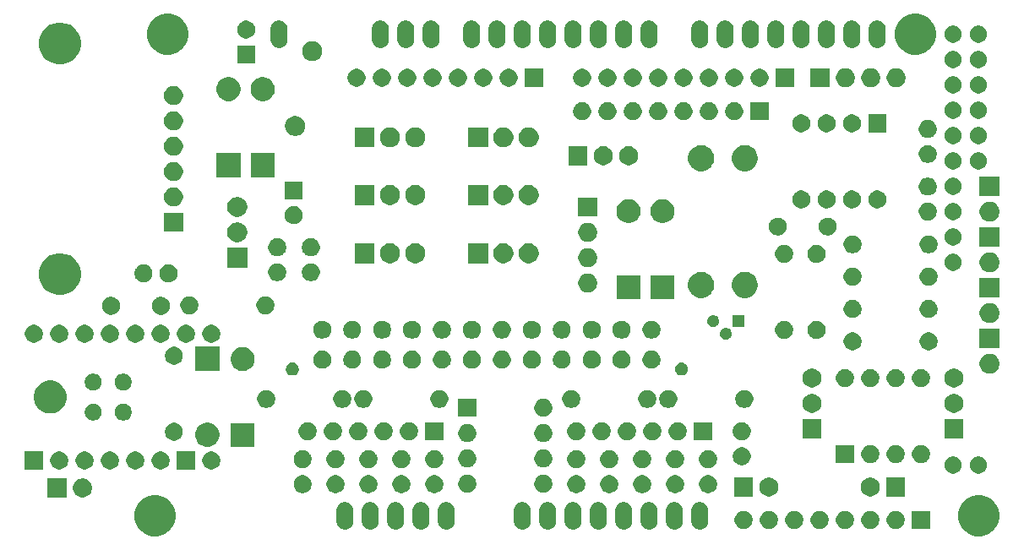
<source format=gbr>
G04 #@! TF.GenerationSoftware,KiCad,Pcbnew,(5.1.5)-3*
G04 #@! TF.CreationDate,2020-04-18T22:36:26-04:00*
G04 #@! TF.ProjectId,NO2C,4e4f3243-2e6b-4696-9361-645f70636258,vD1*
G04 #@! TF.SameCoordinates,Original*
G04 #@! TF.FileFunction,Soldermask,Bot*
G04 #@! TF.FilePolarity,Negative*
%FSLAX46Y46*%
G04 Gerber Fmt 4.6, Leading zero omitted, Abs format (unit mm)*
G04 Created by KiCad (PCBNEW (5.1.5)-3) date 2020-04-18 22:36:26*
%MOMM*%
%LPD*%
G04 APERTURE LIST*
%ADD10C,0.100000*%
G04 APERTURE END LIST*
D10*
G36*
X188744926Y-112903053D02*
G01*
X189121660Y-113059101D01*
X189460713Y-113285649D01*
X189749051Y-113573987D01*
X189975599Y-113913040D01*
X190131647Y-114289774D01*
X190211200Y-114689713D01*
X190211200Y-115097487D01*
X190131647Y-115497426D01*
X189975599Y-115874160D01*
X189749051Y-116213213D01*
X189460713Y-116501551D01*
X189121660Y-116728099D01*
X188744926Y-116884147D01*
X188344987Y-116963700D01*
X187937213Y-116963700D01*
X187537274Y-116884147D01*
X187160540Y-116728099D01*
X186821487Y-116501551D01*
X186533149Y-116213213D01*
X186306601Y-115874160D01*
X186150553Y-115497426D01*
X186071000Y-115097487D01*
X186071000Y-114689713D01*
X186150553Y-114289774D01*
X186306601Y-113913040D01*
X186533149Y-113573987D01*
X186821487Y-113285649D01*
X187160540Y-113059101D01*
X187537274Y-112903053D01*
X187937213Y-112823500D01*
X188344987Y-112823500D01*
X188744926Y-112903053D01*
G37*
G36*
X106194926Y-112903053D02*
G01*
X106571660Y-113059101D01*
X106910713Y-113285649D01*
X107199051Y-113573987D01*
X107425599Y-113913040D01*
X107581647Y-114289774D01*
X107661200Y-114689713D01*
X107661200Y-115097487D01*
X107581647Y-115497426D01*
X107425599Y-115874160D01*
X107199051Y-116213213D01*
X106910713Y-116501551D01*
X106571660Y-116728099D01*
X106194926Y-116884147D01*
X105794987Y-116963700D01*
X105387213Y-116963700D01*
X104987274Y-116884147D01*
X104610540Y-116728099D01*
X104271487Y-116501551D01*
X103983149Y-116213213D01*
X103756601Y-115874160D01*
X103600553Y-115497426D01*
X103521000Y-115097487D01*
X103521000Y-114689713D01*
X103600553Y-114289774D01*
X103756601Y-113913040D01*
X103983149Y-113573987D01*
X104271487Y-113285649D01*
X104610540Y-113059101D01*
X104987274Y-112903053D01*
X105387213Y-112823500D01*
X105794987Y-112823500D01*
X106194926Y-112903053D01*
G37*
G36*
X129890390Y-113534495D02*
G01*
X129890393Y-113534496D01*
X129890394Y-113534496D01*
X129928563Y-113546075D01*
X130053182Y-113583877D01*
X130105793Y-113611998D01*
X130203211Y-113664069D01*
X130334712Y-113771988D01*
X130442631Y-113903488D01*
X130482727Y-113978502D01*
X130522823Y-114053517D01*
X130572205Y-114216309D01*
X130584700Y-114343174D01*
X130584700Y-115444026D01*
X130572205Y-115570891D01*
X130522823Y-115733683D01*
X130482727Y-115808698D01*
X130442631Y-115883712D01*
X130334712Y-116015212D01*
X130203212Y-116123131D01*
X130128198Y-116163227D01*
X130053183Y-116203323D01*
X129928564Y-116241125D01*
X129890395Y-116252704D01*
X129890394Y-116252704D01*
X129890391Y-116252705D01*
X129721100Y-116269379D01*
X129551810Y-116252705D01*
X129551807Y-116252704D01*
X129551806Y-116252704D01*
X129513637Y-116241125D01*
X129389018Y-116203323D01*
X129314003Y-116163227D01*
X129238989Y-116123131D01*
X129107489Y-116015212D01*
X128999570Y-115883712D01*
X128959474Y-115808698D01*
X128919378Y-115733683D01*
X128869996Y-115570891D01*
X128857501Y-115444025D01*
X128857500Y-114343175D01*
X128869995Y-114216310D01*
X128869997Y-114216305D01*
X128881575Y-114178137D01*
X128919377Y-114053518D01*
X128947498Y-114000907D01*
X128999569Y-113903489D01*
X129107488Y-113771988D01*
X129238988Y-113664069D01*
X129314002Y-113623973D01*
X129389017Y-113583877D01*
X129513636Y-113546075D01*
X129551805Y-113534496D01*
X129551806Y-113534496D01*
X129551809Y-113534495D01*
X129721100Y-113517821D01*
X129890390Y-113534495D01*
G37*
G36*
X132430390Y-113534495D02*
G01*
X132430393Y-113534496D01*
X132430394Y-113534496D01*
X132468563Y-113546075D01*
X132593182Y-113583877D01*
X132645793Y-113611998D01*
X132743211Y-113664069D01*
X132874712Y-113771988D01*
X132982631Y-113903488D01*
X133022727Y-113978502D01*
X133062823Y-114053517D01*
X133112205Y-114216309D01*
X133124700Y-114343174D01*
X133124700Y-115444026D01*
X133112205Y-115570891D01*
X133062823Y-115733683D01*
X133022727Y-115808698D01*
X132982631Y-115883712D01*
X132874712Y-116015212D01*
X132743212Y-116123131D01*
X132668198Y-116163227D01*
X132593183Y-116203323D01*
X132468564Y-116241125D01*
X132430395Y-116252704D01*
X132430394Y-116252704D01*
X132430391Y-116252705D01*
X132261100Y-116269379D01*
X132091810Y-116252705D01*
X132091807Y-116252704D01*
X132091806Y-116252704D01*
X132053637Y-116241125D01*
X131929018Y-116203323D01*
X131854003Y-116163227D01*
X131778989Y-116123131D01*
X131647489Y-116015212D01*
X131539570Y-115883712D01*
X131499474Y-115808698D01*
X131459378Y-115733683D01*
X131409996Y-115570891D01*
X131397501Y-115444025D01*
X131397500Y-114343175D01*
X131409995Y-114216310D01*
X131409997Y-114216305D01*
X131421575Y-114178137D01*
X131459377Y-114053518D01*
X131487498Y-114000907D01*
X131539569Y-113903489D01*
X131647488Y-113771988D01*
X131778988Y-113664069D01*
X131854002Y-113623973D01*
X131929017Y-113583877D01*
X132053636Y-113546075D01*
X132091805Y-113534496D01*
X132091806Y-113534496D01*
X132091809Y-113534495D01*
X132261100Y-113517821D01*
X132430390Y-113534495D01*
G37*
G36*
X152750390Y-113534495D02*
G01*
X152750393Y-113534496D01*
X152750394Y-113534496D01*
X152788563Y-113546075D01*
X152913182Y-113583877D01*
X152965793Y-113611998D01*
X153063211Y-113664069D01*
X153194712Y-113771988D01*
X153302631Y-113903488D01*
X153342727Y-113978502D01*
X153382823Y-114053517D01*
X153432205Y-114216309D01*
X153444700Y-114343174D01*
X153444700Y-115444026D01*
X153432205Y-115570891D01*
X153382823Y-115733683D01*
X153342727Y-115808698D01*
X153302631Y-115883712D01*
X153194712Y-116015212D01*
X153063212Y-116123131D01*
X152988198Y-116163227D01*
X152913183Y-116203323D01*
X152788564Y-116241125D01*
X152750395Y-116252704D01*
X152750394Y-116252704D01*
X152750391Y-116252705D01*
X152581100Y-116269379D01*
X152411810Y-116252705D01*
X152411807Y-116252704D01*
X152411806Y-116252704D01*
X152373637Y-116241125D01*
X152249018Y-116203323D01*
X152174003Y-116163227D01*
X152098989Y-116123131D01*
X151967489Y-116015212D01*
X151859570Y-115883712D01*
X151819474Y-115808698D01*
X151779378Y-115733683D01*
X151729996Y-115570891D01*
X151717501Y-115444025D01*
X151717500Y-114343175D01*
X151729995Y-114216310D01*
X151729997Y-114216305D01*
X151741575Y-114178137D01*
X151779377Y-114053518D01*
X151807498Y-114000907D01*
X151859569Y-113903489D01*
X151967488Y-113771988D01*
X152098988Y-113664069D01*
X152174002Y-113623973D01*
X152249017Y-113583877D01*
X152373636Y-113546075D01*
X152411805Y-113534496D01*
X152411806Y-113534496D01*
X152411809Y-113534495D01*
X152581100Y-113517821D01*
X152750390Y-113534495D01*
G37*
G36*
X134970390Y-113534495D02*
G01*
X134970393Y-113534496D01*
X134970394Y-113534496D01*
X135008563Y-113546075D01*
X135133182Y-113583877D01*
X135185793Y-113611998D01*
X135283211Y-113664069D01*
X135414712Y-113771988D01*
X135522631Y-113903488D01*
X135562727Y-113978502D01*
X135602823Y-114053517D01*
X135652205Y-114216309D01*
X135664700Y-114343174D01*
X135664700Y-115444026D01*
X135652205Y-115570891D01*
X135602823Y-115733683D01*
X135562727Y-115808698D01*
X135522631Y-115883712D01*
X135414712Y-116015212D01*
X135283212Y-116123131D01*
X135208198Y-116163227D01*
X135133183Y-116203323D01*
X135008564Y-116241125D01*
X134970395Y-116252704D01*
X134970394Y-116252704D01*
X134970391Y-116252705D01*
X134801100Y-116269379D01*
X134631810Y-116252705D01*
X134631807Y-116252704D01*
X134631806Y-116252704D01*
X134593637Y-116241125D01*
X134469018Y-116203323D01*
X134394003Y-116163227D01*
X134318989Y-116123131D01*
X134187489Y-116015212D01*
X134079570Y-115883712D01*
X134039474Y-115808698D01*
X133999378Y-115733683D01*
X133949996Y-115570891D01*
X133937501Y-115444025D01*
X133937500Y-114343175D01*
X133949995Y-114216310D01*
X133949997Y-114216305D01*
X133961575Y-114178137D01*
X133999377Y-114053518D01*
X134027498Y-114000907D01*
X134079569Y-113903489D01*
X134187488Y-113771988D01*
X134318988Y-113664069D01*
X134394002Y-113623973D01*
X134469017Y-113583877D01*
X134593636Y-113546075D01*
X134631805Y-113534496D01*
X134631806Y-113534496D01*
X134631809Y-113534495D01*
X134801100Y-113517821D01*
X134970390Y-113534495D01*
G37*
G36*
X142590390Y-113534495D02*
G01*
X142590393Y-113534496D01*
X142590394Y-113534496D01*
X142628563Y-113546075D01*
X142753182Y-113583877D01*
X142805793Y-113611998D01*
X142903211Y-113664069D01*
X143034712Y-113771988D01*
X143142631Y-113903488D01*
X143182727Y-113978502D01*
X143222823Y-114053517D01*
X143272205Y-114216309D01*
X143284700Y-114343174D01*
X143284700Y-115444026D01*
X143272205Y-115570891D01*
X143222823Y-115733683D01*
X143182727Y-115808698D01*
X143142631Y-115883712D01*
X143034712Y-116015212D01*
X142903212Y-116123131D01*
X142828198Y-116163227D01*
X142753183Y-116203323D01*
X142628564Y-116241125D01*
X142590395Y-116252704D01*
X142590394Y-116252704D01*
X142590391Y-116252705D01*
X142421100Y-116269379D01*
X142251810Y-116252705D01*
X142251807Y-116252704D01*
X142251806Y-116252704D01*
X142213637Y-116241125D01*
X142089018Y-116203323D01*
X142014003Y-116163227D01*
X141938989Y-116123131D01*
X141807489Y-116015212D01*
X141699570Y-115883712D01*
X141659474Y-115808698D01*
X141619378Y-115733683D01*
X141569996Y-115570891D01*
X141557501Y-115444025D01*
X141557500Y-114343175D01*
X141569995Y-114216310D01*
X141569997Y-114216305D01*
X141581575Y-114178137D01*
X141619377Y-114053518D01*
X141647498Y-114000907D01*
X141699569Y-113903489D01*
X141807488Y-113771988D01*
X141938988Y-113664069D01*
X142014002Y-113623973D01*
X142089017Y-113583877D01*
X142213636Y-113546075D01*
X142251805Y-113534496D01*
X142251806Y-113534496D01*
X142251809Y-113534495D01*
X142421100Y-113517821D01*
X142590390Y-113534495D01*
G37*
G36*
X145130390Y-113534495D02*
G01*
X145130393Y-113534496D01*
X145130394Y-113534496D01*
X145168563Y-113546075D01*
X145293182Y-113583877D01*
X145345793Y-113611998D01*
X145443211Y-113664069D01*
X145574712Y-113771988D01*
X145682631Y-113903488D01*
X145722727Y-113978502D01*
X145762823Y-114053517D01*
X145812205Y-114216309D01*
X145824700Y-114343174D01*
X145824700Y-115444026D01*
X145812205Y-115570891D01*
X145762823Y-115733683D01*
X145722727Y-115808698D01*
X145682631Y-115883712D01*
X145574712Y-116015212D01*
X145443212Y-116123131D01*
X145368198Y-116163227D01*
X145293183Y-116203323D01*
X145168564Y-116241125D01*
X145130395Y-116252704D01*
X145130394Y-116252704D01*
X145130391Y-116252705D01*
X144961100Y-116269379D01*
X144791810Y-116252705D01*
X144791807Y-116252704D01*
X144791806Y-116252704D01*
X144753637Y-116241125D01*
X144629018Y-116203323D01*
X144554003Y-116163227D01*
X144478989Y-116123131D01*
X144347489Y-116015212D01*
X144239570Y-115883712D01*
X144199474Y-115808698D01*
X144159378Y-115733683D01*
X144109996Y-115570891D01*
X144097501Y-115444025D01*
X144097500Y-114343175D01*
X144109995Y-114216310D01*
X144109997Y-114216305D01*
X144121575Y-114178137D01*
X144159377Y-114053518D01*
X144187498Y-114000907D01*
X144239569Y-113903489D01*
X144347488Y-113771988D01*
X144478988Y-113664069D01*
X144554002Y-113623973D01*
X144629017Y-113583877D01*
X144753636Y-113546075D01*
X144791805Y-113534496D01*
X144791806Y-113534496D01*
X144791809Y-113534495D01*
X144961100Y-113517821D01*
X145130390Y-113534495D01*
G37*
G36*
X147670390Y-113534495D02*
G01*
X147670393Y-113534496D01*
X147670394Y-113534496D01*
X147708563Y-113546075D01*
X147833182Y-113583877D01*
X147885793Y-113611998D01*
X147983211Y-113664069D01*
X148114712Y-113771988D01*
X148222631Y-113903488D01*
X148262727Y-113978502D01*
X148302823Y-114053517D01*
X148352205Y-114216309D01*
X148364700Y-114343174D01*
X148364700Y-115444026D01*
X148352205Y-115570891D01*
X148302823Y-115733683D01*
X148262727Y-115808698D01*
X148222631Y-115883712D01*
X148114712Y-116015212D01*
X147983212Y-116123131D01*
X147908198Y-116163227D01*
X147833183Y-116203323D01*
X147708564Y-116241125D01*
X147670395Y-116252704D01*
X147670394Y-116252704D01*
X147670391Y-116252705D01*
X147501100Y-116269379D01*
X147331810Y-116252705D01*
X147331807Y-116252704D01*
X147331806Y-116252704D01*
X147293637Y-116241125D01*
X147169018Y-116203323D01*
X147094003Y-116163227D01*
X147018989Y-116123131D01*
X146887489Y-116015212D01*
X146779570Y-115883712D01*
X146739474Y-115808698D01*
X146699378Y-115733683D01*
X146649996Y-115570891D01*
X146637501Y-115444025D01*
X146637500Y-114343175D01*
X146649995Y-114216310D01*
X146649997Y-114216305D01*
X146661575Y-114178137D01*
X146699377Y-114053518D01*
X146727498Y-114000907D01*
X146779569Y-113903489D01*
X146887488Y-113771988D01*
X147018988Y-113664069D01*
X147094002Y-113623973D01*
X147169017Y-113583877D01*
X147293636Y-113546075D01*
X147331805Y-113534496D01*
X147331806Y-113534496D01*
X147331809Y-113534495D01*
X147501100Y-113517821D01*
X147670390Y-113534495D01*
G37*
G36*
X155290390Y-113534495D02*
G01*
X155290393Y-113534496D01*
X155290394Y-113534496D01*
X155328563Y-113546075D01*
X155453182Y-113583877D01*
X155505793Y-113611998D01*
X155603211Y-113664069D01*
X155734712Y-113771988D01*
X155842631Y-113903488D01*
X155882727Y-113978502D01*
X155922823Y-114053517D01*
X155972205Y-114216309D01*
X155984700Y-114343174D01*
X155984700Y-115444026D01*
X155972205Y-115570891D01*
X155922823Y-115733683D01*
X155882727Y-115808698D01*
X155842631Y-115883712D01*
X155734712Y-116015212D01*
X155603212Y-116123131D01*
X155528198Y-116163227D01*
X155453183Y-116203323D01*
X155328564Y-116241125D01*
X155290395Y-116252704D01*
X155290394Y-116252704D01*
X155290391Y-116252705D01*
X155121100Y-116269379D01*
X154951810Y-116252705D01*
X154951807Y-116252704D01*
X154951806Y-116252704D01*
X154913637Y-116241125D01*
X154789018Y-116203323D01*
X154714003Y-116163227D01*
X154638989Y-116123131D01*
X154507489Y-116015212D01*
X154399570Y-115883712D01*
X154359474Y-115808698D01*
X154319378Y-115733683D01*
X154269996Y-115570891D01*
X154257501Y-115444025D01*
X154257500Y-114343175D01*
X154269995Y-114216310D01*
X154269997Y-114216305D01*
X154281575Y-114178137D01*
X154319377Y-114053518D01*
X154347498Y-114000907D01*
X154399569Y-113903489D01*
X154507488Y-113771988D01*
X154638988Y-113664069D01*
X154714002Y-113623973D01*
X154789017Y-113583877D01*
X154913636Y-113546075D01*
X154951805Y-113534496D01*
X154951806Y-113534496D01*
X154951809Y-113534495D01*
X155121100Y-113517821D01*
X155290390Y-113534495D01*
G37*
G36*
X157830390Y-113534495D02*
G01*
X157830393Y-113534496D01*
X157830394Y-113534496D01*
X157868563Y-113546075D01*
X157993182Y-113583877D01*
X158045793Y-113611998D01*
X158143211Y-113664069D01*
X158274712Y-113771988D01*
X158382631Y-113903488D01*
X158422727Y-113978502D01*
X158462823Y-114053517D01*
X158512205Y-114216309D01*
X158524700Y-114343174D01*
X158524700Y-115444026D01*
X158512205Y-115570891D01*
X158462823Y-115733683D01*
X158422727Y-115808698D01*
X158382631Y-115883712D01*
X158274712Y-116015212D01*
X158143212Y-116123131D01*
X158068198Y-116163227D01*
X157993183Y-116203323D01*
X157868564Y-116241125D01*
X157830395Y-116252704D01*
X157830394Y-116252704D01*
X157830391Y-116252705D01*
X157661100Y-116269379D01*
X157491810Y-116252705D01*
X157491807Y-116252704D01*
X157491806Y-116252704D01*
X157453637Y-116241125D01*
X157329018Y-116203323D01*
X157254003Y-116163227D01*
X157178989Y-116123131D01*
X157047489Y-116015212D01*
X156939570Y-115883712D01*
X156899474Y-115808698D01*
X156859378Y-115733683D01*
X156809996Y-115570891D01*
X156797501Y-115444025D01*
X156797500Y-114343175D01*
X156809995Y-114216310D01*
X156809997Y-114216305D01*
X156821575Y-114178137D01*
X156859377Y-114053518D01*
X156887498Y-114000907D01*
X156939569Y-113903489D01*
X157047488Y-113771988D01*
X157178988Y-113664069D01*
X157254002Y-113623973D01*
X157329017Y-113583877D01*
X157453636Y-113546075D01*
X157491805Y-113534496D01*
X157491806Y-113534496D01*
X157491809Y-113534495D01*
X157661100Y-113517821D01*
X157830390Y-113534495D01*
G37*
G36*
X160370390Y-113534495D02*
G01*
X160370393Y-113534496D01*
X160370394Y-113534496D01*
X160408563Y-113546075D01*
X160533182Y-113583877D01*
X160585793Y-113611998D01*
X160683211Y-113664069D01*
X160814712Y-113771988D01*
X160922631Y-113903488D01*
X160962727Y-113978502D01*
X161002823Y-114053517D01*
X161052205Y-114216309D01*
X161064700Y-114343174D01*
X161064700Y-115444026D01*
X161052205Y-115570891D01*
X161002823Y-115733683D01*
X160962727Y-115808698D01*
X160922631Y-115883712D01*
X160814712Y-116015212D01*
X160683212Y-116123131D01*
X160608198Y-116163227D01*
X160533183Y-116203323D01*
X160408564Y-116241125D01*
X160370395Y-116252704D01*
X160370394Y-116252704D01*
X160370391Y-116252705D01*
X160201100Y-116269379D01*
X160031810Y-116252705D01*
X160031807Y-116252704D01*
X160031806Y-116252704D01*
X159993637Y-116241125D01*
X159869018Y-116203323D01*
X159794003Y-116163227D01*
X159718989Y-116123131D01*
X159587489Y-116015212D01*
X159479570Y-115883712D01*
X159439474Y-115808698D01*
X159399378Y-115733683D01*
X159349996Y-115570891D01*
X159337501Y-115444025D01*
X159337500Y-114343175D01*
X159349995Y-114216310D01*
X159349997Y-114216305D01*
X159361575Y-114178137D01*
X159399377Y-114053518D01*
X159427498Y-114000907D01*
X159479569Y-113903489D01*
X159587488Y-113771988D01*
X159718988Y-113664069D01*
X159794002Y-113623973D01*
X159869017Y-113583877D01*
X159993636Y-113546075D01*
X160031805Y-113534496D01*
X160031806Y-113534496D01*
X160031809Y-113534495D01*
X160201100Y-113517821D01*
X160370390Y-113534495D01*
G37*
G36*
X124810390Y-113534495D02*
G01*
X124810393Y-113534496D01*
X124810394Y-113534496D01*
X124848563Y-113546075D01*
X124973182Y-113583877D01*
X125025793Y-113611998D01*
X125123211Y-113664069D01*
X125254712Y-113771988D01*
X125362631Y-113903488D01*
X125402726Y-113978502D01*
X125442823Y-114053517D01*
X125492205Y-114216309D01*
X125504700Y-114343174D01*
X125504700Y-115444026D01*
X125492205Y-115570891D01*
X125442823Y-115733683D01*
X125402727Y-115808698D01*
X125362631Y-115883712D01*
X125254712Y-116015212D01*
X125123212Y-116123131D01*
X125048198Y-116163227D01*
X124973183Y-116203323D01*
X124848564Y-116241125D01*
X124810395Y-116252704D01*
X124810394Y-116252704D01*
X124810391Y-116252705D01*
X124641100Y-116269379D01*
X124471810Y-116252705D01*
X124471807Y-116252704D01*
X124471806Y-116252704D01*
X124433637Y-116241125D01*
X124309018Y-116203323D01*
X124234003Y-116163227D01*
X124158989Y-116123131D01*
X124027489Y-116015212D01*
X123919570Y-115883712D01*
X123879474Y-115808698D01*
X123839378Y-115733683D01*
X123789996Y-115570891D01*
X123777501Y-115444025D01*
X123777500Y-114343175D01*
X123789995Y-114216310D01*
X123789997Y-114216305D01*
X123801575Y-114178137D01*
X123839377Y-114053518D01*
X123867498Y-114000907D01*
X123919569Y-113903489D01*
X124027488Y-113771988D01*
X124158988Y-113664069D01*
X124234002Y-113623973D01*
X124309017Y-113583877D01*
X124433636Y-113546075D01*
X124471805Y-113534496D01*
X124471806Y-113534496D01*
X124471809Y-113534495D01*
X124641100Y-113517821D01*
X124810390Y-113534495D01*
G37*
G36*
X127350390Y-113534495D02*
G01*
X127350393Y-113534496D01*
X127350394Y-113534496D01*
X127388563Y-113546075D01*
X127513182Y-113583877D01*
X127565793Y-113611998D01*
X127663211Y-113664069D01*
X127794712Y-113771988D01*
X127902631Y-113903488D01*
X127942726Y-113978502D01*
X127982823Y-114053517D01*
X128032205Y-114216309D01*
X128044700Y-114343174D01*
X128044700Y-115444026D01*
X128032205Y-115570891D01*
X127982823Y-115733683D01*
X127942727Y-115808698D01*
X127902631Y-115883712D01*
X127794712Y-116015212D01*
X127663212Y-116123131D01*
X127588198Y-116163227D01*
X127513183Y-116203323D01*
X127388564Y-116241125D01*
X127350395Y-116252704D01*
X127350394Y-116252704D01*
X127350391Y-116252705D01*
X127181100Y-116269379D01*
X127011810Y-116252705D01*
X127011807Y-116252704D01*
X127011806Y-116252704D01*
X126973637Y-116241125D01*
X126849018Y-116203323D01*
X126774003Y-116163227D01*
X126698989Y-116123131D01*
X126567489Y-116015212D01*
X126459570Y-115883712D01*
X126419474Y-115808698D01*
X126379378Y-115733683D01*
X126329996Y-115570891D01*
X126317501Y-115444025D01*
X126317500Y-114343175D01*
X126329995Y-114216310D01*
X126329997Y-114216305D01*
X126341575Y-114178137D01*
X126379377Y-114053518D01*
X126407498Y-114000907D01*
X126459569Y-113903489D01*
X126567488Y-113771988D01*
X126698988Y-113664069D01*
X126774002Y-113623973D01*
X126849017Y-113583877D01*
X126973636Y-113546075D01*
X127011805Y-113534496D01*
X127011806Y-113534496D01*
X127011809Y-113534495D01*
X127181100Y-113517821D01*
X127350390Y-113534495D01*
G37*
G36*
X150210390Y-113534495D02*
G01*
X150210393Y-113534496D01*
X150210394Y-113534496D01*
X150248563Y-113546075D01*
X150373182Y-113583877D01*
X150425793Y-113611998D01*
X150523211Y-113664069D01*
X150654712Y-113771988D01*
X150762631Y-113903488D01*
X150802727Y-113978502D01*
X150842823Y-114053517D01*
X150892205Y-114216309D01*
X150904700Y-114343174D01*
X150904700Y-115444026D01*
X150892205Y-115570891D01*
X150842823Y-115733683D01*
X150802727Y-115808698D01*
X150762631Y-115883712D01*
X150654712Y-116015212D01*
X150523212Y-116123131D01*
X150448198Y-116163227D01*
X150373183Y-116203323D01*
X150248564Y-116241125D01*
X150210395Y-116252704D01*
X150210394Y-116252704D01*
X150210391Y-116252705D01*
X150041100Y-116269379D01*
X149871810Y-116252705D01*
X149871807Y-116252704D01*
X149871806Y-116252704D01*
X149833637Y-116241125D01*
X149709018Y-116203323D01*
X149634003Y-116163227D01*
X149558989Y-116123131D01*
X149427489Y-116015212D01*
X149319570Y-115883712D01*
X149279474Y-115808698D01*
X149239378Y-115733683D01*
X149189996Y-115570891D01*
X149177501Y-115444025D01*
X149177500Y-114343175D01*
X149189995Y-114216310D01*
X149189997Y-114216305D01*
X149201575Y-114178137D01*
X149239377Y-114053518D01*
X149267498Y-114000907D01*
X149319569Y-113903489D01*
X149427488Y-113771988D01*
X149558988Y-113664069D01*
X149634002Y-113623973D01*
X149709017Y-113583877D01*
X149833636Y-113546075D01*
X149871805Y-113534496D01*
X149871806Y-113534496D01*
X149871809Y-113534495D01*
X150041100Y-113517821D01*
X150210390Y-113534495D01*
G37*
G36*
X169934987Y-114449048D02*
G01*
X170099065Y-114517011D01*
X170246740Y-114615685D01*
X170372315Y-114741260D01*
X170470989Y-114888935D01*
X170538952Y-115053013D01*
X170573600Y-115227200D01*
X170573600Y-115404800D01*
X170538952Y-115578987D01*
X170470989Y-115743065D01*
X170470987Y-115743068D01*
X170377011Y-115883713D01*
X170372315Y-115890740D01*
X170246740Y-116016315D01*
X170099065Y-116114989D01*
X169934987Y-116182952D01*
X169760800Y-116217600D01*
X169583200Y-116217600D01*
X169409013Y-116182952D01*
X169244935Y-116114989D01*
X169097260Y-116016315D01*
X168971685Y-115890740D01*
X168966990Y-115883713D01*
X168873013Y-115743068D01*
X168873011Y-115743065D01*
X168805048Y-115578987D01*
X168770400Y-115404800D01*
X168770400Y-115227200D01*
X168805048Y-115053013D01*
X168873011Y-114888935D01*
X168971685Y-114741260D01*
X169097260Y-114615685D01*
X169244935Y-114517011D01*
X169409013Y-114449048D01*
X169583200Y-114414400D01*
X169760800Y-114414400D01*
X169934987Y-114449048D01*
G37*
G36*
X183273600Y-116217600D02*
G01*
X181470400Y-116217600D01*
X181470400Y-114414400D01*
X183273600Y-114414400D01*
X183273600Y-116217600D01*
G37*
G36*
X180094987Y-114449048D02*
G01*
X180259065Y-114517011D01*
X180406740Y-114615685D01*
X180532315Y-114741260D01*
X180630989Y-114888935D01*
X180698952Y-115053013D01*
X180733600Y-115227200D01*
X180733600Y-115404800D01*
X180698952Y-115578987D01*
X180630989Y-115743065D01*
X180630987Y-115743068D01*
X180537011Y-115883713D01*
X180532315Y-115890740D01*
X180406740Y-116016315D01*
X180259065Y-116114989D01*
X180094987Y-116182952D01*
X179920800Y-116217600D01*
X179743200Y-116217600D01*
X179569013Y-116182952D01*
X179404935Y-116114989D01*
X179257260Y-116016315D01*
X179131685Y-115890740D01*
X179126990Y-115883713D01*
X179033013Y-115743068D01*
X179033011Y-115743065D01*
X178965048Y-115578987D01*
X178930400Y-115404800D01*
X178930400Y-115227200D01*
X178965048Y-115053013D01*
X179033011Y-114888935D01*
X179131685Y-114741260D01*
X179257260Y-114615685D01*
X179404935Y-114517011D01*
X179569013Y-114449048D01*
X179743200Y-114414400D01*
X179920800Y-114414400D01*
X180094987Y-114449048D01*
G37*
G36*
X175014987Y-114449048D02*
G01*
X175179065Y-114517011D01*
X175326740Y-114615685D01*
X175452315Y-114741260D01*
X175550989Y-114888935D01*
X175618952Y-115053013D01*
X175653600Y-115227200D01*
X175653600Y-115404800D01*
X175618952Y-115578987D01*
X175550989Y-115743065D01*
X175550987Y-115743068D01*
X175457011Y-115883713D01*
X175452315Y-115890740D01*
X175326740Y-116016315D01*
X175179065Y-116114989D01*
X175014987Y-116182952D01*
X174840800Y-116217600D01*
X174663200Y-116217600D01*
X174489013Y-116182952D01*
X174324935Y-116114989D01*
X174177260Y-116016315D01*
X174051685Y-115890740D01*
X174046990Y-115883713D01*
X173953013Y-115743068D01*
X173953011Y-115743065D01*
X173885048Y-115578987D01*
X173850400Y-115404800D01*
X173850400Y-115227200D01*
X173885048Y-115053013D01*
X173953011Y-114888935D01*
X174051685Y-114741260D01*
X174177260Y-114615685D01*
X174324935Y-114517011D01*
X174489013Y-114449048D01*
X174663200Y-114414400D01*
X174840800Y-114414400D01*
X175014987Y-114449048D01*
G37*
G36*
X172474987Y-114449048D02*
G01*
X172639065Y-114517011D01*
X172786740Y-114615685D01*
X172912315Y-114741260D01*
X173010989Y-114888935D01*
X173078952Y-115053013D01*
X173113600Y-115227200D01*
X173113600Y-115404800D01*
X173078952Y-115578987D01*
X173010989Y-115743065D01*
X173010987Y-115743068D01*
X172917011Y-115883713D01*
X172912315Y-115890740D01*
X172786740Y-116016315D01*
X172639065Y-116114989D01*
X172474987Y-116182952D01*
X172300800Y-116217600D01*
X172123200Y-116217600D01*
X171949013Y-116182952D01*
X171784935Y-116114989D01*
X171637260Y-116016315D01*
X171511685Y-115890740D01*
X171506990Y-115883713D01*
X171413013Y-115743068D01*
X171413011Y-115743065D01*
X171345048Y-115578987D01*
X171310400Y-115404800D01*
X171310400Y-115227200D01*
X171345048Y-115053013D01*
X171413011Y-114888935D01*
X171511685Y-114741260D01*
X171637260Y-114615685D01*
X171784935Y-114517011D01*
X171949013Y-114449048D01*
X172123200Y-114414400D01*
X172300800Y-114414400D01*
X172474987Y-114449048D01*
G37*
G36*
X167394987Y-114449048D02*
G01*
X167559065Y-114517011D01*
X167706740Y-114615685D01*
X167832315Y-114741260D01*
X167930989Y-114888935D01*
X167998952Y-115053013D01*
X168033600Y-115227200D01*
X168033600Y-115404800D01*
X167998952Y-115578987D01*
X167930989Y-115743065D01*
X167930987Y-115743068D01*
X167837011Y-115883713D01*
X167832315Y-115890740D01*
X167706740Y-116016315D01*
X167559065Y-116114989D01*
X167394987Y-116182952D01*
X167220800Y-116217600D01*
X167043200Y-116217600D01*
X166869013Y-116182952D01*
X166704935Y-116114989D01*
X166557260Y-116016315D01*
X166431685Y-115890740D01*
X166426990Y-115883713D01*
X166333013Y-115743068D01*
X166333011Y-115743065D01*
X166265048Y-115578987D01*
X166230400Y-115404800D01*
X166230400Y-115227200D01*
X166265048Y-115053013D01*
X166333011Y-114888935D01*
X166431685Y-114741260D01*
X166557260Y-114615685D01*
X166704935Y-114517011D01*
X166869013Y-114449048D01*
X167043200Y-114414400D01*
X167220800Y-114414400D01*
X167394987Y-114449048D01*
G37*
G36*
X164854987Y-114449048D02*
G01*
X165019065Y-114517011D01*
X165166740Y-114615685D01*
X165292315Y-114741260D01*
X165390989Y-114888935D01*
X165458952Y-115053013D01*
X165493600Y-115227200D01*
X165493600Y-115404800D01*
X165458952Y-115578987D01*
X165390989Y-115743065D01*
X165390987Y-115743068D01*
X165297011Y-115883713D01*
X165292315Y-115890740D01*
X165166740Y-116016315D01*
X165019065Y-116114989D01*
X164854987Y-116182952D01*
X164680800Y-116217600D01*
X164503200Y-116217600D01*
X164329013Y-116182952D01*
X164164935Y-116114989D01*
X164017260Y-116016315D01*
X163891685Y-115890740D01*
X163886990Y-115883713D01*
X163793013Y-115743068D01*
X163793011Y-115743065D01*
X163725048Y-115578987D01*
X163690400Y-115404800D01*
X163690400Y-115227200D01*
X163725048Y-115053013D01*
X163793011Y-114888935D01*
X163891685Y-114741260D01*
X164017260Y-114615685D01*
X164164935Y-114517011D01*
X164329013Y-114449048D01*
X164503200Y-114414400D01*
X164680800Y-114414400D01*
X164854987Y-114449048D01*
G37*
G36*
X177554987Y-114449048D02*
G01*
X177719065Y-114517011D01*
X177866740Y-114615685D01*
X177992315Y-114741260D01*
X178090989Y-114888935D01*
X178158952Y-115053013D01*
X178193600Y-115227200D01*
X178193600Y-115404800D01*
X178158952Y-115578987D01*
X178090989Y-115743065D01*
X178090987Y-115743068D01*
X177997011Y-115883713D01*
X177992315Y-115890740D01*
X177866740Y-116016315D01*
X177719065Y-116114989D01*
X177554987Y-116182952D01*
X177380800Y-116217600D01*
X177203200Y-116217600D01*
X177029013Y-116182952D01*
X176864935Y-116114989D01*
X176717260Y-116016315D01*
X176591685Y-115890740D01*
X176586990Y-115883713D01*
X176493013Y-115743068D01*
X176493011Y-115743065D01*
X176425048Y-115578987D01*
X176390400Y-115404800D01*
X176390400Y-115227200D01*
X176425048Y-115053013D01*
X176493011Y-114888935D01*
X176591685Y-114741260D01*
X176717260Y-114615685D01*
X176864935Y-114517011D01*
X177029013Y-114449048D01*
X177203200Y-114414400D01*
X177380800Y-114414400D01*
X177554987Y-114449048D01*
G37*
G36*
X96751600Y-113051600D02*
G01*
X94848400Y-113051600D01*
X94848400Y-111148400D01*
X96751600Y-111148400D01*
X96751600Y-113051600D01*
G37*
G36*
X98617573Y-111184970D02*
G01*
X98790752Y-111256703D01*
X98946611Y-111360845D01*
X99079155Y-111493389D01*
X99183297Y-111649248D01*
X99255030Y-111822427D01*
X99291600Y-112006276D01*
X99291600Y-112193724D01*
X99255030Y-112377573D01*
X99183297Y-112550752D01*
X99079155Y-112706611D01*
X98946611Y-112839155D01*
X98790752Y-112943297D01*
X98617573Y-113015030D01*
X98433724Y-113051600D01*
X98246276Y-113051600D01*
X98062427Y-113015030D01*
X97889248Y-112943297D01*
X97733389Y-112839155D01*
X97600845Y-112706611D01*
X97496703Y-112550752D01*
X97424970Y-112377573D01*
X97388400Y-112193724D01*
X97388400Y-112006276D01*
X97424970Y-111822427D01*
X97496703Y-111649248D01*
X97600845Y-111493389D01*
X97733389Y-111360845D01*
X97889248Y-111256703D01*
X98062427Y-111184970D01*
X98246276Y-111148400D01*
X98433724Y-111148400D01*
X98617573Y-111184970D01*
G37*
G36*
X180783600Y-112965600D02*
G01*
X178880400Y-112965600D01*
X178880400Y-111062400D01*
X180783600Y-111062400D01*
X180783600Y-112965600D01*
G37*
G36*
X177569573Y-111098970D02*
G01*
X177742752Y-111170703D01*
X177898611Y-111274845D01*
X178031155Y-111407389D01*
X178135297Y-111563248D01*
X178207030Y-111736427D01*
X178243600Y-111920276D01*
X178243600Y-112107724D01*
X178207030Y-112291573D01*
X178135297Y-112464752D01*
X178031155Y-112620611D01*
X177898611Y-112753155D01*
X177742752Y-112857297D01*
X177569573Y-112929030D01*
X177385724Y-112965600D01*
X177198276Y-112965600D01*
X177014427Y-112929030D01*
X176841248Y-112857297D01*
X176685389Y-112753155D01*
X176552845Y-112620611D01*
X176448703Y-112464752D01*
X176376970Y-112291573D01*
X176340400Y-112107724D01*
X176340400Y-111920276D01*
X176376970Y-111736427D01*
X176448703Y-111563248D01*
X176552845Y-111407389D01*
X176685389Y-111274845D01*
X176841248Y-111170703D01*
X177014427Y-111098970D01*
X177198276Y-111062400D01*
X177385724Y-111062400D01*
X177569573Y-111098970D01*
G37*
G36*
X167409573Y-111098970D02*
G01*
X167582752Y-111170703D01*
X167738611Y-111274845D01*
X167871155Y-111407389D01*
X167975297Y-111563248D01*
X168047030Y-111736427D01*
X168083600Y-111920276D01*
X168083600Y-112107724D01*
X168047030Y-112291573D01*
X167975297Y-112464752D01*
X167871155Y-112620611D01*
X167738611Y-112753155D01*
X167582752Y-112857297D01*
X167409573Y-112929030D01*
X167225724Y-112965600D01*
X167038276Y-112965600D01*
X166854427Y-112929030D01*
X166681248Y-112857297D01*
X166525389Y-112753155D01*
X166392845Y-112620611D01*
X166288703Y-112464752D01*
X166216970Y-112291573D01*
X166180400Y-112107724D01*
X166180400Y-111920276D01*
X166216970Y-111736427D01*
X166288703Y-111563248D01*
X166392845Y-111407389D01*
X166525389Y-111274845D01*
X166681248Y-111170703D01*
X166854427Y-111098970D01*
X167038276Y-111062400D01*
X167225724Y-111062400D01*
X167409573Y-111098970D01*
G37*
G36*
X165543600Y-112965600D02*
G01*
X163640400Y-112965600D01*
X163640400Y-111062400D01*
X165543600Y-111062400D01*
X165543600Y-112965600D01*
G37*
G36*
X120662987Y-110853048D02*
G01*
X120827065Y-110921011D01*
X120974740Y-111019685D01*
X121100315Y-111145260D01*
X121198989Y-111292935D01*
X121266952Y-111457013D01*
X121301600Y-111631200D01*
X121301600Y-111808800D01*
X121266952Y-111982987D01*
X121198989Y-112147065D01*
X121198987Y-112147068D01*
X121102433Y-112291571D01*
X121100315Y-112294740D01*
X120974740Y-112420315D01*
X120974737Y-112420317D01*
X120974736Y-112420318D01*
X120908236Y-112464752D01*
X120827065Y-112518989D01*
X120719721Y-112563452D01*
X120662987Y-112586952D01*
X120488800Y-112621600D01*
X120311200Y-112621600D01*
X120137013Y-112586952D01*
X120080279Y-112563452D01*
X119972935Y-112518989D01*
X119891764Y-112464752D01*
X119825264Y-112420318D01*
X119825263Y-112420317D01*
X119825260Y-112420315D01*
X119699685Y-112294740D01*
X119697568Y-112291571D01*
X119601013Y-112147068D01*
X119601011Y-112147065D01*
X119533048Y-111982987D01*
X119498400Y-111808800D01*
X119498400Y-111631200D01*
X119533048Y-111457013D01*
X119601011Y-111292935D01*
X119699685Y-111145260D01*
X119825260Y-111019685D01*
X119972935Y-110921011D01*
X120137013Y-110853048D01*
X120311200Y-110818400D01*
X120488800Y-110818400D01*
X120662987Y-110853048D01*
G37*
G36*
X154694987Y-110853048D02*
G01*
X154859065Y-110921011D01*
X155006740Y-111019685D01*
X155132315Y-111145260D01*
X155230989Y-111292935D01*
X155298952Y-111457013D01*
X155333600Y-111631200D01*
X155333600Y-111808800D01*
X155298952Y-111982987D01*
X155230989Y-112147065D01*
X155230987Y-112147068D01*
X155134433Y-112291571D01*
X155132315Y-112294740D01*
X155006740Y-112420315D01*
X155006737Y-112420317D01*
X155006736Y-112420318D01*
X154940236Y-112464752D01*
X154859065Y-112518989D01*
X154751721Y-112563452D01*
X154694987Y-112586952D01*
X154520800Y-112621600D01*
X154343200Y-112621600D01*
X154169013Y-112586952D01*
X154112279Y-112563452D01*
X154004935Y-112518989D01*
X153923764Y-112464752D01*
X153857264Y-112420318D01*
X153857263Y-112420317D01*
X153857260Y-112420315D01*
X153731685Y-112294740D01*
X153729568Y-112291571D01*
X153633013Y-112147068D01*
X153633011Y-112147065D01*
X153565048Y-111982987D01*
X153530400Y-111808800D01*
X153530400Y-111631200D01*
X153565048Y-111457013D01*
X153633011Y-111292935D01*
X153731685Y-111145260D01*
X153857260Y-111019685D01*
X154004935Y-110921011D01*
X154169013Y-110853048D01*
X154343200Y-110818400D01*
X154520800Y-110818400D01*
X154694987Y-110853048D01*
G37*
G36*
X161298987Y-110853048D02*
G01*
X161463065Y-110921011D01*
X161610740Y-111019685D01*
X161736315Y-111145260D01*
X161834989Y-111292935D01*
X161902952Y-111457013D01*
X161937600Y-111631200D01*
X161937600Y-111808800D01*
X161902952Y-111982987D01*
X161834989Y-112147065D01*
X161834987Y-112147068D01*
X161738433Y-112291571D01*
X161736315Y-112294740D01*
X161610740Y-112420315D01*
X161610737Y-112420317D01*
X161610736Y-112420318D01*
X161544236Y-112464752D01*
X161463065Y-112518989D01*
X161298987Y-112586952D01*
X161124800Y-112621600D01*
X160947200Y-112621600D01*
X160773013Y-112586952D01*
X160608935Y-112518989D01*
X160527764Y-112464752D01*
X160461264Y-112420318D01*
X160461263Y-112420317D01*
X160461260Y-112420315D01*
X160335685Y-112294740D01*
X160333568Y-112291571D01*
X160237013Y-112147068D01*
X160237011Y-112147065D01*
X160169048Y-111982987D01*
X160134400Y-111808800D01*
X160134400Y-111631200D01*
X160169048Y-111457013D01*
X160237011Y-111292935D01*
X160335685Y-111145260D01*
X160461260Y-111019685D01*
X160608935Y-110921011D01*
X160773013Y-110853048D01*
X160947200Y-110818400D01*
X161124800Y-110818400D01*
X161298987Y-110853048D01*
G37*
G36*
X157996987Y-110853048D02*
G01*
X158161065Y-110921011D01*
X158308740Y-111019685D01*
X158434315Y-111145260D01*
X158532989Y-111292935D01*
X158600952Y-111457013D01*
X158635600Y-111631200D01*
X158635600Y-111808800D01*
X158600952Y-111982987D01*
X158532989Y-112147065D01*
X158532987Y-112147068D01*
X158436433Y-112291571D01*
X158434315Y-112294740D01*
X158308740Y-112420315D01*
X158308737Y-112420317D01*
X158308736Y-112420318D01*
X158242236Y-112464752D01*
X158161065Y-112518989D01*
X157996987Y-112586952D01*
X157822800Y-112621600D01*
X157645200Y-112621600D01*
X157471013Y-112586952D01*
X157306935Y-112518989D01*
X157225764Y-112464752D01*
X157159264Y-112420318D01*
X157159263Y-112420317D01*
X157159260Y-112420315D01*
X157033685Y-112294740D01*
X157031568Y-112291571D01*
X156935013Y-112147068D01*
X156935011Y-112147065D01*
X156867048Y-111982987D01*
X156832400Y-111808800D01*
X156832400Y-111631200D01*
X156867048Y-111457013D01*
X156935011Y-111292935D01*
X157033685Y-111145260D01*
X157159260Y-111019685D01*
X157306935Y-110921011D01*
X157471013Y-110853048D01*
X157645200Y-110818400D01*
X157822800Y-110818400D01*
X157996987Y-110853048D01*
G37*
G36*
X151392987Y-110853048D02*
G01*
X151557065Y-110921011D01*
X151704740Y-111019685D01*
X151830315Y-111145260D01*
X151928989Y-111292935D01*
X151996952Y-111457013D01*
X152031600Y-111631200D01*
X152031600Y-111808800D01*
X151996952Y-111982987D01*
X151928989Y-112147065D01*
X151928987Y-112147068D01*
X151832433Y-112291571D01*
X151830315Y-112294740D01*
X151704740Y-112420315D01*
X151704737Y-112420317D01*
X151704736Y-112420318D01*
X151638236Y-112464752D01*
X151557065Y-112518989D01*
X151392987Y-112586952D01*
X151218800Y-112621600D01*
X151041200Y-112621600D01*
X150867013Y-112586952D01*
X150702935Y-112518989D01*
X150621764Y-112464752D01*
X150555264Y-112420318D01*
X150555263Y-112420317D01*
X150555260Y-112420315D01*
X150429685Y-112294740D01*
X150427568Y-112291571D01*
X150331013Y-112147068D01*
X150331011Y-112147065D01*
X150263048Y-111982987D01*
X150228400Y-111808800D01*
X150228400Y-111631200D01*
X150263048Y-111457013D01*
X150331011Y-111292935D01*
X150429685Y-111145260D01*
X150555260Y-111019685D01*
X150702935Y-110921011D01*
X150867013Y-110853048D01*
X151041200Y-110818400D01*
X151218800Y-110818400D01*
X151392987Y-110853048D01*
G37*
G36*
X148090987Y-110853048D02*
G01*
X148255065Y-110921011D01*
X148402740Y-111019685D01*
X148528315Y-111145260D01*
X148626989Y-111292935D01*
X148694952Y-111457013D01*
X148729600Y-111631200D01*
X148729600Y-111808800D01*
X148694952Y-111982987D01*
X148626989Y-112147065D01*
X148626987Y-112147068D01*
X148530433Y-112291571D01*
X148528315Y-112294740D01*
X148402740Y-112420315D01*
X148402737Y-112420317D01*
X148402736Y-112420318D01*
X148336236Y-112464752D01*
X148255065Y-112518989D01*
X148090987Y-112586952D01*
X147916800Y-112621600D01*
X147739200Y-112621600D01*
X147565013Y-112586952D01*
X147400935Y-112518989D01*
X147319764Y-112464752D01*
X147253264Y-112420318D01*
X147253263Y-112420317D01*
X147253260Y-112420315D01*
X147127685Y-112294740D01*
X147125568Y-112291571D01*
X147029013Y-112147068D01*
X147029011Y-112147065D01*
X146961048Y-111982987D01*
X146926400Y-111808800D01*
X146926400Y-111631200D01*
X146961048Y-111457013D01*
X147029011Y-111292935D01*
X147127685Y-111145260D01*
X147253260Y-111019685D01*
X147400935Y-110921011D01*
X147565013Y-110853048D01*
X147739200Y-110818400D01*
X147916800Y-110818400D01*
X148090987Y-110853048D01*
G37*
G36*
X133866987Y-110853048D02*
G01*
X134031065Y-110921011D01*
X134178740Y-111019685D01*
X134304315Y-111145260D01*
X134402989Y-111292935D01*
X134470952Y-111457013D01*
X134505600Y-111631200D01*
X134505600Y-111808800D01*
X134470952Y-111982987D01*
X134402989Y-112147065D01*
X134402987Y-112147068D01*
X134306433Y-112291571D01*
X134304315Y-112294740D01*
X134178740Y-112420315D01*
X134178737Y-112420317D01*
X134178736Y-112420318D01*
X134112236Y-112464752D01*
X134031065Y-112518989D01*
X133866987Y-112586952D01*
X133692800Y-112621600D01*
X133515200Y-112621600D01*
X133341013Y-112586952D01*
X133176935Y-112518989D01*
X133095764Y-112464752D01*
X133029264Y-112420318D01*
X133029263Y-112420317D01*
X133029260Y-112420315D01*
X132903685Y-112294740D01*
X132901568Y-112291571D01*
X132805013Y-112147068D01*
X132805011Y-112147065D01*
X132737048Y-111982987D01*
X132702400Y-111808800D01*
X132702400Y-111631200D01*
X132737048Y-111457013D01*
X132805011Y-111292935D01*
X132903685Y-111145260D01*
X133029260Y-111019685D01*
X133176935Y-110921011D01*
X133341013Y-110853048D01*
X133515200Y-110818400D01*
X133692800Y-110818400D01*
X133866987Y-110853048D01*
G37*
G36*
X130564987Y-110853048D02*
G01*
X130729065Y-110921011D01*
X130876740Y-111019685D01*
X131002315Y-111145260D01*
X131100989Y-111292935D01*
X131168952Y-111457013D01*
X131203600Y-111631200D01*
X131203600Y-111808800D01*
X131168952Y-111982987D01*
X131100989Y-112147065D01*
X131100987Y-112147068D01*
X131004433Y-112291571D01*
X131002315Y-112294740D01*
X130876740Y-112420315D01*
X130876737Y-112420317D01*
X130876736Y-112420318D01*
X130810236Y-112464752D01*
X130729065Y-112518989D01*
X130564987Y-112586952D01*
X130390800Y-112621600D01*
X130213200Y-112621600D01*
X130039013Y-112586952D01*
X129874935Y-112518989D01*
X129793764Y-112464752D01*
X129727264Y-112420318D01*
X129727263Y-112420317D01*
X129727260Y-112420315D01*
X129601685Y-112294740D01*
X129599568Y-112291571D01*
X129503013Y-112147068D01*
X129503011Y-112147065D01*
X129435048Y-111982987D01*
X129400400Y-111808800D01*
X129400400Y-111631200D01*
X129435048Y-111457013D01*
X129503011Y-111292935D01*
X129601685Y-111145260D01*
X129727260Y-111019685D01*
X129874935Y-110921011D01*
X130039013Y-110853048D01*
X130213200Y-110818400D01*
X130390800Y-110818400D01*
X130564987Y-110853048D01*
G37*
G36*
X127262987Y-110853048D02*
G01*
X127427065Y-110921011D01*
X127574740Y-111019685D01*
X127700315Y-111145260D01*
X127798989Y-111292935D01*
X127866952Y-111457013D01*
X127901600Y-111631200D01*
X127901600Y-111808800D01*
X127866952Y-111982987D01*
X127798989Y-112147065D01*
X127798987Y-112147068D01*
X127702433Y-112291571D01*
X127700315Y-112294740D01*
X127574740Y-112420315D01*
X127574737Y-112420317D01*
X127574736Y-112420318D01*
X127508236Y-112464752D01*
X127427065Y-112518989D01*
X127262987Y-112586952D01*
X127088800Y-112621600D01*
X126911200Y-112621600D01*
X126737013Y-112586952D01*
X126572935Y-112518989D01*
X126491764Y-112464752D01*
X126425264Y-112420318D01*
X126425263Y-112420317D01*
X126425260Y-112420315D01*
X126299685Y-112294740D01*
X126297568Y-112291571D01*
X126201013Y-112147068D01*
X126201011Y-112147065D01*
X126133048Y-111982987D01*
X126098400Y-111808800D01*
X126098400Y-111631200D01*
X126133048Y-111457013D01*
X126201011Y-111292935D01*
X126299685Y-111145260D01*
X126425260Y-111019685D01*
X126572935Y-110921011D01*
X126737013Y-110853048D01*
X126911200Y-110818400D01*
X127088800Y-110818400D01*
X127262987Y-110853048D01*
G37*
G36*
X123962987Y-110853048D02*
G01*
X124127065Y-110921011D01*
X124274740Y-111019685D01*
X124400315Y-111145260D01*
X124498989Y-111292935D01*
X124566952Y-111457013D01*
X124601600Y-111631200D01*
X124601600Y-111808800D01*
X124566952Y-111982987D01*
X124498989Y-112147065D01*
X124498987Y-112147068D01*
X124402433Y-112291571D01*
X124400315Y-112294740D01*
X124274740Y-112420315D01*
X124274737Y-112420317D01*
X124274736Y-112420318D01*
X124208236Y-112464752D01*
X124127065Y-112518989D01*
X123962987Y-112586952D01*
X123788800Y-112621600D01*
X123611200Y-112621600D01*
X123437013Y-112586952D01*
X123272935Y-112518989D01*
X123191764Y-112464752D01*
X123125264Y-112420318D01*
X123125263Y-112420317D01*
X123125260Y-112420315D01*
X122999685Y-112294740D01*
X122997568Y-112291571D01*
X122901013Y-112147068D01*
X122901011Y-112147065D01*
X122833048Y-111982987D01*
X122798400Y-111808800D01*
X122798400Y-111631200D01*
X122833048Y-111457013D01*
X122901011Y-111292935D01*
X122999685Y-111145260D01*
X123125260Y-111019685D01*
X123272935Y-110921011D01*
X123437013Y-110853048D01*
X123611200Y-110818400D01*
X123788800Y-110818400D01*
X123962987Y-110853048D01*
G37*
G36*
X144788987Y-110829548D02*
G01*
X144953065Y-110897511D01*
X145100740Y-110996185D01*
X145226315Y-111121760D01*
X145226317Y-111121763D01*
X145226318Y-111121764D01*
X145259018Y-111170703D01*
X145324989Y-111269435D01*
X145392952Y-111433513D01*
X145427600Y-111607700D01*
X145427600Y-111785300D01*
X145392952Y-111959487D01*
X145324989Y-112123565D01*
X145226315Y-112271240D01*
X145100740Y-112396815D01*
X144953065Y-112495489D01*
X144788987Y-112563452D01*
X144614800Y-112598100D01*
X144437200Y-112598100D01*
X144263013Y-112563452D01*
X144098935Y-112495489D01*
X143951260Y-112396815D01*
X143825685Y-112271240D01*
X143727011Y-112123565D01*
X143659048Y-111959487D01*
X143624400Y-111785300D01*
X143624400Y-111607700D01*
X143659048Y-111433513D01*
X143727011Y-111269435D01*
X143792982Y-111170703D01*
X143825682Y-111121764D01*
X143825683Y-111121763D01*
X143825685Y-111121760D01*
X143951260Y-110996185D01*
X144098935Y-110897511D01*
X144263013Y-110829548D01*
X144437200Y-110794900D01*
X144614800Y-110794900D01*
X144788987Y-110829548D01*
G37*
G36*
X137168987Y-110829548D02*
G01*
X137333065Y-110897511D01*
X137480740Y-110996185D01*
X137606315Y-111121760D01*
X137606317Y-111121763D01*
X137606318Y-111121764D01*
X137639018Y-111170703D01*
X137704989Y-111269435D01*
X137772952Y-111433513D01*
X137807600Y-111607700D01*
X137807600Y-111785300D01*
X137772952Y-111959487D01*
X137704989Y-112123565D01*
X137606315Y-112271240D01*
X137480740Y-112396815D01*
X137333065Y-112495489D01*
X137168987Y-112563452D01*
X136994800Y-112598100D01*
X136817200Y-112598100D01*
X136643013Y-112563452D01*
X136478935Y-112495489D01*
X136331260Y-112396815D01*
X136205685Y-112271240D01*
X136107011Y-112123565D01*
X136039048Y-111959487D01*
X136004400Y-111785300D01*
X136004400Y-111607700D01*
X136039048Y-111433513D01*
X136107011Y-111269435D01*
X136172982Y-111170703D01*
X136205682Y-111121764D01*
X136205683Y-111121763D01*
X136205685Y-111121760D01*
X136331260Y-110996185D01*
X136478935Y-110897511D01*
X136643013Y-110829548D01*
X136817200Y-110794900D01*
X136994800Y-110794900D01*
X137168987Y-110829548D01*
G37*
G36*
X185853003Y-108983187D02*
G01*
X186010168Y-109048287D01*
X186151613Y-109142798D01*
X186271902Y-109263087D01*
X186366413Y-109404532D01*
X186431513Y-109561697D01*
X186464700Y-109728543D01*
X186464700Y-109898657D01*
X186431513Y-110065503D01*
X186366413Y-110222668D01*
X186271902Y-110364113D01*
X186151613Y-110484402D01*
X186010168Y-110578913D01*
X185853003Y-110644013D01*
X185686157Y-110677200D01*
X185516043Y-110677200D01*
X185349197Y-110644013D01*
X185192032Y-110578913D01*
X185050587Y-110484402D01*
X184930298Y-110364113D01*
X184835787Y-110222668D01*
X184770687Y-110065503D01*
X184737500Y-109898657D01*
X184737500Y-109728543D01*
X184770687Y-109561697D01*
X184835787Y-109404532D01*
X184930298Y-109263087D01*
X185050587Y-109142798D01*
X185192032Y-109048287D01*
X185349197Y-108983187D01*
X185516043Y-108950000D01*
X185686157Y-108950000D01*
X185853003Y-108983187D01*
G37*
G36*
X188393003Y-108983187D02*
G01*
X188550168Y-109048287D01*
X188691613Y-109142798D01*
X188811902Y-109263087D01*
X188906413Y-109404532D01*
X188971513Y-109561697D01*
X189004700Y-109728543D01*
X189004700Y-109898657D01*
X188971513Y-110065503D01*
X188906413Y-110222668D01*
X188811902Y-110364113D01*
X188691613Y-110484402D01*
X188550168Y-110578913D01*
X188393003Y-110644013D01*
X188226157Y-110677200D01*
X188056043Y-110677200D01*
X187889197Y-110644013D01*
X187732032Y-110578913D01*
X187590587Y-110484402D01*
X187470298Y-110364113D01*
X187375787Y-110222668D01*
X187310687Y-110065503D01*
X187277500Y-109898657D01*
X187277500Y-109728543D01*
X187310687Y-109561697D01*
X187375787Y-109404532D01*
X187470298Y-109263087D01*
X187590587Y-109142798D01*
X187732032Y-109048287D01*
X187889197Y-108983187D01*
X188056043Y-108950000D01*
X188226157Y-108950000D01*
X188393003Y-108983187D01*
G37*
G36*
X109613600Y-110248600D02*
G01*
X107810400Y-110248600D01*
X107810400Y-108445400D01*
X109613600Y-108445400D01*
X109613600Y-110248600D01*
G37*
G36*
X106434987Y-108480048D02*
G01*
X106599065Y-108548011D01*
X106599068Y-108548013D01*
X106744614Y-108645264D01*
X106746740Y-108646685D01*
X106872315Y-108772260D01*
X106970989Y-108919935D01*
X107038952Y-109084013D01*
X107073600Y-109258200D01*
X107073600Y-109435800D01*
X107038952Y-109609987D01*
X106970989Y-109774065D01*
X106872315Y-109921740D01*
X106746740Y-110047315D01*
X106746737Y-110047317D01*
X106746736Y-110047318D01*
X106599068Y-110145987D01*
X106599065Y-110145989D01*
X106434987Y-110213952D01*
X106260800Y-110248600D01*
X106083200Y-110248600D01*
X105909013Y-110213952D01*
X105744935Y-110145989D01*
X105744932Y-110145987D01*
X105597264Y-110047318D01*
X105597263Y-110047317D01*
X105597260Y-110047315D01*
X105471685Y-109921740D01*
X105373011Y-109774065D01*
X105305048Y-109609987D01*
X105270400Y-109435800D01*
X105270400Y-109258200D01*
X105305048Y-109084013D01*
X105373011Y-108919935D01*
X105471685Y-108772260D01*
X105597260Y-108646685D01*
X105599387Y-108645264D01*
X105744932Y-108548013D01*
X105744935Y-108548011D01*
X105909013Y-108480048D01*
X106083200Y-108445400D01*
X106260800Y-108445400D01*
X106434987Y-108480048D01*
G37*
G36*
X111514987Y-108480048D02*
G01*
X111679065Y-108548011D01*
X111679068Y-108548013D01*
X111824614Y-108645264D01*
X111826740Y-108646685D01*
X111952315Y-108772260D01*
X112050989Y-108919935D01*
X112118952Y-109084013D01*
X112153600Y-109258200D01*
X112153600Y-109435800D01*
X112118952Y-109609987D01*
X112050989Y-109774065D01*
X111952315Y-109921740D01*
X111826740Y-110047315D01*
X111826737Y-110047317D01*
X111826736Y-110047318D01*
X111679068Y-110145987D01*
X111679065Y-110145989D01*
X111514987Y-110213952D01*
X111340800Y-110248600D01*
X111163200Y-110248600D01*
X110989013Y-110213952D01*
X110824935Y-110145989D01*
X110824932Y-110145987D01*
X110677264Y-110047318D01*
X110677263Y-110047317D01*
X110677260Y-110047315D01*
X110551685Y-109921740D01*
X110453011Y-109774065D01*
X110385048Y-109609987D01*
X110350400Y-109435800D01*
X110350400Y-109258200D01*
X110385048Y-109084013D01*
X110453011Y-108919935D01*
X110551685Y-108772260D01*
X110677260Y-108646685D01*
X110679387Y-108645264D01*
X110824932Y-108548013D01*
X110824935Y-108548011D01*
X110989013Y-108480048D01*
X111163200Y-108445400D01*
X111340800Y-108445400D01*
X111514987Y-108480048D01*
G37*
G36*
X96274987Y-108480048D02*
G01*
X96439065Y-108548011D01*
X96439068Y-108548013D01*
X96584614Y-108645264D01*
X96586740Y-108646685D01*
X96712315Y-108772260D01*
X96810989Y-108919935D01*
X96878952Y-109084013D01*
X96913600Y-109258200D01*
X96913600Y-109435800D01*
X96878952Y-109609987D01*
X96810989Y-109774065D01*
X96712315Y-109921740D01*
X96586740Y-110047315D01*
X96586737Y-110047317D01*
X96586736Y-110047318D01*
X96439068Y-110145987D01*
X96439065Y-110145989D01*
X96274987Y-110213952D01*
X96100800Y-110248600D01*
X95923200Y-110248600D01*
X95749013Y-110213952D01*
X95584935Y-110145989D01*
X95584932Y-110145987D01*
X95437264Y-110047318D01*
X95437263Y-110047317D01*
X95437260Y-110047315D01*
X95311685Y-109921740D01*
X95213011Y-109774065D01*
X95145048Y-109609987D01*
X95110400Y-109435800D01*
X95110400Y-109258200D01*
X95145048Y-109084013D01*
X95213011Y-108919935D01*
X95311685Y-108772260D01*
X95437260Y-108646685D01*
X95439387Y-108645264D01*
X95584932Y-108548013D01*
X95584935Y-108548011D01*
X95749013Y-108480048D01*
X95923200Y-108445400D01*
X96100800Y-108445400D01*
X96274987Y-108480048D01*
G37*
G36*
X101354987Y-108480048D02*
G01*
X101519065Y-108548011D01*
X101519068Y-108548013D01*
X101664614Y-108645264D01*
X101666740Y-108646685D01*
X101792315Y-108772260D01*
X101890989Y-108919935D01*
X101958952Y-109084013D01*
X101993600Y-109258200D01*
X101993600Y-109435800D01*
X101958952Y-109609987D01*
X101890989Y-109774065D01*
X101792315Y-109921740D01*
X101666740Y-110047315D01*
X101666737Y-110047317D01*
X101666736Y-110047318D01*
X101519068Y-110145987D01*
X101519065Y-110145989D01*
X101354987Y-110213952D01*
X101180800Y-110248600D01*
X101003200Y-110248600D01*
X100829013Y-110213952D01*
X100664935Y-110145989D01*
X100664932Y-110145987D01*
X100517264Y-110047318D01*
X100517263Y-110047317D01*
X100517260Y-110047315D01*
X100391685Y-109921740D01*
X100293011Y-109774065D01*
X100225048Y-109609987D01*
X100190400Y-109435800D01*
X100190400Y-109258200D01*
X100225048Y-109084013D01*
X100293011Y-108919935D01*
X100391685Y-108772260D01*
X100517260Y-108646685D01*
X100519387Y-108645264D01*
X100664932Y-108548013D01*
X100664935Y-108548011D01*
X100829013Y-108480048D01*
X101003200Y-108445400D01*
X101180800Y-108445400D01*
X101354987Y-108480048D01*
G37*
G36*
X103894987Y-108480048D02*
G01*
X104059065Y-108548011D01*
X104059068Y-108548013D01*
X104204614Y-108645264D01*
X104206740Y-108646685D01*
X104332315Y-108772260D01*
X104430989Y-108919935D01*
X104498952Y-109084013D01*
X104533600Y-109258200D01*
X104533600Y-109435800D01*
X104498952Y-109609987D01*
X104430989Y-109774065D01*
X104332315Y-109921740D01*
X104206740Y-110047315D01*
X104206737Y-110047317D01*
X104206736Y-110047318D01*
X104059068Y-110145987D01*
X104059065Y-110145989D01*
X103894987Y-110213952D01*
X103720800Y-110248600D01*
X103543200Y-110248600D01*
X103369013Y-110213952D01*
X103204935Y-110145989D01*
X103204932Y-110145987D01*
X103057264Y-110047318D01*
X103057263Y-110047317D01*
X103057260Y-110047315D01*
X102931685Y-109921740D01*
X102833011Y-109774065D01*
X102765048Y-109609987D01*
X102730400Y-109435800D01*
X102730400Y-109258200D01*
X102765048Y-109084013D01*
X102833011Y-108919935D01*
X102931685Y-108772260D01*
X103057260Y-108646685D01*
X103059387Y-108645264D01*
X103204932Y-108548013D01*
X103204935Y-108548011D01*
X103369013Y-108480048D01*
X103543200Y-108445400D01*
X103720800Y-108445400D01*
X103894987Y-108480048D01*
G37*
G36*
X94373600Y-110248600D02*
G01*
X92570400Y-110248600D01*
X92570400Y-108445400D01*
X94373600Y-108445400D01*
X94373600Y-110248600D01*
G37*
G36*
X98814987Y-108480048D02*
G01*
X98979065Y-108548011D01*
X98979068Y-108548013D01*
X99124614Y-108645264D01*
X99126740Y-108646685D01*
X99252315Y-108772260D01*
X99350989Y-108919935D01*
X99418952Y-109084013D01*
X99453600Y-109258200D01*
X99453600Y-109435800D01*
X99418952Y-109609987D01*
X99350989Y-109774065D01*
X99252315Y-109921740D01*
X99126740Y-110047315D01*
X99126737Y-110047317D01*
X99126736Y-110047318D01*
X98979068Y-110145987D01*
X98979065Y-110145989D01*
X98814987Y-110213952D01*
X98640800Y-110248600D01*
X98463200Y-110248600D01*
X98289013Y-110213952D01*
X98124935Y-110145989D01*
X98124932Y-110145987D01*
X97977264Y-110047318D01*
X97977263Y-110047317D01*
X97977260Y-110047315D01*
X97851685Y-109921740D01*
X97753011Y-109774065D01*
X97685048Y-109609987D01*
X97650400Y-109435800D01*
X97650400Y-109258200D01*
X97685048Y-109084013D01*
X97753011Y-108919935D01*
X97851685Y-108772260D01*
X97977260Y-108646685D01*
X97979387Y-108645264D01*
X98124932Y-108548013D01*
X98124935Y-108548011D01*
X98289013Y-108480048D01*
X98463200Y-108445400D01*
X98640800Y-108445400D01*
X98814987Y-108480048D01*
G37*
G36*
X133866987Y-108353048D02*
G01*
X134031065Y-108421011D01*
X134031068Y-108421013D01*
X134147682Y-108498932D01*
X134178740Y-108519685D01*
X134304315Y-108645260D01*
X134304317Y-108645263D01*
X134304318Y-108645264D01*
X134360557Y-108729432D01*
X134402989Y-108792935D01*
X134470952Y-108957013D01*
X134505600Y-109131200D01*
X134505600Y-109308800D01*
X134470952Y-109482987D01*
X134402989Y-109647065D01*
X134402987Y-109647068D01*
X134346748Y-109731236D01*
X134304315Y-109794740D01*
X134178740Y-109920315D01*
X134178737Y-109920317D01*
X134178736Y-109920318D01*
X134126102Y-109955487D01*
X134031065Y-110018989D01*
X133866987Y-110086952D01*
X133692800Y-110121600D01*
X133515200Y-110121600D01*
X133341013Y-110086952D01*
X133176935Y-110018989D01*
X133081898Y-109955487D01*
X133029264Y-109920318D01*
X133029263Y-109920317D01*
X133029260Y-109920315D01*
X132903685Y-109794740D01*
X132861253Y-109731236D01*
X132805013Y-109647068D01*
X132805011Y-109647065D01*
X132737048Y-109482987D01*
X132702400Y-109308800D01*
X132702400Y-109131200D01*
X132737048Y-108957013D01*
X132805011Y-108792935D01*
X132847443Y-108729432D01*
X132903682Y-108645264D01*
X132903683Y-108645263D01*
X132903685Y-108645260D01*
X133029260Y-108519685D01*
X133060319Y-108498932D01*
X133176932Y-108421013D01*
X133176935Y-108421011D01*
X133341013Y-108353048D01*
X133515200Y-108318400D01*
X133692800Y-108318400D01*
X133866987Y-108353048D01*
G37*
G36*
X157996987Y-108353048D02*
G01*
X158161065Y-108421011D01*
X158161068Y-108421013D01*
X158277682Y-108498932D01*
X158308740Y-108519685D01*
X158434315Y-108645260D01*
X158434317Y-108645263D01*
X158434318Y-108645264D01*
X158490557Y-108729432D01*
X158532989Y-108792935D01*
X158600952Y-108957013D01*
X158635600Y-109131200D01*
X158635600Y-109308800D01*
X158600952Y-109482987D01*
X158532989Y-109647065D01*
X158532987Y-109647068D01*
X158476748Y-109731236D01*
X158434315Y-109794740D01*
X158308740Y-109920315D01*
X158308737Y-109920317D01*
X158308736Y-109920318D01*
X158256102Y-109955487D01*
X158161065Y-110018989D01*
X157996987Y-110086952D01*
X157822800Y-110121600D01*
X157645200Y-110121600D01*
X157471013Y-110086952D01*
X157306935Y-110018989D01*
X157211898Y-109955487D01*
X157159264Y-109920318D01*
X157159263Y-109920317D01*
X157159260Y-109920315D01*
X157033685Y-109794740D01*
X156991253Y-109731236D01*
X156935013Y-109647068D01*
X156935011Y-109647065D01*
X156867048Y-109482987D01*
X156832400Y-109308800D01*
X156832400Y-109131200D01*
X156867048Y-108957013D01*
X156935011Y-108792935D01*
X156977443Y-108729432D01*
X157033682Y-108645264D01*
X157033683Y-108645263D01*
X157033685Y-108645260D01*
X157159260Y-108519685D01*
X157190319Y-108498932D01*
X157306932Y-108421013D01*
X157306935Y-108421011D01*
X157471013Y-108353048D01*
X157645200Y-108318400D01*
X157822800Y-108318400D01*
X157996987Y-108353048D01*
G37*
G36*
X154694987Y-108353048D02*
G01*
X154859065Y-108421011D01*
X154859068Y-108421013D01*
X154975682Y-108498932D01*
X155006740Y-108519685D01*
X155132315Y-108645260D01*
X155132317Y-108645263D01*
X155132318Y-108645264D01*
X155188557Y-108729432D01*
X155230989Y-108792935D01*
X155298952Y-108957013D01*
X155333600Y-109131200D01*
X155333600Y-109308800D01*
X155298952Y-109482987D01*
X155230989Y-109647065D01*
X155230987Y-109647068D01*
X155174748Y-109731236D01*
X155132315Y-109794740D01*
X155006740Y-109920315D01*
X155006737Y-109920317D01*
X155006736Y-109920318D01*
X154954102Y-109955487D01*
X154859065Y-110018989D01*
X154694987Y-110086952D01*
X154520800Y-110121600D01*
X154343200Y-110121600D01*
X154169013Y-110086952D01*
X154004935Y-110018989D01*
X153909898Y-109955487D01*
X153857264Y-109920318D01*
X153857263Y-109920317D01*
X153857260Y-109920315D01*
X153731685Y-109794740D01*
X153689253Y-109731236D01*
X153633013Y-109647068D01*
X153633011Y-109647065D01*
X153565048Y-109482987D01*
X153530400Y-109308800D01*
X153530400Y-109131200D01*
X153565048Y-108957013D01*
X153633011Y-108792935D01*
X153675443Y-108729432D01*
X153731682Y-108645264D01*
X153731683Y-108645263D01*
X153731685Y-108645260D01*
X153857260Y-108519685D01*
X153888319Y-108498932D01*
X154004932Y-108421013D01*
X154004935Y-108421011D01*
X154169013Y-108353048D01*
X154343200Y-108318400D01*
X154520800Y-108318400D01*
X154694987Y-108353048D01*
G37*
G36*
X151392987Y-108353048D02*
G01*
X151557065Y-108421011D01*
X151557068Y-108421013D01*
X151673682Y-108498932D01*
X151704740Y-108519685D01*
X151830315Y-108645260D01*
X151830317Y-108645263D01*
X151830318Y-108645264D01*
X151886557Y-108729432D01*
X151928989Y-108792935D01*
X151996952Y-108957013D01*
X152031600Y-109131200D01*
X152031600Y-109308800D01*
X151996952Y-109482987D01*
X151928989Y-109647065D01*
X151928987Y-109647068D01*
X151872748Y-109731236D01*
X151830315Y-109794740D01*
X151704740Y-109920315D01*
X151704737Y-109920317D01*
X151704736Y-109920318D01*
X151652102Y-109955487D01*
X151557065Y-110018989D01*
X151392987Y-110086952D01*
X151218800Y-110121600D01*
X151041200Y-110121600D01*
X150867013Y-110086952D01*
X150702935Y-110018989D01*
X150607898Y-109955487D01*
X150555264Y-109920318D01*
X150555263Y-109920317D01*
X150555260Y-109920315D01*
X150429685Y-109794740D01*
X150387253Y-109731236D01*
X150331013Y-109647068D01*
X150331011Y-109647065D01*
X150263048Y-109482987D01*
X150228400Y-109308800D01*
X150228400Y-109131200D01*
X150263048Y-108957013D01*
X150331011Y-108792935D01*
X150373443Y-108729432D01*
X150429682Y-108645264D01*
X150429683Y-108645263D01*
X150429685Y-108645260D01*
X150555260Y-108519685D01*
X150586319Y-108498932D01*
X150702932Y-108421013D01*
X150702935Y-108421011D01*
X150867013Y-108353048D01*
X151041200Y-108318400D01*
X151218800Y-108318400D01*
X151392987Y-108353048D01*
G37*
G36*
X148090987Y-108353048D02*
G01*
X148255065Y-108421011D01*
X148255068Y-108421013D01*
X148371682Y-108498932D01*
X148402740Y-108519685D01*
X148528315Y-108645260D01*
X148528317Y-108645263D01*
X148528318Y-108645264D01*
X148584557Y-108729432D01*
X148626989Y-108792935D01*
X148694952Y-108957013D01*
X148729600Y-109131200D01*
X148729600Y-109308800D01*
X148694952Y-109482987D01*
X148626989Y-109647065D01*
X148626987Y-109647068D01*
X148570748Y-109731236D01*
X148528315Y-109794740D01*
X148402740Y-109920315D01*
X148402737Y-109920317D01*
X148402736Y-109920318D01*
X148350102Y-109955487D01*
X148255065Y-110018989D01*
X148090987Y-110086952D01*
X147916800Y-110121600D01*
X147739200Y-110121600D01*
X147565013Y-110086952D01*
X147400935Y-110018989D01*
X147305898Y-109955487D01*
X147253264Y-109920318D01*
X147253263Y-109920317D01*
X147253260Y-109920315D01*
X147127685Y-109794740D01*
X147085253Y-109731236D01*
X147029013Y-109647068D01*
X147029011Y-109647065D01*
X146961048Y-109482987D01*
X146926400Y-109308800D01*
X146926400Y-109131200D01*
X146961048Y-108957013D01*
X147029011Y-108792935D01*
X147071443Y-108729432D01*
X147127682Y-108645264D01*
X147127683Y-108645263D01*
X147127685Y-108645260D01*
X147253260Y-108519685D01*
X147284319Y-108498932D01*
X147400932Y-108421013D01*
X147400935Y-108421011D01*
X147565013Y-108353048D01*
X147739200Y-108318400D01*
X147916800Y-108318400D01*
X148090987Y-108353048D01*
G37*
G36*
X120662987Y-108353048D02*
G01*
X120827065Y-108421011D01*
X120827068Y-108421013D01*
X120943682Y-108498932D01*
X120974740Y-108519685D01*
X121100315Y-108645260D01*
X121100317Y-108645263D01*
X121100318Y-108645264D01*
X121156557Y-108729432D01*
X121198989Y-108792935D01*
X121266952Y-108957013D01*
X121301600Y-109131200D01*
X121301600Y-109308800D01*
X121266952Y-109482987D01*
X121198989Y-109647065D01*
X121198987Y-109647068D01*
X121142748Y-109731236D01*
X121100315Y-109794740D01*
X120974740Y-109920315D01*
X120974737Y-109920317D01*
X120974736Y-109920318D01*
X120922102Y-109955487D01*
X120827065Y-110018989D01*
X120662987Y-110086952D01*
X120488800Y-110121600D01*
X120311200Y-110121600D01*
X120137013Y-110086952D01*
X119972935Y-110018989D01*
X119877898Y-109955487D01*
X119825264Y-109920318D01*
X119825263Y-109920317D01*
X119825260Y-109920315D01*
X119699685Y-109794740D01*
X119657253Y-109731236D01*
X119601013Y-109647068D01*
X119601011Y-109647065D01*
X119533048Y-109482987D01*
X119498400Y-109308800D01*
X119498400Y-109131200D01*
X119533048Y-108957013D01*
X119601011Y-108792935D01*
X119643443Y-108729432D01*
X119699682Y-108645264D01*
X119699683Y-108645263D01*
X119699685Y-108645260D01*
X119825260Y-108519685D01*
X119856319Y-108498932D01*
X119972932Y-108421013D01*
X119972935Y-108421011D01*
X120137013Y-108353048D01*
X120311200Y-108318400D01*
X120488800Y-108318400D01*
X120662987Y-108353048D01*
G37*
G36*
X130564987Y-108353048D02*
G01*
X130729065Y-108421011D01*
X130729068Y-108421013D01*
X130845682Y-108498932D01*
X130876740Y-108519685D01*
X131002315Y-108645260D01*
X131002317Y-108645263D01*
X131002318Y-108645264D01*
X131058557Y-108729432D01*
X131100989Y-108792935D01*
X131168952Y-108957013D01*
X131203600Y-109131200D01*
X131203600Y-109308800D01*
X131168952Y-109482987D01*
X131100989Y-109647065D01*
X131100987Y-109647068D01*
X131044748Y-109731236D01*
X131002315Y-109794740D01*
X130876740Y-109920315D01*
X130876737Y-109920317D01*
X130876736Y-109920318D01*
X130824102Y-109955487D01*
X130729065Y-110018989D01*
X130564987Y-110086952D01*
X130390800Y-110121600D01*
X130213200Y-110121600D01*
X130039013Y-110086952D01*
X129874935Y-110018989D01*
X129779898Y-109955487D01*
X129727264Y-109920318D01*
X129727263Y-109920317D01*
X129727260Y-109920315D01*
X129601685Y-109794740D01*
X129559253Y-109731236D01*
X129503013Y-109647068D01*
X129503011Y-109647065D01*
X129435048Y-109482987D01*
X129400400Y-109308800D01*
X129400400Y-109131200D01*
X129435048Y-108957013D01*
X129503011Y-108792935D01*
X129545443Y-108729432D01*
X129601682Y-108645264D01*
X129601683Y-108645263D01*
X129601685Y-108645260D01*
X129727260Y-108519685D01*
X129758319Y-108498932D01*
X129874932Y-108421013D01*
X129874935Y-108421011D01*
X130039013Y-108353048D01*
X130213200Y-108318400D01*
X130390800Y-108318400D01*
X130564987Y-108353048D01*
G37*
G36*
X127262987Y-108353048D02*
G01*
X127427065Y-108421011D01*
X127427068Y-108421013D01*
X127543682Y-108498932D01*
X127574740Y-108519685D01*
X127700315Y-108645260D01*
X127700317Y-108645263D01*
X127700318Y-108645264D01*
X127756557Y-108729432D01*
X127798989Y-108792935D01*
X127866952Y-108957013D01*
X127901600Y-109131200D01*
X127901600Y-109308800D01*
X127866952Y-109482987D01*
X127798989Y-109647065D01*
X127798987Y-109647068D01*
X127742748Y-109731236D01*
X127700315Y-109794740D01*
X127574740Y-109920315D01*
X127574737Y-109920317D01*
X127574736Y-109920318D01*
X127522102Y-109955487D01*
X127427065Y-110018989D01*
X127262987Y-110086952D01*
X127088800Y-110121600D01*
X126911200Y-110121600D01*
X126737013Y-110086952D01*
X126572935Y-110018989D01*
X126477898Y-109955487D01*
X126425264Y-109920318D01*
X126425263Y-109920317D01*
X126425260Y-109920315D01*
X126299685Y-109794740D01*
X126257253Y-109731236D01*
X126201013Y-109647068D01*
X126201011Y-109647065D01*
X126133048Y-109482987D01*
X126098400Y-109308800D01*
X126098400Y-109131200D01*
X126133048Y-108957013D01*
X126201011Y-108792935D01*
X126243443Y-108729432D01*
X126299682Y-108645264D01*
X126299683Y-108645263D01*
X126299685Y-108645260D01*
X126425260Y-108519685D01*
X126456319Y-108498932D01*
X126572932Y-108421013D01*
X126572935Y-108421011D01*
X126737013Y-108353048D01*
X126911200Y-108318400D01*
X127088800Y-108318400D01*
X127262987Y-108353048D01*
G37*
G36*
X123962987Y-108353048D02*
G01*
X124127065Y-108421011D01*
X124127068Y-108421013D01*
X124243682Y-108498932D01*
X124274740Y-108519685D01*
X124400315Y-108645260D01*
X124400317Y-108645263D01*
X124400318Y-108645264D01*
X124456557Y-108729432D01*
X124498989Y-108792935D01*
X124566952Y-108957013D01*
X124601600Y-109131200D01*
X124601600Y-109308800D01*
X124566952Y-109482987D01*
X124498989Y-109647065D01*
X124498987Y-109647068D01*
X124442748Y-109731236D01*
X124400315Y-109794740D01*
X124274740Y-109920315D01*
X124274737Y-109920317D01*
X124274736Y-109920318D01*
X124222102Y-109955487D01*
X124127065Y-110018989D01*
X123962987Y-110086952D01*
X123788800Y-110121600D01*
X123611200Y-110121600D01*
X123437013Y-110086952D01*
X123272935Y-110018989D01*
X123177898Y-109955487D01*
X123125264Y-109920318D01*
X123125263Y-109920317D01*
X123125260Y-109920315D01*
X122999685Y-109794740D01*
X122957253Y-109731236D01*
X122901013Y-109647068D01*
X122901011Y-109647065D01*
X122833048Y-109482987D01*
X122798400Y-109308800D01*
X122798400Y-109131200D01*
X122833048Y-108957013D01*
X122901011Y-108792935D01*
X122943443Y-108729432D01*
X122999682Y-108645264D01*
X122999683Y-108645263D01*
X122999685Y-108645260D01*
X123125260Y-108519685D01*
X123156319Y-108498932D01*
X123272932Y-108421013D01*
X123272935Y-108421011D01*
X123437013Y-108353048D01*
X123611200Y-108318400D01*
X123788800Y-108318400D01*
X123962987Y-108353048D01*
G37*
G36*
X161298987Y-108353048D02*
G01*
X161463065Y-108421011D01*
X161463068Y-108421013D01*
X161579682Y-108498932D01*
X161610740Y-108519685D01*
X161736315Y-108645260D01*
X161736317Y-108645263D01*
X161736318Y-108645264D01*
X161792557Y-108729432D01*
X161834989Y-108792935D01*
X161902952Y-108957013D01*
X161937600Y-109131200D01*
X161937600Y-109308800D01*
X161902952Y-109482987D01*
X161834989Y-109647065D01*
X161834987Y-109647068D01*
X161778748Y-109731236D01*
X161736315Y-109794740D01*
X161610740Y-109920315D01*
X161610737Y-109920317D01*
X161610736Y-109920318D01*
X161558102Y-109955487D01*
X161463065Y-110018989D01*
X161298987Y-110086952D01*
X161124800Y-110121600D01*
X160947200Y-110121600D01*
X160773013Y-110086952D01*
X160608935Y-110018989D01*
X160513898Y-109955487D01*
X160461264Y-109920318D01*
X160461263Y-109920317D01*
X160461260Y-109920315D01*
X160335685Y-109794740D01*
X160293253Y-109731236D01*
X160237013Y-109647068D01*
X160237011Y-109647065D01*
X160169048Y-109482987D01*
X160134400Y-109308800D01*
X160134400Y-109131200D01*
X160169048Y-108957013D01*
X160237011Y-108792935D01*
X160279443Y-108729432D01*
X160335682Y-108645264D01*
X160335683Y-108645263D01*
X160335685Y-108645260D01*
X160461260Y-108519685D01*
X160492319Y-108498932D01*
X160608932Y-108421013D01*
X160608935Y-108421011D01*
X160773013Y-108353048D01*
X160947200Y-108318400D01*
X161124800Y-108318400D01*
X161298987Y-108353048D01*
G37*
G36*
X137168987Y-108289548D02*
G01*
X137333065Y-108357511D01*
X137333068Y-108357513D01*
X137470007Y-108449013D01*
X137480740Y-108456185D01*
X137606315Y-108581760D01*
X137606317Y-108581763D01*
X137606318Y-108581764D01*
X137649695Y-108646682D01*
X137704989Y-108729435D01*
X137772952Y-108893513D01*
X137807600Y-109067700D01*
X137807600Y-109245300D01*
X137772952Y-109419487D01*
X137704989Y-109583565D01*
X137606315Y-109731240D01*
X137480740Y-109856815D01*
X137480737Y-109856817D01*
X137480736Y-109856818D01*
X137385706Y-109920315D01*
X137333065Y-109955489D01*
X137168987Y-110023452D01*
X136994800Y-110058100D01*
X136817200Y-110058100D01*
X136643013Y-110023452D01*
X136478935Y-109955489D01*
X136426294Y-109920315D01*
X136331264Y-109856818D01*
X136331263Y-109856817D01*
X136331260Y-109856815D01*
X136205685Y-109731240D01*
X136107011Y-109583565D01*
X136039048Y-109419487D01*
X136004400Y-109245300D01*
X136004400Y-109067700D01*
X136039048Y-108893513D01*
X136107011Y-108729435D01*
X136162305Y-108646682D01*
X136205682Y-108581764D01*
X136205683Y-108581763D01*
X136205685Y-108581760D01*
X136331260Y-108456185D01*
X136341994Y-108449013D01*
X136478932Y-108357513D01*
X136478935Y-108357511D01*
X136643013Y-108289548D01*
X136817200Y-108254900D01*
X136994800Y-108254900D01*
X137168987Y-108289548D01*
G37*
G36*
X144788987Y-108289548D02*
G01*
X144953065Y-108357511D01*
X144953068Y-108357513D01*
X145090007Y-108449013D01*
X145100740Y-108456185D01*
X145226315Y-108581760D01*
X145226317Y-108581763D01*
X145226318Y-108581764D01*
X145269695Y-108646682D01*
X145324989Y-108729435D01*
X145392952Y-108893513D01*
X145427600Y-109067700D01*
X145427600Y-109245300D01*
X145392952Y-109419487D01*
X145324989Y-109583565D01*
X145226315Y-109731240D01*
X145100740Y-109856815D01*
X145100737Y-109856817D01*
X145100736Y-109856818D01*
X145005706Y-109920315D01*
X144953065Y-109955489D01*
X144788987Y-110023452D01*
X144614800Y-110058100D01*
X144437200Y-110058100D01*
X144263013Y-110023452D01*
X144098935Y-109955489D01*
X144046294Y-109920315D01*
X143951264Y-109856818D01*
X143951263Y-109856817D01*
X143951260Y-109856815D01*
X143825685Y-109731240D01*
X143727011Y-109583565D01*
X143659048Y-109419487D01*
X143624400Y-109245300D01*
X143624400Y-109067700D01*
X143659048Y-108893513D01*
X143727011Y-108729435D01*
X143782305Y-108646682D01*
X143825682Y-108581764D01*
X143825683Y-108581763D01*
X143825685Y-108581760D01*
X143951260Y-108456185D01*
X143961994Y-108449013D01*
X144098932Y-108357513D01*
X144098935Y-108357511D01*
X144263013Y-108289548D01*
X144437200Y-108254900D01*
X144614800Y-108254900D01*
X144788987Y-108289548D01*
G37*
G36*
X164664487Y-108059048D02*
G01*
X164828565Y-108127011D01*
X164976240Y-108225685D01*
X165101815Y-108351260D01*
X165101817Y-108351263D01*
X165101818Y-108351264D01*
X165148423Y-108421013D01*
X165200489Y-108498935D01*
X165268452Y-108663013D01*
X165303100Y-108837200D01*
X165303100Y-109014800D01*
X165268452Y-109188987D01*
X165200489Y-109353065D01*
X165200487Y-109353068D01*
X165113678Y-109482987D01*
X165101815Y-109500740D01*
X164976240Y-109626315D01*
X164976237Y-109626317D01*
X164976236Y-109626318D01*
X164828568Y-109724987D01*
X164828565Y-109724989D01*
X164710084Y-109774065D01*
X164664487Y-109792952D01*
X164490300Y-109827600D01*
X164312700Y-109827600D01*
X164138513Y-109792952D01*
X164092916Y-109774065D01*
X163974435Y-109724989D01*
X163974432Y-109724987D01*
X163826764Y-109626318D01*
X163826763Y-109626317D01*
X163826760Y-109626315D01*
X163701185Y-109500740D01*
X163689323Y-109482987D01*
X163602513Y-109353068D01*
X163602511Y-109353065D01*
X163534548Y-109188987D01*
X163499900Y-109014800D01*
X163499900Y-108837200D01*
X163534548Y-108663013D01*
X163602511Y-108498935D01*
X163654577Y-108421013D01*
X163701182Y-108351264D01*
X163701183Y-108351263D01*
X163701185Y-108351260D01*
X163826760Y-108225685D01*
X163974435Y-108127011D01*
X164138513Y-108059048D01*
X164312700Y-108024400D01*
X164490300Y-108024400D01*
X164664487Y-108059048D01*
G37*
G36*
X175653600Y-109613600D02*
G01*
X173850400Y-109613600D01*
X173850400Y-107810400D01*
X175653600Y-107810400D01*
X175653600Y-109613600D01*
G37*
G36*
X182634987Y-107845048D02*
G01*
X182799065Y-107913011D01*
X182946740Y-108011685D01*
X183072315Y-108137260D01*
X183170989Y-108284935D01*
X183238952Y-108449013D01*
X183273600Y-108623200D01*
X183273600Y-108800800D01*
X183238952Y-108974987D01*
X183170989Y-109139065D01*
X183072315Y-109286740D01*
X182946740Y-109412315D01*
X182946737Y-109412317D01*
X182946736Y-109412318D01*
X182840973Y-109482987D01*
X182799065Y-109510989D01*
X182634987Y-109578952D01*
X182460800Y-109613600D01*
X182283200Y-109613600D01*
X182109013Y-109578952D01*
X181944935Y-109510989D01*
X181903027Y-109482987D01*
X181797264Y-109412318D01*
X181797263Y-109412317D01*
X181797260Y-109412315D01*
X181671685Y-109286740D01*
X181573011Y-109139065D01*
X181505048Y-108974987D01*
X181470400Y-108800800D01*
X181470400Y-108623200D01*
X181505048Y-108449013D01*
X181573011Y-108284935D01*
X181671685Y-108137260D01*
X181797260Y-108011685D01*
X181944935Y-107913011D01*
X182109013Y-107845048D01*
X182283200Y-107810400D01*
X182460800Y-107810400D01*
X182634987Y-107845048D01*
G37*
G36*
X180094987Y-107845048D02*
G01*
X180259065Y-107913011D01*
X180406740Y-108011685D01*
X180532315Y-108137260D01*
X180630989Y-108284935D01*
X180698952Y-108449013D01*
X180733600Y-108623200D01*
X180733600Y-108800800D01*
X180698952Y-108974987D01*
X180630989Y-109139065D01*
X180532315Y-109286740D01*
X180406740Y-109412315D01*
X180406737Y-109412317D01*
X180406736Y-109412318D01*
X180300973Y-109482987D01*
X180259065Y-109510989D01*
X180094987Y-109578952D01*
X179920800Y-109613600D01*
X179743200Y-109613600D01*
X179569013Y-109578952D01*
X179404935Y-109510989D01*
X179363027Y-109482987D01*
X179257264Y-109412318D01*
X179257263Y-109412317D01*
X179257260Y-109412315D01*
X179131685Y-109286740D01*
X179033011Y-109139065D01*
X178965048Y-108974987D01*
X178930400Y-108800800D01*
X178930400Y-108623200D01*
X178965048Y-108449013D01*
X179033011Y-108284935D01*
X179131685Y-108137260D01*
X179257260Y-108011685D01*
X179404935Y-107913011D01*
X179569013Y-107845048D01*
X179743200Y-107810400D01*
X179920800Y-107810400D01*
X180094987Y-107845048D01*
G37*
G36*
X177554987Y-107845048D02*
G01*
X177719065Y-107913011D01*
X177866740Y-108011685D01*
X177992315Y-108137260D01*
X178090989Y-108284935D01*
X178158952Y-108449013D01*
X178193600Y-108623200D01*
X178193600Y-108800800D01*
X178158952Y-108974987D01*
X178090989Y-109139065D01*
X177992315Y-109286740D01*
X177866740Y-109412315D01*
X177866737Y-109412317D01*
X177866736Y-109412318D01*
X177760973Y-109482987D01*
X177719065Y-109510989D01*
X177554987Y-109578952D01*
X177380800Y-109613600D01*
X177203200Y-109613600D01*
X177029013Y-109578952D01*
X176864935Y-109510989D01*
X176823027Y-109482987D01*
X176717264Y-109412318D01*
X176717263Y-109412317D01*
X176717260Y-109412315D01*
X176591685Y-109286740D01*
X176493011Y-109139065D01*
X176425048Y-108974987D01*
X176390400Y-108800800D01*
X176390400Y-108623200D01*
X176425048Y-108449013D01*
X176493011Y-108284935D01*
X176591685Y-108137260D01*
X176717260Y-108011685D01*
X176864935Y-107913011D01*
X177029013Y-107845048D01*
X177203200Y-107810400D01*
X177380800Y-107810400D01*
X177554987Y-107845048D01*
G37*
G36*
X115601600Y-108001600D02*
G01*
X113198400Y-108001600D01*
X113198400Y-105598400D01*
X115601600Y-105598400D01*
X115601600Y-108001600D01*
G37*
G36*
X111200494Y-105614577D02*
G01*
X111419171Y-105705155D01*
X111615977Y-105836657D01*
X111783343Y-106004023D01*
X111914845Y-106200829D01*
X112005423Y-106419506D01*
X112051600Y-106651652D01*
X112051600Y-106888348D01*
X112005423Y-107120494D01*
X111914845Y-107339171D01*
X111783343Y-107535977D01*
X111615977Y-107703343D01*
X111419171Y-107834845D01*
X111200494Y-107925423D01*
X110968348Y-107971600D01*
X110731652Y-107971600D01*
X110499506Y-107925423D01*
X110280829Y-107834845D01*
X110084023Y-107703343D01*
X109916657Y-107535977D01*
X109785155Y-107339171D01*
X109694577Y-107120494D01*
X109648400Y-106888348D01*
X109648400Y-106651652D01*
X109694577Y-106419506D01*
X109785155Y-106200829D01*
X109916657Y-106004023D01*
X110084023Y-105836657D01*
X110280829Y-105705155D01*
X110499506Y-105614577D01*
X110731652Y-105568400D01*
X110968348Y-105568400D01*
X111200494Y-105614577D01*
G37*
G36*
X144788987Y-105749548D02*
G01*
X144953065Y-105817511D01*
X145100740Y-105916185D01*
X145226315Y-106041760D01*
X145324989Y-106189435D01*
X145392952Y-106353513D01*
X145427600Y-106527700D01*
X145427600Y-106705300D01*
X145392952Y-106879487D01*
X145324989Y-107043565D01*
X145226315Y-107191240D01*
X145100740Y-107316815D01*
X145100737Y-107316817D01*
X145100736Y-107316818D01*
X145018749Y-107371600D01*
X144953065Y-107415489D01*
X144788987Y-107483452D01*
X144614800Y-107518100D01*
X144437200Y-107518100D01*
X144263013Y-107483452D01*
X144098935Y-107415489D01*
X144033251Y-107371600D01*
X143951264Y-107316818D01*
X143951263Y-107316817D01*
X143951260Y-107316815D01*
X143825685Y-107191240D01*
X143727011Y-107043565D01*
X143659048Y-106879487D01*
X143624400Y-106705300D01*
X143624400Y-106527700D01*
X143659048Y-106353513D01*
X143727011Y-106189435D01*
X143825685Y-106041760D01*
X143951260Y-105916185D01*
X144098935Y-105817511D01*
X144263013Y-105749548D01*
X144437200Y-105714900D01*
X144614800Y-105714900D01*
X144788987Y-105749548D01*
G37*
G36*
X137168987Y-105749548D02*
G01*
X137333065Y-105817511D01*
X137480740Y-105916185D01*
X137606315Y-106041760D01*
X137704989Y-106189435D01*
X137772952Y-106353513D01*
X137807600Y-106527700D01*
X137807600Y-106705300D01*
X137772952Y-106879487D01*
X137704989Y-107043565D01*
X137606315Y-107191240D01*
X137480740Y-107316815D01*
X137480737Y-107316817D01*
X137480736Y-107316818D01*
X137398749Y-107371600D01*
X137333065Y-107415489D01*
X137168987Y-107483452D01*
X136994800Y-107518100D01*
X136817200Y-107518100D01*
X136643013Y-107483452D01*
X136478935Y-107415489D01*
X136413251Y-107371600D01*
X136331264Y-107316818D01*
X136331263Y-107316817D01*
X136331260Y-107316815D01*
X136205685Y-107191240D01*
X136107011Y-107043565D01*
X136039048Y-106879487D01*
X136004400Y-106705300D01*
X136004400Y-106527700D01*
X136039048Y-106353513D01*
X136107011Y-106189435D01*
X136205685Y-106041760D01*
X136331260Y-105916185D01*
X136478935Y-105817511D01*
X136643013Y-105749548D01*
X136817200Y-105714900D01*
X136994800Y-105714900D01*
X137168987Y-105749548D01*
G37*
G36*
X107762987Y-105603048D02*
G01*
X107927065Y-105671011D01*
X107927068Y-105671013D01*
X108008886Y-105725682D01*
X108074740Y-105769685D01*
X108200315Y-105895260D01*
X108298989Y-106042935D01*
X108366952Y-106207013D01*
X108401600Y-106381200D01*
X108401600Y-106558800D01*
X108366952Y-106732987D01*
X108298989Y-106897065D01*
X108200315Y-107044740D01*
X108074740Y-107170315D01*
X107927065Y-107268989D01*
X107762987Y-107336952D01*
X107588800Y-107371600D01*
X107411200Y-107371600D01*
X107237013Y-107336952D01*
X107072935Y-107268989D01*
X106925260Y-107170315D01*
X106799685Y-107044740D01*
X106701011Y-106897065D01*
X106633048Y-106732987D01*
X106598400Y-106558800D01*
X106598400Y-106381200D01*
X106633048Y-106207013D01*
X106701011Y-106042935D01*
X106799685Y-105895260D01*
X106925260Y-105769685D01*
X106991115Y-105725682D01*
X107072932Y-105671013D01*
X107072935Y-105671011D01*
X107237013Y-105603048D01*
X107411200Y-105568400D01*
X107588800Y-105568400D01*
X107762987Y-105603048D01*
G37*
G36*
X150630987Y-105559048D02*
G01*
X150795065Y-105627011D01*
X150795068Y-105627013D01*
X150926600Y-105714900D01*
X150942740Y-105725685D01*
X151068315Y-105851260D01*
X151166989Y-105998935D01*
X151234952Y-106163013D01*
X151269600Y-106337200D01*
X151269600Y-106514800D01*
X151234952Y-106688987D01*
X151166989Y-106853065D01*
X151166987Y-106853068D01*
X151143414Y-106888348D01*
X151068315Y-107000740D01*
X150942740Y-107126315D01*
X150942737Y-107126317D01*
X150942736Y-107126318D01*
X150845580Y-107191236D01*
X150795065Y-107224989D01*
X150630987Y-107292952D01*
X150456800Y-107327600D01*
X150279200Y-107327600D01*
X150105013Y-107292952D01*
X149940935Y-107224989D01*
X149890420Y-107191236D01*
X149793264Y-107126318D01*
X149793263Y-107126317D01*
X149793260Y-107126315D01*
X149667685Y-107000740D01*
X149592587Y-106888348D01*
X149569013Y-106853068D01*
X149569011Y-106853065D01*
X149501048Y-106688987D01*
X149466400Y-106514800D01*
X149466400Y-106337200D01*
X149501048Y-106163013D01*
X149569011Y-105998935D01*
X149667685Y-105851260D01*
X149793260Y-105725685D01*
X149809401Y-105714900D01*
X149940932Y-105627013D01*
X149940935Y-105627011D01*
X150105013Y-105559048D01*
X150279200Y-105524400D01*
X150456800Y-105524400D01*
X150630987Y-105559048D01*
G37*
G36*
X153170987Y-105559048D02*
G01*
X153335065Y-105627011D01*
X153335068Y-105627013D01*
X153466600Y-105714900D01*
X153482740Y-105725685D01*
X153608315Y-105851260D01*
X153706989Y-105998935D01*
X153774952Y-106163013D01*
X153809600Y-106337200D01*
X153809600Y-106514800D01*
X153774952Y-106688987D01*
X153706989Y-106853065D01*
X153706987Y-106853068D01*
X153683414Y-106888348D01*
X153608315Y-107000740D01*
X153482740Y-107126315D01*
X153482737Y-107126317D01*
X153482736Y-107126318D01*
X153385580Y-107191236D01*
X153335065Y-107224989D01*
X153170987Y-107292952D01*
X152996800Y-107327600D01*
X152819200Y-107327600D01*
X152645013Y-107292952D01*
X152480935Y-107224989D01*
X152430420Y-107191236D01*
X152333264Y-107126318D01*
X152333263Y-107126317D01*
X152333260Y-107126315D01*
X152207685Y-107000740D01*
X152132587Y-106888348D01*
X152109013Y-106853068D01*
X152109011Y-106853065D01*
X152041048Y-106688987D01*
X152006400Y-106514800D01*
X152006400Y-106337200D01*
X152041048Y-106163013D01*
X152109011Y-105998935D01*
X152207685Y-105851260D01*
X152333260Y-105725685D01*
X152349401Y-105714900D01*
X152480932Y-105627013D01*
X152480935Y-105627011D01*
X152645013Y-105559048D01*
X152819200Y-105524400D01*
X152996800Y-105524400D01*
X153170987Y-105559048D01*
G37*
G36*
X155710987Y-105559048D02*
G01*
X155875065Y-105627011D01*
X155875068Y-105627013D01*
X156006600Y-105714900D01*
X156022740Y-105725685D01*
X156148315Y-105851260D01*
X156246989Y-105998935D01*
X156314952Y-106163013D01*
X156349600Y-106337200D01*
X156349600Y-106514800D01*
X156314952Y-106688987D01*
X156246989Y-106853065D01*
X156246987Y-106853068D01*
X156223414Y-106888348D01*
X156148315Y-107000740D01*
X156022740Y-107126315D01*
X156022737Y-107126317D01*
X156022736Y-107126318D01*
X155925580Y-107191236D01*
X155875065Y-107224989D01*
X155710987Y-107292952D01*
X155536800Y-107327600D01*
X155359200Y-107327600D01*
X155185013Y-107292952D01*
X155020935Y-107224989D01*
X154970420Y-107191236D01*
X154873264Y-107126318D01*
X154873263Y-107126317D01*
X154873260Y-107126315D01*
X154747685Y-107000740D01*
X154672587Y-106888348D01*
X154649013Y-106853068D01*
X154649011Y-106853065D01*
X154581048Y-106688987D01*
X154546400Y-106514800D01*
X154546400Y-106337200D01*
X154581048Y-106163013D01*
X154649011Y-105998935D01*
X154747685Y-105851260D01*
X154873260Y-105725685D01*
X154889401Y-105714900D01*
X155020932Y-105627013D01*
X155020935Y-105627011D01*
X155185013Y-105559048D01*
X155359200Y-105524400D01*
X155536800Y-105524400D01*
X155710987Y-105559048D01*
G37*
G36*
X158250987Y-105559048D02*
G01*
X158415065Y-105627011D01*
X158415068Y-105627013D01*
X158546600Y-105714900D01*
X158562740Y-105725685D01*
X158688315Y-105851260D01*
X158786989Y-105998935D01*
X158854952Y-106163013D01*
X158889600Y-106337200D01*
X158889600Y-106514800D01*
X158854952Y-106688987D01*
X158786989Y-106853065D01*
X158786987Y-106853068D01*
X158763414Y-106888348D01*
X158688315Y-107000740D01*
X158562740Y-107126315D01*
X158562737Y-107126317D01*
X158562736Y-107126318D01*
X158465580Y-107191236D01*
X158415065Y-107224989D01*
X158250987Y-107292952D01*
X158076800Y-107327600D01*
X157899200Y-107327600D01*
X157725013Y-107292952D01*
X157560935Y-107224989D01*
X157510420Y-107191236D01*
X157413264Y-107126318D01*
X157413263Y-107126317D01*
X157413260Y-107126315D01*
X157287685Y-107000740D01*
X157212587Y-106888348D01*
X157189013Y-106853068D01*
X157189011Y-106853065D01*
X157121048Y-106688987D01*
X157086400Y-106514800D01*
X157086400Y-106337200D01*
X157121048Y-106163013D01*
X157189011Y-105998935D01*
X157287685Y-105851260D01*
X157413260Y-105725685D01*
X157429401Y-105714900D01*
X157560932Y-105627013D01*
X157560935Y-105627011D01*
X157725013Y-105559048D01*
X157899200Y-105524400D01*
X158076800Y-105524400D01*
X158250987Y-105559048D01*
G37*
G36*
X161429600Y-107327600D02*
G01*
X159626400Y-107327600D01*
X159626400Y-105524400D01*
X161429600Y-105524400D01*
X161429600Y-107327600D01*
G37*
G36*
X134505600Y-107327600D02*
G01*
X132702400Y-107327600D01*
X132702400Y-105524400D01*
X134505600Y-105524400D01*
X134505600Y-107327600D01*
G37*
G36*
X131326987Y-105559048D02*
G01*
X131491065Y-105627011D01*
X131491068Y-105627013D01*
X131622600Y-105714900D01*
X131638740Y-105725685D01*
X131764315Y-105851260D01*
X131862989Y-105998935D01*
X131930952Y-106163013D01*
X131965600Y-106337200D01*
X131965600Y-106514800D01*
X131930952Y-106688987D01*
X131862989Y-106853065D01*
X131862987Y-106853068D01*
X131839414Y-106888348D01*
X131764315Y-107000740D01*
X131638740Y-107126315D01*
X131638737Y-107126317D01*
X131638736Y-107126318D01*
X131541580Y-107191236D01*
X131491065Y-107224989D01*
X131326987Y-107292952D01*
X131152800Y-107327600D01*
X130975200Y-107327600D01*
X130801013Y-107292952D01*
X130636935Y-107224989D01*
X130586420Y-107191236D01*
X130489264Y-107126318D01*
X130489263Y-107126317D01*
X130489260Y-107126315D01*
X130363685Y-107000740D01*
X130288587Y-106888348D01*
X130265013Y-106853068D01*
X130265011Y-106853065D01*
X130197048Y-106688987D01*
X130162400Y-106514800D01*
X130162400Y-106337200D01*
X130197048Y-106163013D01*
X130265011Y-105998935D01*
X130363685Y-105851260D01*
X130489260Y-105725685D01*
X130505401Y-105714900D01*
X130636932Y-105627013D01*
X130636935Y-105627011D01*
X130801013Y-105559048D01*
X130975200Y-105524400D01*
X131152800Y-105524400D01*
X131326987Y-105559048D01*
G37*
G36*
X126246987Y-105559048D02*
G01*
X126411065Y-105627011D01*
X126411068Y-105627013D01*
X126542600Y-105714900D01*
X126558740Y-105725685D01*
X126684315Y-105851260D01*
X126782989Y-105998935D01*
X126850952Y-106163013D01*
X126885600Y-106337200D01*
X126885600Y-106514800D01*
X126850952Y-106688987D01*
X126782989Y-106853065D01*
X126782987Y-106853068D01*
X126759414Y-106888348D01*
X126684315Y-107000740D01*
X126558740Y-107126315D01*
X126558737Y-107126317D01*
X126558736Y-107126318D01*
X126461580Y-107191236D01*
X126411065Y-107224989D01*
X126246987Y-107292952D01*
X126072800Y-107327600D01*
X125895200Y-107327600D01*
X125721013Y-107292952D01*
X125556935Y-107224989D01*
X125506420Y-107191236D01*
X125409264Y-107126318D01*
X125409263Y-107126317D01*
X125409260Y-107126315D01*
X125283685Y-107000740D01*
X125208587Y-106888348D01*
X125185013Y-106853068D01*
X125185011Y-106853065D01*
X125117048Y-106688987D01*
X125082400Y-106514800D01*
X125082400Y-106337200D01*
X125117048Y-106163013D01*
X125185011Y-105998935D01*
X125283685Y-105851260D01*
X125409260Y-105725685D01*
X125425401Y-105714900D01*
X125556932Y-105627013D01*
X125556935Y-105627011D01*
X125721013Y-105559048D01*
X125895200Y-105524400D01*
X126072800Y-105524400D01*
X126246987Y-105559048D01*
G37*
G36*
X164664487Y-105559048D02*
G01*
X164828565Y-105627011D01*
X164828568Y-105627013D01*
X164960100Y-105714900D01*
X164976240Y-105725685D01*
X165101815Y-105851260D01*
X165200489Y-105998935D01*
X165268452Y-106163013D01*
X165303100Y-106337200D01*
X165303100Y-106514800D01*
X165268452Y-106688987D01*
X165200489Y-106853065D01*
X165200487Y-106853068D01*
X165176914Y-106888348D01*
X165101815Y-107000740D01*
X164976240Y-107126315D01*
X164976237Y-107126317D01*
X164976236Y-107126318D01*
X164879080Y-107191236D01*
X164828565Y-107224989D01*
X164664487Y-107292952D01*
X164490300Y-107327600D01*
X164312700Y-107327600D01*
X164138513Y-107292952D01*
X163974435Y-107224989D01*
X163923920Y-107191236D01*
X163826764Y-107126318D01*
X163826763Y-107126317D01*
X163826760Y-107126315D01*
X163701185Y-107000740D01*
X163626087Y-106888348D01*
X163602513Y-106853068D01*
X163602511Y-106853065D01*
X163534548Y-106688987D01*
X163499900Y-106514800D01*
X163499900Y-106337200D01*
X163534548Y-106163013D01*
X163602511Y-105998935D01*
X163701185Y-105851260D01*
X163826760Y-105725685D01*
X163842901Y-105714900D01*
X163974432Y-105627013D01*
X163974435Y-105627011D01*
X164138513Y-105559048D01*
X164312700Y-105524400D01*
X164490300Y-105524400D01*
X164664487Y-105559048D01*
G37*
G36*
X148090987Y-105559048D02*
G01*
X148255065Y-105627011D01*
X148255068Y-105627013D01*
X148386600Y-105714900D01*
X148402740Y-105725685D01*
X148528315Y-105851260D01*
X148626989Y-105998935D01*
X148694952Y-106163013D01*
X148729600Y-106337200D01*
X148729600Y-106514800D01*
X148694952Y-106688987D01*
X148626989Y-106853065D01*
X148626987Y-106853068D01*
X148603414Y-106888348D01*
X148528315Y-107000740D01*
X148402740Y-107126315D01*
X148402737Y-107126317D01*
X148402736Y-107126318D01*
X148305580Y-107191236D01*
X148255065Y-107224989D01*
X148090987Y-107292952D01*
X147916800Y-107327600D01*
X147739200Y-107327600D01*
X147565013Y-107292952D01*
X147400935Y-107224989D01*
X147350420Y-107191236D01*
X147253264Y-107126318D01*
X147253263Y-107126317D01*
X147253260Y-107126315D01*
X147127685Y-107000740D01*
X147052587Y-106888348D01*
X147029013Y-106853068D01*
X147029011Y-106853065D01*
X146961048Y-106688987D01*
X146926400Y-106514800D01*
X146926400Y-106337200D01*
X146961048Y-106163013D01*
X147029011Y-105998935D01*
X147127685Y-105851260D01*
X147253260Y-105725685D01*
X147269401Y-105714900D01*
X147400932Y-105627013D01*
X147400935Y-105627011D01*
X147565013Y-105559048D01*
X147739200Y-105524400D01*
X147916800Y-105524400D01*
X148090987Y-105559048D01*
G37*
G36*
X123706987Y-105559048D02*
G01*
X123871065Y-105627011D01*
X123871068Y-105627013D01*
X124002600Y-105714900D01*
X124018740Y-105725685D01*
X124144315Y-105851260D01*
X124242989Y-105998935D01*
X124310952Y-106163013D01*
X124345600Y-106337200D01*
X124345600Y-106514800D01*
X124310952Y-106688987D01*
X124242989Y-106853065D01*
X124242987Y-106853068D01*
X124219414Y-106888348D01*
X124144315Y-107000740D01*
X124018740Y-107126315D01*
X124018737Y-107126317D01*
X124018736Y-107126318D01*
X123921580Y-107191236D01*
X123871065Y-107224989D01*
X123706987Y-107292952D01*
X123532800Y-107327600D01*
X123355200Y-107327600D01*
X123181013Y-107292952D01*
X123016935Y-107224989D01*
X122966420Y-107191236D01*
X122869264Y-107126318D01*
X122869263Y-107126317D01*
X122869260Y-107126315D01*
X122743685Y-107000740D01*
X122668587Y-106888348D01*
X122645013Y-106853068D01*
X122645011Y-106853065D01*
X122577048Y-106688987D01*
X122542400Y-106514800D01*
X122542400Y-106337200D01*
X122577048Y-106163013D01*
X122645011Y-105998935D01*
X122743685Y-105851260D01*
X122869260Y-105725685D01*
X122885401Y-105714900D01*
X123016932Y-105627013D01*
X123016935Y-105627011D01*
X123181013Y-105559048D01*
X123355200Y-105524400D01*
X123532800Y-105524400D01*
X123706987Y-105559048D01*
G37*
G36*
X121166987Y-105559048D02*
G01*
X121331065Y-105627011D01*
X121331068Y-105627013D01*
X121462600Y-105714900D01*
X121478740Y-105725685D01*
X121604315Y-105851260D01*
X121702989Y-105998935D01*
X121770952Y-106163013D01*
X121805600Y-106337200D01*
X121805600Y-106514800D01*
X121770952Y-106688987D01*
X121702989Y-106853065D01*
X121702987Y-106853068D01*
X121679414Y-106888348D01*
X121604315Y-107000740D01*
X121478740Y-107126315D01*
X121478737Y-107126317D01*
X121478736Y-107126318D01*
X121381580Y-107191236D01*
X121331065Y-107224989D01*
X121166987Y-107292952D01*
X120992800Y-107327600D01*
X120815200Y-107327600D01*
X120641013Y-107292952D01*
X120476935Y-107224989D01*
X120426420Y-107191236D01*
X120329264Y-107126318D01*
X120329263Y-107126317D01*
X120329260Y-107126315D01*
X120203685Y-107000740D01*
X120128587Y-106888348D01*
X120105013Y-106853068D01*
X120105011Y-106853065D01*
X120037048Y-106688987D01*
X120002400Y-106514800D01*
X120002400Y-106337200D01*
X120037048Y-106163013D01*
X120105011Y-105998935D01*
X120203685Y-105851260D01*
X120329260Y-105725685D01*
X120345401Y-105714900D01*
X120476932Y-105627013D01*
X120476935Y-105627011D01*
X120641013Y-105559048D01*
X120815200Y-105524400D01*
X120992800Y-105524400D01*
X121166987Y-105559048D01*
G37*
G36*
X128786987Y-105559048D02*
G01*
X128951065Y-105627011D01*
X128951068Y-105627013D01*
X129082600Y-105714900D01*
X129098740Y-105725685D01*
X129224315Y-105851260D01*
X129322989Y-105998935D01*
X129390952Y-106163013D01*
X129425600Y-106337200D01*
X129425600Y-106514800D01*
X129390952Y-106688987D01*
X129322989Y-106853065D01*
X129322987Y-106853068D01*
X129299414Y-106888348D01*
X129224315Y-107000740D01*
X129098740Y-107126315D01*
X129098737Y-107126317D01*
X129098736Y-107126318D01*
X129001580Y-107191236D01*
X128951065Y-107224989D01*
X128786987Y-107292952D01*
X128612800Y-107327600D01*
X128435200Y-107327600D01*
X128261013Y-107292952D01*
X128096935Y-107224989D01*
X128046420Y-107191236D01*
X127949264Y-107126318D01*
X127949263Y-107126317D01*
X127949260Y-107126315D01*
X127823685Y-107000740D01*
X127748587Y-106888348D01*
X127725013Y-106853068D01*
X127725011Y-106853065D01*
X127657048Y-106688987D01*
X127622400Y-106514800D01*
X127622400Y-106337200D01*
X127657048Y-106163013D01*
X127725011Y-105998935D01*
X127823685Y-105851260D01*
X127949260Y-105725685D01*
X127965401Y-105714900D01*
X128096932Y-105627013D01*
X128096935Y-105627011D01*
X128261013Y-105559048D01*
X128435200Y-105524400D01*
X128612800Y-105524400D01*
X128786987Y-105559048D01*
G37*
G36*
X186625600Y-107123600D02*
G01*
X184722400Y-107123600D01*
X184722400Y-105220400D01*
X186625600Y-105220400D01*
X186625600Y-107123600D01*
G37*
G36*
X172401600Y-107123600D02*
G01*
X170498400Y-107123600D01*
X170498400Y-105220400D01*
X172401600Y-105220400D01*
X172401600Y-107123600D01*
G37*
G36*
X99668403Y-103681126D02*
G01*
X99823384Y-103745321D01*
X99962864Y-103838519D01*
X100081481Y-103957136D01*
X100174679Y-104096616D01*
X100238874Y-104251597D01*
X100271600Y-104416125D01*
X100271600Y-104583875D01*
X100238874Y-104748403D01*
X100174679Y-104903384D01*
X100081481Y-105042864D01*
X99962864Y-105161481D01*
X99823384Y-105254679D01*
X99668403Y-105318874D01*
X99503875Y-105351600D01*
X99336125Y-105351600D01*
X99171597Y-105318874D01*
X99016616Y-105254679D01*
X98877136Y-105161481D01*
X98758519Y-105042864D01*
X98665321Y-104903384D01*
X98601126Y-104748403D01*
X98568400Y-104583875D01*
X98568400Y-104416125D01*
X98601126Y-104251597D01*
X98665321Y-104096616D01*
X98758519Y-103957136D01*
X98877136Y-103838519D01*
X99016616Y-103745321D01*
X99171597Y-103681126D01*
X99336125Y-103648400D01*
X99503875Y-103648400D01*
X99668403Y-103681126D01*
G37*
G36*
X102668403Y-103681126D02*
G01*
X102823384Y-103745321D01*
X102962864Y-103838519D01*
X103081481Y-103957136D01*
X103174679Y-104096616D01*
X103238874Y-104251597D01*
X103271600Y-104416125D01*
X103271600Y-104583875D01*
X103238874Y-104748403D01*
X103174679Y-104903384D01*
X103081481Y-105042864D01*
X102962864Y-105161481D01*
X102823384Y-105254679D01*
X102668403Y-105318874D01*
X102503875Y-105351600D01*
X102336125Y-105351600D01*
X102171597Y-105318874D01*
X102016616Y-105254679D01*
X101877136Y-105161481D01*
X101758519Y-105042864D01*
X101665321Y-104903384D01*
X101601126Y-104748403D01*
X101568400Y-104583875D01*
X101568400Y-104416125D01*
X101601126Y-104251597D01*
X101665321Y-104096616D01*
X101758519Y-103957136D01*
X101877136Y-103838519D01*
X102016616Y-103745321D01*
X102171597Y-103681126D01*
X102336125Y-103648400D01*
X102503875Y-103648400D01*
X102668403Y-103681126D01*
G37*
G36*
X144788987Y-103209548D02*
G01*
X144953065Y-103277511D01*
X145100740Y-103376185D01*
X145226315Y-103501760D01*
X145226317Y-103501763D01*
X145226318Y-103501764D01*
X145324297Y-103648400D01*
X145324989Y-103649435D01*
X145392952Y-103813513D01*
X145427600Y-103987700D01*
X145427600Y-104165300D01*
X145392952Y-104339487D01*
X145324989Y-104503565D01*
X145324987Y-104503568D01*
X145295947Y-104547030D01*
X145226315Y-104651240D01*
X145100740Y-104776815D01*
X144953065Y-104875489D01*
X144788987Y-104943452D01*
X144614800Y-104978100D01*
X144437200Y-104978100D01*
X144263013Y-104943452D01*
X144098935Y-104875489D01*
X143951260Y-104776815D01*
X143825685Y-104651240D01*
X143756054Y-104547030D01*
X143727013Y-104503568D01*
X143727011Y-104503565D01*
X143659048Y-104339487D01*
X143624400Y-104165300D01*
X143624400Y-103987700D01*
X143659048Y-103813513D01*
X143727011Y-103649435D01*
X143727703Y-103648400D01*
X143825682Y-103501764D01*
X143825683Y-103501763D01*
X143825685Y-103501760D01*
X143951260Y-103376185D01*
X144098935Y-103277511D01*
X144263013Y-103209548D01*
X144437200Y-103174900D01*
X144614800Y-103174900D01*
X144788987Y-103209548D01*
G37*
G36*
X137807600Y-104978100D02*
G01*
X136004400Y-104978100D01*
X136004400Y-103174900D01*
X137807600Y-103174900D01*
X137807600Y-104978100D01*
G37*
G36*
X95581754Y-101411870D02*
G01*
X95882326Y-101536371D01*
X96152835Y-101717119D01*
X96382881Y-101947165D01*
X96563629Y-102217674D01*
X96688130Y-102518246D01*
X96751600Y-102837331D01*
X96751600Y-103162669D01*
X96688130Y-103481754D01*
X96563629Y-103782326D01*
X96382881Y-104052835D01*
X96152835Y-104282881D01*
X95882326Y-104463629D01*
X95581754Y-104588130D01*
X95262669Y-104651600D01*
X94937331Y-104651600D01*
X94618246Y-104588130D01*
X94317674Y-104463629D01*
X94047165Y-104282881D01*
X93817119Y-104052835D01*
X93636371Y-103782326D01*
X93511870Y-103481754D01*
X93448400Y-103162669D01*
X93448400Y-102837331D01*
X93511870Y-102518246D01*
X93636371Y-102217674D01*
X93817119Y-101947165D01*
X94047165Y-101717119D01*
X94317674Y-101536371D01*
X94618246Y-101411870D01*
X94937331Y-101348400D01*
X95262669Y-101348400D01*
X95581754Y-101411870D01*
G37*
G36*
X185951573Y-102716970D02*
G01*
X186124752Y-102788703D01*
X186280611Y-102892845D01*
X186413155Y-103025389D01*
X186517297Y-103181248D01*
X186589030Y-103354427D01*
X186625600Y-103538276D01*
X186625600Y-103725724D01*
X186589030Y-103909573D01*
X186517297Y-104082752D01*
X186413155Y-104238611D01*
X186280611Y-104371155D01*
X186124752Y-104475297D01*
X185951573Y-104547030D01*
X185767724Y-104583600D01*
X185580276Y-104583600D01*
X185396427Y-104547030D01*
X185223248Y-104475297D01*
X185067389Y-104371155D01*
X184934845Y-104238611D01*
X184830703Y-104082752D01*
X184758970Y-103909573D01*
X184722400Y-103725724D01*
X184722400Y-103538276D01*
X184758970Y-103354427D01*
X184830703Y-103181248D01*
X184934845Y-103025389D01*
X185067389Y-102892845D01*
X185223248Y-102788703D01*
X185396427Y-102716970D01*
X185580276Y-102680400D01*
X185767724Y-102680400D01*
X185951573Y-102716970D01*
G37*
G36*
X171727573Y-102716970D02*
G01*
X171900752Y-102788703D01*
X172056611Y-102892845D01*
X172189155Y-103025389D01*
X172293297Y-103181248D01*
X172365030Y-103354427D01*
X172401600Y-103538276D01*
X172401600Y-103725724D01*
X172365030Y-103909573D01*
X172293297Y-104082752D01*
X172189155Y-104238611D01*
X172056611Y-104371155D01*
X171900752Y-104475297D01*
X171727573Y-104547030D01*
X171543724Y-104583600D01*
X171356276Y-104583600D01*
X171172427Y-104547030D01*
X170999248Y-104475297D01*
X170843389Y-104371155D01*
X170710845Y-104238611D01*
X170606703Y-104082752D01*
X170534970Y-103909573D01*
X170498400Y-103725724D01*
X170498400Y-103538276D01*
X170534970Y-103354427D01*
X170606703Y-103181248D01*
X170710845Y-103025389D01*
X170843389Y-102892845D01*
X170999248Y-102788703D01*
X171172427Y-102716970D01*
X171356276Y-102680400D01*
X171543724Y-102680400D01*
X171727573Y-102716970D01*
G37*
G36*
X147582987Y-102320548D02*
G01*
X147747065Y-102388511D01*
X147894740Y-102487185D01*
X148020315Y-102612760D01*
X148020317Y-102612763D01*
X148020318Y-102612764D01*
X148118987Y-102760432D01*
X148118989Y-102760435D01*
X148186952Y-102924513D01*
X148221600Y-103098700D01*
X148221600Y-103276300D01*
X148186952Y-103450487D01*
X148118989Y-103614565D01*
X148118987Y-103614568D01*
X148031620Y-103745322D01*
X148020315Y-103762240D01*
X147894740Y-103887815D01*
X147747065Y-103986489D01*
X147586896Y-104052833D01*
X147582987Y-104054452D01*
X147408800Y-104089100D01*
X147231200Y-104089100D01*
X147057013Y-104054452D01*
X147053104Y-104052833D01*
X146892935Y-103986489D01*
X146745260Y-103887815D01*
X146619685Y-103762240D01*
X146608381Y-103745322D01*
X146521013Y-103614568D01*
X146521011Y-103614565D01*
X146453048Y-103450487D01*
X146418400Y-103276300D01*
X146418400Y-103098700D01*
X146453048Y-102924513D01*
X146521011Y-102760435D01*
X146521013Y-102760432D01*
X146619682Y-102612764D01*
X146619683Y-102612763D01*
X146619685Y-102612760D01*
X146745260Y-102487185D01*
X146892935Y-102388511D01*
X147057013Y-102320548D01*
X147231200Y-102285900D01*
X147408800Y-102285900D01*
X147582987Y-102320548D01*
G37*
G36*
X117017987Y-102320548D02*
G01*
X117182065Y-102388511D01*
X117329740Y-102487185D01*
X117455315Y-102612760D01*
X117455317Y-102612763D01*
X117455318Y-102612764D01*
X117553987Y-102760432D01*
X117553989Y-102760435D01*
X117621952Y-102924513D01*
X117656600Y-103098700D01*
X117656600Y-103276300D01*
X117621952Y-103450487D01*
X117553989Y-103614565D01*
X117553987Y-103614568D01*
X117466620Y-103745322D01*
X117455315Y-103762240D01*
X117329740Y-103887815D01*
X117182065Y-103986489D01*
X117021896Y-104052833D01*
X117017987Y-104054452D01*
X116843800Y-104089100D01*
X116666200Y-104089100D01*
X116492013Y-104054452D01*
X116488104Y-104052833D01*
X116327935Y-103986489D01*
X116180260Y-103887815D01*
X116054685Y-103762240D01*
X116043381Y-103745322D01*
X115956013Y-103614568D01*
X115956011Y-103614565D01*
X115888048Y-103450487D01*
X115853400Y-103276300D01*
X115853400Y-103098700D01*
X115888048Y-102924513D01*
X115956011Y-102760435D01*
X115956013Y-102760432D01*
X116054682Y-102612764D01*
X116054683Y-102612763D01*
X116054685Y-102612760D01*
X116180260Y-102487185D01*
X116327935Y-102388511D01*
X116492013Y-102320548D01*
X116666200Y-102285900D01*
X116843800Y-102285900D01*
X117017987Y-102320548D01*
G37*
G36*
X124637987Y-102320548D02*
G01*
X124802065Y-102388511D01*
X124949740Y-102487185D01*
X125075315Y-102612760D01*
X125075317Y-102612763D01*
X125075318Y-102612764D01*
X125173987Y-102760432D01*
X125173989Y-102760435D01*
X125241952Y-102924513D01*
X125276600Y-103098700D01*
X125276600Y-103276300D01*
X125241952Y-103450487D01*
X125173989Y-103614565D01*
X125173987Y-103614568D01*
X125086620Y-103745322D01*
X125075315Y-103762240D01*
X124949740Y-103887815D01*
X124802065Y-103986489D01*
X124641896Y-104052833D01*
X124637987Y-104054452D01*
X124463800Y-104089100D01*
X124286200Y-104089100D01*
X124112013Y-104054452D01*
X124108104Y-104052833D01*
X123947935Y-103986489D01*
X123800260Y-103887815D01*
X123674685Y-103762240D01*
X123663381Y-103745322D01*
X123576013Y-103614568D01*
X123576011Y-103614565D01*
X123508048Y-103450487D01*
X123473400Y-103276300D01*
X123473400Y-103098700D01*
X123508048Y-102924513D01*
X123576011Y-102760435D01*
X123576013Y-102760432D01*
X123674682Y-102612764D01*
X123674683Y-102612763D01*
X123674685Y-102612760D01*
X123800260Y-102487185D01*
X123947935Y-102388511D01*
X124112013Y-102320548D01*
X124286200Y-102285900D01*
X124463800Y-102285900D01*
X124637987Y-102320548D01*
G37*
G36*
X155202987Y-102320548D02*
G01*
X155367065Y-102388511D01*
X155514740Y-102487185D01*
X155640315Y-102612760D01*
X155640317Y-102612763D01*
X155640318Y-102612764D01*
X155738987Y-102760432D01*
X155738989Y-102760435D01*
X155806952Y-102924513D01*
X155841600Y-103098700D01*
X155841600Y-103276300D01*
X155806952Y-103450487D01*
X155738989Y-103614565D01*
X155738987Y-103614568D01*
X155651620Y-103745322D01*
X155640315Y-103762240D01*
X155514740Y-103887815D01*
X155367065Y-103986489D01*
X155206896Y-104052833D01*
X155202987Y-104054452D01*
X155028800Y-104089100D01*
X154851200Y-104089100D01*
X154677013Y-104054452D01*
X154673104Y-104052833D01*
X154512935Y-103986489D01*
X154365260Y-103887815D01*
X154239685Y-103762240D01*
X154228381Y-103745322D01*
X154141013Y-103614568D01*
X154141011Y-103614565D01*
X154073048Y-103450487D01*
X154038400Y-103276300D01*
X154038400Y-103098700D01*
X154073048Y-102924513D01*
X154141011Y-102760435D01*
X154141013Y-102760432D01*
X154239682Y-102612764D01*
X154239683Y-102612763D01*
X154239685Y-102612760D01*
X154365260Y-102487185D01*
X154512935Y-102388511D01*
X154677013Y-102320548D01*
X154851200Y-102285900D01*
X155028800Y-102285900D01*
X155202987Y-102320548D01*
G37*
G36*
X126742987Y-102320548D02*
G01*
X126907065Y-102388511D01*
X127054740Y-102487185D01*
X127180315Y-102612760D01*
X127180317Y-102612763D01*
X127180318Y-102612764D01*
X127278987Y-102760432D01*
X127278989Y-102760435D01*
X127346952Y-102924513D01*
X127381600Y-103098700D01*
X127381600Y-103276300D01*
X127346952Y-103450487D01*
X127278989Y-103614565D01*
X127278987Y-103614568D01*
X127191620Y-103745322D01*
X127180315Y-103762240D01*
X127054740Y-103887815D01*
X126907065Y-103986489D01*
X126746896Y-104052833D01*
X126742987Y-104054452D01*
X126568800Y-104089100D01*
X126391200Y-104089100D01*
X126217013Y-104054452D01*
X126213104Y-104052833D01*
X126052935Y-103986489D01*
X125905260Y-103887815D01*
X125779685Y-103762240D01*
X125768381Y-103745322D01*
X125681013Y-103614568D01*
X125681011Y-103614565D01*
X125613048Y-103450487D01*
X125578400Y-103276300D01*
X125578400Y-103098700D01*
X125613048Y-102924513D01*
X125681011Y-102760435D01*
X125681013Y-102760432D01*
X125779682Y-102612764D01*
X125779683Y-102612763D01*
X125779685Y-102612760D01*
X125905260Y-102487185D01*
X126052935Y-102388511D01*
X126217013Y-102320548D01*
X126391200Y-102285900D01*
X126568800Y-102285900D01*
X126742987Y-102320548D01*
G37*
G36*
X134362987Y-102320548D02*
G01*
X134527065Y-102388511D01*
X134674740Y-102487185D01*
X134800315Y-102612760D01*
X134800317Y-102612763D01*
X134800318Y-102612764D01*
X134898987Y-102760432D01*
X134898989Y-102760435D01*
X134966952Y-102924513D01*
X135001600Y-103098700D01*
X135001600Y-103276300D01*
X134966952Y-103450487D01*
X134898989Y-103614565D01*
X134898987Y-103614568D01*
X134811620Y-103745322D01*
X134800315Y-103762240D01*
X134674740Y-103887815D01*
X134527065Y-103986489D01*
X134366896Y-104052833D01*
X134362987Y-104054452D01*
X134188800Y-104089100D01*
X134011200Y-104089100D01*
X133837013Y-104054452D01*
X133833104Y-104052833D01*
X133672935Y-103986489D01*
X133525260Y-103887815D01*
X133399685Y-103762240D01*
X133388381Y-103745322D01*
X133301013Y-103614568D01*
X133301011Y-103614565D01*
X133233048Y-103450487D01*
X133198400Y-103276300D01*
X133198400Y-103098700D01*
X133233048Y-102924513D01*
X133301011Y-102760435D01*
X133301013Y-102760432D01*
X133399682Y-102612764D01*
X133399683Y-102612763D01*
X133399685Y-102612760D01*
X133525260Y-102487185D01*
X133672935Y-102388511D01*
X133837013Y-102320548D01*
X134011200Y-102285900D01*
X134188800Y-102285900D01*
X134362987Y-102320548D01*
G37*
G36*
X157298487Y-102320548D02*
G01*
X157462565Y-102388511D01*
X157610240Y-102487185D01*
X157735815Y-102612760D01*
X157735817Y-102612763D01*
X157735818Y-102612764D01*
X157834487Y-102760432D01*
X157834489Y-102760435D01*
X157902452Y-102924513D01*
X157937100Y-103098700D01*
X157937100Y-103276300D01*
X157902452Y-103450487D01*
X157834489Y-103614565D01*
X157834487Y-103614568D01*
X157747120Y-103745322D01*
X157735815Y-103762240D01*
X157610240Y-103887815D01*
X157462565Y-103986489D01*
X157302396Y-104052833D01*
X157298487Y-104054452D01*
X157124300Y-104089100D01*
X156946700Y-104089100D01*
X156772513Y-104054452D01*
X156768604Y-104052833D01*
X156608435Y-103986489D01*
X156460760Y-103887815D01*
X156335185Y-103762240D01*
X156323881Y-103745322D01*
X156236513Y-103614568D01*
X156236511Y-103614565D01*
X156168548Y-103450487D01*
X156133900Y-103276300D01*
X156133900Y-103098700D01*
X156168548Y-102924513D01*
X156236511Y-102760435D01*
X156236513Y-102760432D01*
X156335182Y-102612764D01*
X156335183Y-102612763D01*
X156335185Y-102612760D01*
X156460760Y-102487185D01*
X156608435Y-102388511D01*
X156772513Y-102320548D01*
X156946700Y-102285900D01*
X157124300Y-102285900D01*
X157298487Y-102320548D01*
G37*
G36*
X164918487Y-102320548D02*
G01*
X165082565Y-102388511D01*
X165230240Y-102487185D01*
X165355815Y-102612760D01*
X165355817Y-102612763D01*
X165355818Y-102612764D01*
X165454487Y-102760432D01*
X165454489Y-102760435D01*
X165522452Y-102924513D01*
X165557100Y-103098700D01*
X165557100Y-103276300D01*
X165522452Y-103450487D01*
X165454489Y-103614565D01*
X165454487Y-103614568D01*
X165367120Y-103745322D01*
X165355815Y-103762240D01*
X165230240Y-103887815D01*
X165082565Y-103986489D01*
X164922396Y-104052833D01*
X164918487Y-104054452D01*
X164744300Y-104089100D01*
X164566700Y-104089100D01*
X164392513Y-104054452D01*
X164388604Y-104052833D01*
X164228435Y-103986489D01*
X164080760Y-103887815D01*
X163955185Y-103762240D01*
X163943881Y-103745322D01*
X163856513Y-103614568D01*
X163856511Y-103614565D01*
X163788548Y-103450487D01*
X163753900Y-103276300D01*
X163753900Y-103098700D01*
X163788548Y-102924513D01*
X163856511Y-102760435D01*
X163856513Y-102760432D01*
X163955182Y-102612764D01*
X163955183Y-102612763D01*
X163955185Y-102612760D01*
X164080760Y-102487185D01*
X164228435Y-102388511D01*
X164392513Y-102320548D01*
X164566700Y-102285900D01*
X164744300Y-102285900D01*
X164918487Y-102320548D01*
G37*
G36*
X99668403Y-100681126D02*
G01*
X99823384Y-100745321D01*
X99962864Y-100838519D01*
X100081481Y-100957136D01*
X100174679Y-101096616D01*
X100238874Y-101251597D01*
X100271600Y-101416125D01*
X100271600Y-101583875D01*
X100238874Y-101748403D01*
X100174679Y-101903384D01*
X100081481Y-102042864D01*
X99962864Y-102161481D01*
X99823384Y-102254679D01*
X99668403Y-102318874D01*
X99503875Y-102351600D01*
X99336125Y-102351600D01*
X99171597Y-102318874D01*
X99016616Y-102254679D01*
X98877136Y-102161481D01*
X98758519Y-102042864D01*
X98665321Y-101903384D01*
X98601126Y-101748403D01*
X98568400Y-101583875D01*
X98568400Y-101416125D01*
X98601126Y-101251597D01*
X98665321Y-101096616D01*
X98758519Y-100957136D01*
X98877136Y-100838519D01*
X99016616Y-100745321D01*
X99171597Y-100681126D01*
X99336125Y-100648400D01*
X99503875Y-100648400D01*
X99668403Y-100681126D01*
G37*
G36*
X102668403Y-100681126D02*
G01*
X102823384Y-100745321D01*
X102962864Y-100838519D01*
X103081481Y-100957136D01*
X103174679Y-101096616D01*
X103238874Y-101251597D01*
X103271600Y-101416125D01*
X103271600Y-101583875D01*
X103238874Y-101748403D01*
X103174679Y-101903384D01*
X103081481Y-102042864D01*
X102962864Y-102161481D01*
X102823384Y-102254679D01*
X102668403Y-102318874D01*
X102503875Y-102351600D01*
X102336125Y-102351600D01*
X102171597Y-102318874D01*
X102016616Y-102254679D01*
X101877136Y-102161481D01*
X101758519Y-102042864D01*
X101665321Y-101903384D01*
X101601126Y-101748403D01*
X101568400Y-101583875D01*
X101568400Y-101416125D01*
X101601126Y-101251597D01*
X101665321Y-101096616D01*
X101758519Y-100957136D01*
X101877136Y-100838519D01*
X102016616Y-100745321D01*
X102171597Y-100681126D01*
X102336125Y-100648400D01*
X102503875Y-100648400D01*
X102668403Y-100681126D01*
G37*
G36*
X185951573Y-100176970D02*
G01*
X186124752Y-100248703D01*
X186280611Y-100352845D01*
X186413155Y-100485389D01*
X186517297Y-100641248D01*
X186589030Y-100814427D01*
X186625600Y-100998276D01*
X186625600Y-101185724D01*
X186589030Y-101369573D01*
X186517297Y-101542752D01*
X186413155Y-101698611D01*
X186280611Y-101831155D01*
X186124752Y-101935297D01*
X185951573Y-102007030D01*
X185767724Y-102043600D01*
X185580276Y-102043600D01*
X185396427Y-102007030D01*
X185223248Y-101935297D01*
X185067389Y-101831155D01*
X184934845Y-101698611D01*
X184830703Y-101542752D01*
X184758970Y-101369573D01*
X184722400Y-101185724D01*
X184722400Y-100998276D01*
X184758970Y-100814427D01*
X184830703Y-100641248D01*
X184934845Y-100485389D01*
X185067389Y-100352845D01*
X185223248Y-100248703D01*
X185396427Y-100176970D01*
X185580276Y-100140400D01*
X185767724Y-100140400D01*
X185951573Y-100176970D01*
G37*
G36*
X171727573Y-100176970D02*
G01*
X171900752Y-100248703D01*
X172056611Y-100352845D01*
X172189155Y-100485389D01*
X172293297Y-100641248D01*
X172365030Y-100814427D01*
X172401600Y-100998276D01*
X172401600Y-101185724D01*
X172365030Y-101369573D01*
X172293297Y-101542752D01*
X172189155Y-101698611D01*
X172056611Y-101831155D01*
X171900752Y-101935297D01*
X171727573Y-102007030D01*
X171543724Y-102043600D01*
X171356276Y-102043600D01*
X171172427Y-102007030D01*
X170999248Y-101935297D01*
X170843389Y-101831155D01*
X170710845Y-101698611D01*
X170606703Y-101542752D01*
X170534970Y-101369573D01*
X170498400Y-101185724D01*
X170498400Y-100998276D01*
X170534970Y-100814427D01*
X170606703Y-100641248D01*
X170710845Y-100485389D01*
X170843389Y-100352845D01*
X170999248Y-100248703D01*
X171172427Y-100176970D01*
X171356276Y-100140400D01*
X171543724Y-100140400D01*
X171727573Y-100176970D01*
G37*
G36*
X175014987Y-100225048D02*
G01*
X175179065Y-100293011D01*
X175179068Y-100293013D01*
X175268613Y-100352845D01*
X175326740Y-100391685D01*
X175452315Y-100517260D01*
X175452317Y-100517263D01*
X175452318Y-100517264D01*
X175511525Y-100605873D01*
X175550989Y-100664935D01*
X175618952Y-100829013D01*
X175653600Y-101003200D01*
X175653600Y-101180800D01*
X175618952Y-101354987D01*
X175550989Y-101519065D01*
X175452315Y-101666740D01*
X175326740Y-101792315D01*
X175326737Y-101792317D01*
X175326736Y-101792318D01*
X175268611Y-101831156D01*
X175179065Y-101890989D01*
X175014987Y-101958952D01*
X174840800Y-101993600D01*
X174663200Y-101993600D01*
X174489013Y-101958952D01*
X174324935Y-101890989D01*
X174235389Y-101831156D01*
X174177264Y-101792318D01*
X174177263Y-101792317D01*
X174177260Y-101792315D01*
X174051685Y-101666740D01*
X173953011Y-101519065D01*
X173885048Y-101354987D01*
X173850400Y-101180800D01*
X173850400Y-101003200D01*
X173885048Y-100829013D01*
X173953011Y-100664935D01*
X173992475Y-100605873D01*
X174051682Y-100517264D01*
X174051683Y-100517263D01*
X174051685Y-100517260D01*
X174177260Y-100391685D01*
X174235388Y-100352845D01*
X174324932Y-100293013D01*
X174324935Y-100293011D01*
X174489013Y-100225048D01*
X174663200Y-100190400D01*
X174840800Y-100190400D01*
X175014987Y-100225048D01*
G37*
G36*
X182634987Y-100225048D02*
G01*
X182799065Y-100293011D01*
X182799068Y-100293013D01*
X182888613Y-100352845D01*
X182946740Y-100391685D01*
X183072315Y-100517260D01*
X183072317Y-100517263D01*
X183072318Y-100517264D01*
X183131525Y-100605873D01*
X183170989Y-100664935D01*
X183238952Y-100829013D01*
X183273600Y-101003200D01*
X183273600Y-101180800D01*
X183238952Y-101354987D01*
X183170989Y-101519065D01*
X183072315Y-101666740D01*
X182946740Y-101792315D01*
X182946737Y-101792317D01*
X182946736Y-101792318D01*
X182888611Y-101831156D01*
X182799065Y-101890989D01*
X182634987Y-101958952D01*
X182460800Y-101993600D01*
X182283200Y-101993600D01*
X182109013Y-101958952D01*
X181944935Y-101890989D01*
X181855389Y-101831156D01*
X181797264Y-101792318D01*
X181797263Y-101792317D01*
X181797260Y-101792315D01*
X181671685Y-101666740D01*
X181573011Y-101519065D01*
X181505048Y-101354987D01*
X181470400Y-101180800D01*
X181470400Y-101003200D01*
X181505048Y-100829013D01*
X181573011Y-100664935D01*
X181612475Y-100605873D01*
X181671682Y-100517264D01*
X181671683Y-100517263D01*
X181671685Y-100517260D01*
X181797260Y-100391685D01*
X181855388Y-100352845D01*
X181944932Y-100293013D01*
X181944935Y-100293011D01*
X182109013Y-100225048D01*
X182283200Y-100190400D01*
X182460800Y-100190400D01*
X182634987Y-100225048D01*
G37*
G36*
X180094987Y-100225048D02*
G01*
X180259065Y-100293011D01*
X180259068Y-100293013D01*
X180348613Y-100352845D01*
X180406740Y-100391685D01*
X180532315Y-100517260D01*
X180532317Y-100517263D01*
X180532318Y-100517264D01*
X180591525Y-100605873D01*
X180630989Y-100664935D01*
X180698952Y-100829013D01*
X180733600Y-101003200D01*
X180733600Y-101180800D01*
X180698952Y-101354987D01*
X180630989Y-101519065D01*
X180532315Y-101666740D01*
X180406740Y-101792315D01*
X180406737Y-101792317D01*
X180406736Y-101792318D01*
X180348611Y-101831156D01*
X180259065Y-101890989D01*
X180094987Y-101958952D01*
X179920800Y-101993600D01*
X179743200Y-101993600D01*
X179569013Y-101958952D01*
X179404935Y-101890989D01*
X179315389Y-101831156D01*
X179257264Y-101792318D01*
X179257263Y-101792317D01*
X179257260Y-101792315D01*
X179131685Y-101666740D01*
X179033011Y-101519065D01*
X178965048Y-101354987D01*
X178930400Y-101180800D01*
X178930400Y-101003200D01*
X178965048Y-100829013D01*
X179033011Y-100664935D01*
X179072475Y-100605873D01*
X179131682Y-100517264D01*
X179131683Y-100517263D01*
X179131685Y-100517260D01*
X179257260Y-100391685D01*
X179315388Y-100352845D01*
X179404932Y-100293013D01*
X179404935Y-100293011D01*
X179569013Y-100225048D01*
X179743200Y-100190400D01*
X179920800Y-100190400D01*
X180094987Y-100225048D01*
G37*
G36*
X177554987Y-100225048D02*
G01*
X177719065Y-100293011D01*
X177719068Y-100293013D01*
X177808613Y-100352845D01*
X177866740Y-100391685D01*
X177992315Y-100517260D01*
X177992317Y-100517263D01*
X177992318Y-100517264D01*
X178051525Y-100605873D01*
X178090989Y-100664935D01*
X178158952Y-100829013D01*
X178193600Y-101003200D01*
X178193600Y-101180800D01*
X178158952Y-101354987D01*
X178090989Y-101519065D01*
X177992315Y-101666740D01*
X177866740Y-101792315D01*
X177866737Y-101792317D01*
X177866736Y-101792318D01*
X177808611Y-101831156D01*
X177719065Y-101890989D01*
X177554987Y-101958952D01*
X177380800Y-101993600D01*
X177203200Y-101993600D01*
X177029013Y-101958952D01*
X176864935Y-101890989D01*
X176775389Y-101831156D01*
X176717264Y-101792318D01*
X176717263Y-101792317D01*
X176717260Y-101792315D01*
X176591685Y-101666740D01*
X176493011Y-101519065D01*
X176425048Y-101354987D01*
X176390400Y-101180800D01*
X176390400Y-101003200D01*
X176425048Y-100829013D01*
X176493011Y-100664935D01*
X176532475Y-100605873D01*
X176591682Y-100517264D01*
X176591683Y-100517263D01*
X176591685Y-100517260D01*
X176717260Y-100391685D01*
X176775388Y-100352845D01*
X176864932Y-100293013D01*
X176864935Y-100293011D01*
X177029013Y-100225048D01*
X177203200Y-100190400D01*
X177380800Y-100190400D01*
X177554987Y-100225048D01*
G37*
G36*
X158554565Y-99563940D02*
G01*
X158673149Y-99613059D01*
X158779873Y-99684370D01*
X158870630Y-99775127D01*
X158941941Y-99881851D01*
X158991060Y-100000435D01*
X159016100Y-100126323D01*
X159016100Y-100254677D01*
X158991060Y-100380565D01*
X158941941Y-100499149D01*
X158870630Y-100605873D01*
X158779873Y-100696630D01*
X158673149Y-100767941D01*
X158560922Y-100814427D01*
X158554565Y-100817060D01*
X158428677Y-100842100D01*
X158300323Y-100842100D01*
X158174435Y-100817060D01*
X158168078Y-100814427D01*
X158055851Y-100767941D01*
X157949127Y-100696630D01*
X157858370Y-100605873D01*
X157787059Y-100499149D01*
X157737940Y-100380565D01*
X157712900Y-100254677D01*
X157712900Y-100126323D01*
X157737940Y-100000435D01*
X157787059Y-99881851D01*
X157858370Y-99775127D01*
X157949127Y-99684370D01*
X158055851Y-99613059D01*
X158174435Y-99563940D01*
X158300323Y-99538900D01*
X158428677Y-99538900D01*
X158554565Y-99563940D01*
G37*
G36*
X119554565Y-99563940D02*
G01*
X119673149Y-99613059D01*
X119779873Y-99684370D01*
X119870630Y-99775127D01*
X119941941Y-99881851D01*
X119991060Y-100000435D01*
X120016100Y-100126323D01*
X120016100Y-100254677D01*
X119991060Y-100380565D01*
X119941941Y-100499149D01*
X119870630Y-100605873D01*
X119779873Y-100696630D01*
X119673149Y-100767941D01*
X119560922Y-100814427D01*
X119554565Y-100817060D01*
X119428677Y-100842100D01*
X119300323Y-100842100D01*
X119174435Y-100817060D01*
X119168078Y-100814427D01*
X119055851Y-100767941D01*
X118949127Y-100696630D01*
X118858370Y-100605873D01*
X118787059Y-100499149D01*
X118737940Y-100380565D01*
X118712900Y-100254677D01*
X118712900Y-100126323D01*
X118737940Y-100000435D01*
X118787059Y-99881851D01*
X118858370Y-99775127D01*
X118949127Y-99684370D01*
X119055851Y-99613059D01*
X119174435Y-99563940D01*
X119300323Y-99538900D01*
X119428677Y-99538900D01*
X119554565Y-99563940D01*
G37*
G36*
X189522156Y-98690491D02*
G01*
X189704436Y-98765993D01*
X189868484Y-98875607D01*
X190007993Y-99015116D01*
X190117607Y-99179164D01*
X190193109Y-99361444D01*
X190231600Y-99554951D01*
X190231600Y-99752249D01*
X190193109Y-99945756D01*
X190117607Y-100128036D01*
X190007993Y-100292084D01*
X189868484Y-100431593D01*
X189704436Y-100541207D01*
X189522156Y-100616709D01*
X189328649Y-100655200D01*
X189131351Y-100655200D01*
X188937844Y-100616709D01*
X188755564Y-100541207D01*
X188591516Y-100431593D01*
X188452007Y-100292084D01*
X188342393Y-100128036D01*
X188266891Y-99945756D01*
X188228400Y-99752249D01*
X188228400Y-99554951D01*
X188266891Y-99361444D01*
X188342393Y-99179164D01*
X188452007Y-99015116D01*
X188591516Y-98875607D01*
X188755564Y-98765993D01*
X188937844Y-98690491D01*
X189131351Y-98652000D01*
X189328649Y-98652000D01*
X189522156Y-98690491D01*
G37*
G36*
X114750494Y-98024577D02*
G01*
X114969171Y-98115155D01*
X115165977Y-98246657D01*
X115333343Y-98414023D01*
X115464845Y-98610829D01*
X115555423Y-98829506D01*
X115601600Y-99061652D01*
X115601600Y-99298348D01*
X115555423Y-99530494D01*
X115464845Y-99749171D01*
X115333343Y-99945977D01*
X115165977Y-100113343D01*
X114969171Y-100244845D01*
X114750494Y-100335423D01*
X114518348Y-100381600D01*
X114281652Y-100381600D01*
X114049506Y-100335423D01*
X113830829Y-100244845D01*
X113634023Y-100113343D01*
X113466657Y-99945977D01*
X113335155Y-99749171D01*
X113244577Y-99530494D01*
X113198400Y-99298348D01*
X113198400Y-99061652D01*
X113244577Y-98829506D01*
X113335155Y-98610829D01*
X113466657Y-98414023D01*
X113634023Y-98246657D01*
X113830829Y-98115155D01*
X114049506Y-98024577D01*
X114281652Y-97978400D01*
X114518348Y-97978400D01*
X114750494Y-98024577D01*
G37*
G36*
X112051600Y-100351600D02*
G01*
X109648400Y-100351600D01*
X109648400Y-97948400D01*
X112051600Y-97948400D01*
X112051600Y-100351600D01*
G37*
G36*
X137627487Y-98383548D02*
G01*
X137791565Y-98451511D01*
X137939240Y-98550185D01*
X138064815Y-98675760D01*
X138163489Y-98823435D01*
X138231452Y-98987513D01*
X138266100Y-99161700D01*
X138266100Y-99339300D01*
X138231452Y-99513487D01*
X138163489Y-99677565D01*
X138163487Y-99677568D01*
X138098299Y-99775129D01*
X138064815Y-99825240D01*
X137939240Y-99950815D01*
X137791565Y-100049489D01*
X137637407Y-100113343D01*
X137627487Y-100117452D01*
X137453300Y-100152100D01*
X137275700Y-100152100D01*
X137101513Y-100117452D01*
X137091593Y-100113343D01*
X136937435Y-100049489D01*
X136789760Y-99950815D01*
X136664185Y-99825240D01*
X136630702Y-99775129D01*
X136565513Y-99677568D01*
X136565511Y-99677565D01*
X136497548Y-99513487D01*
X136462900Y-99339300D01*
X136462900Y-99161700D01*
X136497548Y-98987513D01*
X136565511Y-98823435D01*
X136664185Y-98675760D01*
X136789760Y-98550185D01*
X136937435Y-98451511D01*
X137101513Y-98383548D01*
X137275700Y-98348900D01*
X137453300Y-98348900D01*
X137627487Y-98383548D01*
G37*
G36*
X134627487Y-98383548D02*
G01*
X134791565Y-98451511D01*
X134939240Y-98550185D01*
X135064815Y-98675760D01*
X135163489Y-98823435D01*
X135231452Y-98987513D01*
X135266100Y-99161700D01*
X135266100Y-99339300D01*
X135231452Y-99513487D01*
X135163489Y-99677565D01*
X135163487Y-99677568D01*
X135098299Y-99775129D01*
X135064815Y-99825240D01*
X134939240Y-99950815D01*
X134791565Y-100049489D01*
X134637407Y-100113343D01*
X134627487Y-100117452D01*
X134453300Y-100152100D01*
X134275700Y-100152100D01*
X134101513Y-100117452D01*
X134091593Y-100113343D01*
X133937435Y-100049489D01*
X133789760Y-99950815D01*
X133664185Y-99825240D01*
X133630702Y-99775129D01*
X133565513Y-99677568D01*
X133565511Y-99677565D01*
X133497548Y-99513487D01*
X133462900Y-99339300D01*
X133462900Y-99161700D01*
X133497548Y-98987513D01*
X133565511Y-98823435D01*
X133664185Y-98675760D01*
X133789760Y-98550185D01*
X133937435Y-98451511D01*
X134101513Y-98383548D01*
X134275700Y-98348900D01*
X134453300Y-98348900D01*
X134627487Y-98383548D01*
G37*
G36*
X140627487Y-98383548D02*
G01*
X140791565Y-98451511D01*
X140939240Y-98550185D01*
X141064815Y-98675760D01*
X141163489Y-98823435D01*
X141231452Y-98987513D01*
X141266100Y-99161700D01*
X141266100Y-99339300D01*
X141231452Y-99513487D01*
X141163489Y-99677565D01*
X141163487Y-99677568D01*
X141098299Y-99775129D01*
X141064815Y-99825240D01*
X140939240Y-99950815D01*
X140791565Y-100049489D01*
X140637407Y-100113343D01*
X140627487Y-100117452D01*
X140453300Y-100152100D01*
X140275700Y-100152100D01*
X140101513Y-100117452D01*
X140091593Y-100113343D01*
X139937435Y-100049489D01*
X139789760Y-99950815D01*
X139664185Y-99825240D01*
X139630702Y-99775129D01*
X139565513Y-99677568D01*
X139565511Y-99677565D01*
X139497548Y-99513487D01*
X139462900Y-99339300D01*
X139462900Y-99161700D01*
X139497548Y-98987513D01*
X139565511Y-98823435D01*
X139664185Y-98675760D01*
X139789760Y-98550185D01*
X139937435Y-98451511D01*
X140101513Y-98383548D01*
X140275700Y-98348900D01*
X140453300Y-98348900D01*
X140627487Y-98383548D01*
G37*
G36*
X143627487Y-98383548D02*
G01*
X143791565Y-98451511D01*
X143939240Y-98550185D01*
X144064815Y-98675760D01*
X144163489Y-98823435D01*
X144231452Y-98987513D01*
X144266100Y-99161700D01*
X144266100Y-99339300D01*
X144231452Y-99513487D01*
X144163489Y-99677565D01*
X144163487Y-99677568D01*
X144098299Y-99775129D01*
X144064815Y-99825240D01*
X143939240Y-99950815D01*
X143791565Y-100049489D01*
X143637407Y-100113343D01*
X143627487Y-100117452D01*
X143453300Y-100152100D01*
X143275700Y-100152100D01*
X143101513Y-100117452D01*
X143091593Y-100113343D01*
X142937435Y-100049489D01*
X142789760Y-99950815D01*
X142664185Y-99825240D01*
X142630702Y-99775129D01*
X142565513Y-99677568D01*
X142565511Y-99677565D01*
X142497548Y-99513487D01*
X142462900Y-99339300D01*
X142462900Y-99161700D01*
X142497548Y-98987513D01*
X142565511Y-98823435D01*
X142664185Y-98675760D01*
X142789760Y-98550185D01*
X142937435Y-98451511D01*
X143101513Y-98383548D01*
X143275700Y-98348900D01*
X143453300Y-98348900D01*
X143627487Y-98383548D01*
G37*
G36*
X149627487Y-98383548D02*
G01*
X149791565Y-98451511D01*
X149939240Y-98550185D01*
X150064815Y-98675760D01*
X150163489Y-98823435D01*
X150231452Y-98987513D01*
X150266100Y-99161700D01*
X150266100Y-99339300D01*
X150231452Y-99513487D01*
X150163489Y-99677565D01*
X150163487Y-99677568D01*
X150098299Y-99775129D01*
X150064815Y-99825240D01*
X149939240Y-99950815D01*
X149791565Y-100049489D01*
X149637407Y-100113343D01*
X149627487Y-100117452D01*
X149453300Y-100152100D01*
X149275700Y-100152100D01*
X149101513Y-100117452D01*
X149091593Y-100113343D01*
X148937435Y-100049489D01*
X148789760Y-99950815D01*
X148664185Y-99825240D01*
X148630702Y-99775129D01*
X148565513Y-99677568D01*
X148565511Y-99677565D01*
X148497548Y-99513487D01*
X148462900Y-99339300D01*
X148462900Y-99161700D01*
X148497548Y-98987513D01*
X148565511Y-98823435D01*
X148664185Y-98675760D01*
X148789760Y-98550185D01*
X148937435Y-98451511D01*
X149101513Y-98383548D01*
X149275700Y-98348900D01*
X149453300Y-98348900D01*
X149627487Y-98383548D01*
G37*
G36*
X122627487Y-98383548D02*
G01*
X122791565Y-98451511D01*
X122939240Y-98550185D01*
X123064815Y-98675760D01*
X123163489Y-98823435D01*
X123231452Y-98987513D01*
X123266100Y-99161700D01*
X123266100Y-99339300D01*
X123231452Y-99513487D01*
X123163489Y-99677565D01*
X123163487Y-99677568D01*
X123098299Y-99775129D01*
X123064815Y-99825240D01*
X122939240Y-99950815D01*
X122791565Y-100049489D01*
X122637407Y-100113343D01*
X122627487Y-100117452D01*
X122453300Y-100152100D01*
X122275700Y-100152100D01*
X122101513Y-100117452D01*
X122091593Y-100113343D01*
X121937435Y-100049489D01*
X121789760Y-99950815D01*
X121664185Y-99825240D01*
X121630702Y-99775129D01*
X121565513Y-99677568D01*
X121565511Y-99677565D01*
X121497548Y-99513487D01*
X121462900Y-99339300D01*
X121462900Y-99161700D01*
X121497548Y-98987513D01*
X121565511Y-98823435D01*
X121664185Y-98675760D01*
X121789760Y-98550185D01*
X121937435Y-98451511D01*
X122101513Y-98383548D01*
X122275700Y-98348900D01*
X122453300Y-98348900D01*
X122627487Y-98383548D01*
G37*
G36*
X128627487Y-98383548D02*
G01*
X128791565Y-98451511D01*
X128939240Y-98550185D01*
X129064815Y-98675760D01*
X129163489Y-98823435D01*
X129231452Y-98987513D01*
X129266100Y-99161700D01*
X129266100Y-99339300D01*
X129231452Y-99513487D01*
X129163489Y-99677565D01*
X129163487Y-99677568D01*
X129098299Y-99775129D01*
X129064815Y-99825240D01*
X128939240Y-99950815D01*
X128791565Y-100049489D01*
X128637407Y-100113343D01*
X128627487Y-100117452D01*
X128453300Y-100152100D01*
X128275700Y-100152100D01*
X128101513Y-100117452D01*
X128091593Y-100113343D01*
X127937435Y-100049489D01*
X127789760Y-99950815D01*
X127664185Y-99825240D01*
X127630702Y-99775129D01*
X127565513Y-99677568D01*
X127565511Y-99677565D01*
X127497548Y-99513487D01*
X127462900Y-99339300D01*
X127462900Y-99161700D01*
X127497548Y-98987513D01*
X127565511Y-98823435D01*
X127664185Y-98675760D01*
X127789760Y-98550185D01*
X127937435Y-98451511D01*
X128101513Y-98383548D01*
X128275700Y-98348900D01*
X128453300Y-98348900D01*
X128627487Y-98383548D01*
G37*
G36*
X131627487Y-98383548D02*
G01*
X131791565Y-98451511D01*
X131939240Y-98550185D01*
X132064815Y-98675760D01*
X132163489Y-98823435D01*
X132231452Y-98987513D01*
X132266100Y-99161700D01*
X132266100Y-99339300D01*
X132231452Y-99513487D01*
X132163489Y-99677565D01*
X132163487Y-99677568D01*
X132098299Y-99775129D01*
X132064815Y-99825240D01*
X131939240Y-99950815D01*
X131791565Y-100049489D01*
X131637407Y-100113343D01*
X131627487Y-100117452D01*
X131453300Y-100152100D01*
X131275700Y-100152100D01*
X131101513Y-100117452D01*
X131091593Y-100113343D01*
X130937435Y-100049489D01*
X130789760Y-99950815D01*
X130664185Y-99825240D01*
X130630702Y-99775129D01*
X130565513Y-99677568D01*
X130565511Y-99677565D01*
X130497548Y-99513487D01*
X130462900Y-99339300D01*
X130462900Y-99161700D01*
X130497548Y-98987513D01*
X130565511Y-98823435D01*
X130664185Y-98675760D01*
X130789760Y-98550185D01*
X130937435Y-98451511D01*
X131101513Y-98383548D01*
X131275700Y-98348900D01*
X131453300Y-98348900D01*
X131627487Y-98383548D01*
G37*
G36*
X146627487Y-98383548D02*
G01*
X146791565Y-98451511D01*
X146939240Y-98550185D01*
X147064815Y-98675760D01*
X147163489Y-98823435D01*
X147231452Y-98987513D01*
X147266100Y-99161700D01*
X147266100Y-99339300D01*
X147231452Y-99513487D01*
X147163489Y-99677565D01*
X147163487Y-99677568D01*
X147098299Y-99775129D01*
X147064815Y-99825240D01*
X146939240Y-99950815D01*
X146791565Y-100049489D01*
X146637407Y-100113343D01*
X146627487Y-100117452D01*
X146453300Y-100152100D01*
X146275700Y-100152100D01*
X146101513Y-100117452D01*
X146091593Y-100113343D01*
X145937435Y-100049489D01*
X145789760Y-99950815D01*
X145664185Y-99825240D01*
X145630702Y-99775129D01*
X145565513Y-99677568D01*
X145565511Y-99677565D01*
X145497548Y-99513487D01*
X145462900Y-99339300D01*
X145462900Y-99161700D01*
X145497548Y-98987513D01*
X145565511Y-98823435D01*
X145664185Y-98675760D01*
X145789760Y-98550185D01*
X145937435Y-98451511D01*
X146101513Y-98383548D01*
X146275700Y-98348900D01*
X146453300Y-98348900D01*
X146627487Y-98383548D01*
G37*
G36*
X155627487Y-98383548D02*
G01*
X155791565Y-98451511D01*
X155939240Y-98550185D01*
X156064815Y-98675760D01*
X156163489Y-98823435D01*
X156231452Y-98987513D01*
X156266100Y-99161700D01*
X156266100Y-99339300D01*
X156231452Y-99513487D01*
X156163489Y-99677565D01*
X156163487Y-99677568D01*
X156098299Y-99775129D01*
X156064815Y-99825240D01*
X155939240Y-99950815D01*
X155791565Y-100049489D01*
X155627487Y-100117452D01*
X155453300Y-100152100D01*
X155275700Y-100152100D01*
X155101513Y-100117452D01*
X154937435Y-100049489D01*
X154789760Y-99950815D01*
X154664185Y-99825240D01*
X154630702Y-99775129D01*
X154565513Y-99677568D01*
X154565511Y-99677565D01*
X154497548Y-99513487D01*
X154462900Y-99339300D01*
X154462900Y-99161700D01*
X154497548Y-98987513D01*
X154565511Y-98823435D01*
X154664185Y-98675760D01*
X154789760Y-98550185D01*
X154937435Y-98451511D01*
X155101513Y-98383548D01*
X155275700Y-98348900D01*
X155453300Y-98348900D01*
X155627487Y-98383548D01*
G37*
G36*
X152627487Y-98383548D02*
G01*
X152791565Y-98451511D01*
X152939240Y-98550185D01*
X153064815Y-98675760D01*
X153163489Y-98823435D01*
X153231452Y-98987513D01*
X153266100Y-99161700D01*
X153266100Y-99339300D01*
X153231452Y-99513487D01*
X153163489Y-99677565D01*
X153163487Y-99677568D01*
X153098299Y-99775129D01*
X153064815Y-99825240D01*
X152939240Y-99950815D01*
X152791565Y-100049489D01*
X152627487Y-100117452D01*
X152453300Y-100152100D01*
X152275700Y-100152100D01*
X152101513Y-100117452D01*
X151937435Y-100049489D01*
X151789760Y-99950815D01*
X151664185Y-99825240D01*
X151630702Y-99775129D01*
X151565513Y-99677568D01*
X151565511Y-99677565D01*
X151497548Y-99513487D01*
X151462900Y-99339300D01*
X151462900Y-99161700D01*
X151497548Y-98987513D01*
X151565511Y-98823435D01*
X151664185Y-98675760D01*
X151789760Y-98550185D01*
X151937435Y-98451511D01*
X152101513Y-98383548D01*
X152275700Y-98348900D01*
X152453300Y-98348900D01*
X152627487Y-98383548D01*
G37*
G36*
X125627487Y-98383548D02*
G01*
X125791565Y-98451511D01*
X125939240Y-98550185D01*
X126064815Y-98675760D01*
X126163489Y-98823435D01*
X126231452Y-98987513D01*
X126266100Y-99161700D01*
X126266100Y-99339300D01*
X126231452Y-99513487D01*
X126163489Y-99677565D01*
X126163487Y-99677568D01*
X126098299Y-99775129D01*
X126064815Y-99825240D01*
X125939240Y-99950815D01*
X125791565Y-100049489D01*
X125637407Y-100113343D01*
X125627487Y-100117452D01*
X125453300Y-100152100D01*
X125275700Y-100152100D01*
X125101513Y-100117452D01*
X125091593Y-100113343D01*
X124937435Y-100049489D01*
X124789760Y-99950815D01*
X124664185Y-99825240D01*
X124630702Y-99775129D01*
X124565513Y-99677568D01*
X124565511Y-99677565D01*
X124497548Y-99513487D01*
X124462900Y-99339300D01*
X124462900Y-99161700D01*
X124497548Y-98987513D01*
X124565511Y-98823435D01*
X124664185Y-98675760D01*
X124789760Y-98550185D01*
X124937435Y-98451511D01*
X125101513Y-98383548D01*
X125275700Y-98348900D01*
X125453300Y-98348900D01*
X125627487Y-98383548D01*
G37*
G36*
X107762987Y-97983048D02*
G01*
X107927065Y-98051011D01*
X107927068Y-98051013D01*
X108014323Y-98109315D01*
X108074740Y-98149685D01*
X108200315Y-98275260D01*
X108200317Y-98275263D01*
X108200318Y-98275264D01*
X108298987Y-98422932D01*
X108298989Y-98422935D01*
X108366952Y-98587013D01*
X108401600Y-98761200D01*
X108401600Y-98938800D01*
X108366952Y-99112987D01*
X108298989Y-99277065D01*
X108298987Y-99277068D01*
X108242609Y-99361444D01*
X108200315Y-99424740D01*
X108074740Y-99550315D01*
X107927065Y-99648989D01*
X107762987Y-99716952D01*
X107588800Y-99751600D01*
X107411200Y-99751600D01*
X107237013Y-99716952D01*
X107072935Y-99648989D01*
X106925260Y-99550315D01*
X106799685Y-99424740D01*
X106757392Y-99361444D01*
X106701013Y-99277068D01*
X106701011Y-99277065D01*
X106633048Y-99112987D01*
X106598400Y-98938800D01*
X106598400Y-98761200D01*
X106633048Y-98587013D01*
X106701011Y-98422935D01*
X106701013Y-98422932D01*
X106799682Y-98275264D01*
X106799683Y-98275263D01*
X106799685Y-98275260D01*
X106925260Y-98149685D01*
X106985678Y-98109315D01*
X107072932Y-98051013D01*
X107072935Y-98051011D01*
X107237013Y-97983048D01*
X107411200Y-97948400D01*
X107588800Y-97948400D01*
X107762987Y-97983048D01*
G37*
G36*
X183396987Y-96542048D02*
G01*
X183561065Y-96610011D01*
X183561068Y-96610013D01*
X183705101Y-96706253D01*
X183708740Y-96708685D01*
X183834315Y-96834260D01*
X183932989Y-96981935D01*
X184000952Y-97146013D01*
X184035600Y-97320200D01*
X184035600Y-97497800D01*
X184000952Y-97671987D01*
X183932989Y-97836065D01*
X183932987Y-97836068D01*
X183834778Y-97983048D01*
X183834315Y-97983740D01*
X183708740Y-98109315D01*
X183708737Y-98109317D01*
X183708736Y-98109318D01*
X183561068Y-98207987D01*
X183561065Y-98207989D01*
X183396987Y-98275952D01*
X183222800Y-98310600D01*
X183045200Y-98310600D01*
X182871013Y-98275952D01*
X182706935Y-98207989D01*
X182706932Y-98207987D01*
X182559264Y-98109318D01*
X182559263Y-98109317D01*
X182559260Y-98109315D01*
X182433685Y-97983740D01*
X182433223Y-97983048D01*
X182335013Y-97836068D01*
X182335011Y-97836065D01*
X182267048Y-97671987D01*
X182232400Y-97497800D01*
X182232400Y-97320200D01*
X182267048Y-97146013D01*
X182335011Y-96981935D01*
X182433685Y-96834260D01*
X182559260Y-96708685D01*
X182562900Y-96706253D01*
X182706932Y-96610013D01*
X182706935Y-96610011D01*
X182871013Y-96542048D01*
X183045200Y-96507400D01*
X183222800Y-96507400D01*
X183396987Y-96542048D01*
G37*
G36*
X175776987Y-96542048D02*
G01*
X175941065Y-96610011D01*
X175941068Y-96610013D01*
X176085101Y-96706253D01*
X176088740Y-96708685D01*
X176214315Y-96834260D01*
X176312989Y-96981935D01*
X176380952Y-97146013D01*
X176415600Y-97320200D01*
X176415600Y-97497800D01*
X176380952Y-97671987D01*
X176312989Y-97836065D01*
X176312987Y-97836068D01*
X176214778Y-97983048D01*
X176214315Y-97983740D01*
X176088740Y-98109315D01*
X176088737Y-98109317D01*
X176088736Y-98109318D01*
X175941068Y-98207987D01*
X175941065Y-98207989D01*
X175776987Y-98275952D01*
X175602800Y-98310600D01*
X175425200Y-98310600D01*
X175251013Y-98275952D01*
X175086935Y-98207989D01*
X175086932Y-98207987D01*
X174939264Y-98109318D01*
X174939263Y-98109317D01*
X174939260Y-98109315D01*
X174813685Y-97983740D01*
X174813223Y-97983048D01*
X174715013Y-97836068D01*
X174715011Y-97836065D01*
X174647048Y-97671987D01*
X174612400Y-97497800D01*
X174612400Y-97320200D01*
X174647048Y-97146013D01*
X174715011Y-96981935D01*
X174813685Y-96834260D01*
X174939260Y-96708685D01*
X174942900Y-96706253D01*
X175086932Y-96610013D01*
X175086935Y-96610011D01*
X175251013Y-96542048D01*
X175425200Y-96507400D01*
X175602800Y-96507400D01*
X175776987Y-96542048D01*
G37*
G36*
X190231600Y-98115200D02*
G01*
X188228400Y-98115200D01*
X188228400Y-96112000D01*
X190231600Y-96112000D01*
X190231600Y-98115200D01*
G37*
G36*
X96274987Y-95780048D02*
G01*
X96439065Y-95848011D01*
X96439068Y-95848013D01*
X96532034Y-95910131D01*
X96586740Y-95946685D01*
X96712315Y-96072260D01*
X96712317Y-96072263D01*
X96712318Y-96072264D01*
X96772077Y-96161700D01*
X96810989Y-96219935D01*
X96878952Y-96384013D01*
X96913600Y-96558200D01*
X96913600Y-96735800D01*
X96878952Y-96909987D01*
X96810989Y-97074065D01*
X96810987Y-97074068D01*
X96740118Y-97180131D01*
X96712315Y-97221740D01*
X96586740Y-97347315D01*
X96439065Y-97445989D01*
X96274987Y-97513952D01*
X96100800Y-97548600D01*
X95923200Y-97548600D01*
X95749013Y-97513952D01*
X95584935Y-97445989D01*
X95437260Y-97347315D01*
X95311685Y-97221740D01*
X95283883Y-97180131D01*
X95213013Y-97074068D01*
X95213011Y-97074065D01*
X95145048Y-96909987D01*
X95110400Y-96735800D01*
X95110400Y-96558200D01*
X95145048Y-96384013D01*
X95213011Y-96219935D01*
X95251923Y-96161700D01*
X95311682Y-96072264D01*
X95311683Y-96072263D01*
X95311685Y-96072260D01*
X95437260Y-95946685D01*
X95491967Y-95910131D01*
X95584932Y-95848013D01*
X95584935Y-95848011D01*
X95749013Y-95780048D01*
X95923200Y-95745400D01*
X96100800Y-95745400D01*
X96274987Y-95780048D01*
G37*
G36*
X98814987Y-95780048D02*
G01*
X98979065Y-95848011D01*
X98979068Y-95848013D01*
X99072034Y-95910131D01*
X99126740Y-95946685D01*
X99252315Y-96072260D01*
X99252317Y-96072263D01*
X99252318Y-96072264D01*
X99312077Y-96161700D01*
X99350989Y-96219935D01*
X99418952Y-96384013D01*
X99453600Y-96558200D01*
X99453600Y-96735800D01*
X99418952Y-96909987D01*
X99350989Y-97074065D01*
X99350987Y-97074068D01*
X99280118Y-97180131D01*
X99252315Y-97221740D01*
X99126740Y-97347315D01*
X98979065Y-97445989D01*
X98814987Y-97513952D01*
X98640800Y-97548600D01*
X98463200Y-97548600D01*
X98289013Y-97513952D01*
X98124935Y-97445989D01*
X97977260Y-97347315D01*
X97851685Y-97221740D01*
X97823883Y-97180131D01*
X97753013Y-97074068D01*
X97753011Y-97074065D01*
X97685048Y-96909987D01*
X97650400Y-96735800D01*
X97650400Y-96558200D01*
X97685048Y-96384013D01*
X97753011Y-96219935D01*
X97791923Y-96161700D01*
X97851682Y-96072264D01*
X97851683Y-96072263D01*
X97851685Y-96072260D01*
X97977260Y-95946685D01*
X98031967Y-95910131D01*
X98124932Y-95848013D01*
X98124935Y-95848011D01*
X98289013Y-95780048D01*
X98463200Y-95745400D01*
X98640800Y-95745400D01*
X98814987Y-95780048D01*
G37*
G36*
X111514987Y-95780048D02*
G01*
X111679065Y-95848011D01*
X111679068Y-95848013D01*
X111772034Y-95910131D01*
X111826740Y-95946685D01*
X111952315Y-96072260D01*
X111952317Y-96072263D01*
X111952318Y-96072264D01*
X112012077Y-96161700D01*
X112050989Y-96219935D01*
X112118952Y-96384013D01*
X112153600Y-96558200D01*
X112153600Y-96735800D01*
X112118952Y-96909987D01*
X112050989Y-97074065D01*
X112050987Y-97074068D01*
X111980118Y-97180131D01*
X111952315Y-97221740D01*
X111826740Y-97347315D01*
X111679065Y-97445989D01*
X111514987Y-97513952D01*
X111340800Y-97548600D01*
X111163200Y-97548600D01*
X110989013Y-97513952D01*
X110824935Y-97445989D01*
X110677260Y-97347315D01*
X110551685Y-97221740D01*
X110523883Y-97180131D01*
X110453013Y-97074068D01*
X110453011Y-97074065D01*
X110385048Y-96909987D01*
X110350400Y-96735800D01*
X110350400Y-96558200D01*
X110385048Y-96384013D01*
X110453011Y-96219935D01*
X110491923Y-96161700D01*
X110551682Y-96072264D01*
X110551683Y-96072263D01*
X110551685Y-96072260D01*
X110677260Y-95946685D01*
X110731967Y-95910131D01*
X110824932Y-95848013D01*
X110824935Y-95848011D01*
X110989013Y-95780048D01*
X111163200Y-95745400D01*
X111340800Y-95745400D01*
X111514987Y-95780048D01*
G37*
G36*
X108974987Y-95780048D02*
G01*
X109139065Y-95848011D01*
X109139068Y-95848013D01*
X109232034Y-95910131D01*
X109286740Y-95946685D01*
X109412315Y-96072260D01*
X109412317Y-96072263D01*
X109412318Y-96072264D01*
X109472077Y-96161700D01*
X109510989Y-96219935D01*
X109578952Y-96384013D01*
X109613600Y-96558200D01*
X109613600Y-96735800D01*
X109578952Y-96909987D01*
X109510989Y-97074065D01*
X109510987Y-97074068D01*
X109440118Y-97180131D01*
X109412315Y-97221740D01*
X109286740Y-97347315D01*
X109139065Y-97445989D01*
X108974987Y-97513952D01*
X108800800Y-97548600D01*
X108623200Y-97548600D01*
X108449013Y-97513952D01*
X108284935Y-97445989D01*
X108137260Y-97347315D01*
X108011685Y-97221740D01*
X107983883Y-97180131D01*
X107913013Y-97074068D01*
X107913011Y-97074065D01*
X107845048Y-96909987D01*
X107810400Y-96735800D01*
X107810400Y-96558200D01*
X107845048Y-96384013D01*
X107913011Y-96219935D01*
X107951923Y-96161700D01*
X108011682Y-96072264D01*
X108011683Y-96072263D01*
X108011685Y-96072260D01*
X108137260Y-95946685D01*
X108191967Y-95910131D01*
X108284932Y-95848013D01*
X108284935Y-95848011D01*
X108449013Y-95780048D01*
X108623200Y-95745400D01*
X108800800Y-95745400D01*
X108974987Y-95780048D01*
G37*
G36*
X106434987Y-95780048D02*
G01*
X106599065Y-95848011D01*
X106599068Y-95848013D01*
X106692034Y-95910131D01*
X106746740Y-95946685D01*
X106872315Y-96072260D01*
X106872317Y-96072263D01*
X106872318Y-96072264D01*
X106932077Y-96161700D01*
X106970989Y-96219935D01*
X107038952Y-96384013D01*
X107073600Y-96558200D01*
X107073600Y-96735800D01*
X107038952Y-96909987D01*
X106970989Y-97074065D01*
X106970987Y-97074068D01*
X106900118Y-97180131D01*
X106872315Y-97221740D01*
X106746740Y-97347315D01*
X106599065Y-97445989D01*
X106434987Y-97513952D01*
X106260800Y-97548600D01*
X106083200Y-97548600D01*
X105909013Y-97513952D01*
X105744935Y-97445989D01*
X105597260Y-97347315D01*
X105471685Y-97221740D01*
X105443883Y-97180131D01*
X105373013Y-97074068D01*
X105373011Y-97074065D01*
X105305048Y-96909987D01*
X105270400Y-96735800D01*
X105270400Y-96558200D01*
X105305048Y-96384013D01*
X105373011Y-96219935D01*
X105411923Y-96161700D01*
X105471682Y-96072264D01*
X105471683Y-96072263D01*
X105471685Y-96072260D01*
X105597260Y-95946685D01*
X105651967Y-95910131D01*
X105744932Y-95848013D01*
X105744935Y-95848011D01*
X105909013Y-95780048D01*
X106083200Y-95745400D01*
X106260800Y-95745400D01*
X106434987Y-95780048D01*
G37*
G36*
X103894987Y-95780048D02*
G01*
X104059065Y-95848011D01*
X104059068Y-95848013D01*
X104152034Y-95910131D01*
X104206740Y-95946685D01*
X104332315Y-96072260D01*
X104332317Y-96072263D01*
X104332318Y-96072264D01*
X104392077Y-96161700D01*
X104430989Y-96219935D01*
X104498952Y-96384013D01*
X104533600Y-96558200D01*
X104533600Y-96735800D01*
X104498952Y-96909987D01*
X104430989Y-97074065D01*
X104430987Y-97074068D01*
X104360118Y-97180131D01*
X104332315Y-97221740D01*
X104206740Y-97347315D01*
X104059065Y-97445989D01*
X103894987Y-97513952D01*
X103720800Y-97548600D01*
X103543200Y-97548600D01*
X103369013Y-97513952D01*
X103204935Y-97445989D01*
X103057260Y-97347315D01*
X102931685Y-97221740D01*
X102903883Y-97180131D01*
X102833013Y-97074068D01*
X102833011Y-97074065D01*
X102765048Y-96909987D01*
X102730400Y-96735800D01*
X102730400Y-96558200D01*
X102765048Y-96384013D01*
X102833011Y-96219935D01*
X102871923Y-96161700D01*
X102931682Y-96072264D01*
X102931683Y-96072263D01*
X102931685Y-96072260D01*
X103057260Y-95946685D01*
X103111967Y-95910131D01*
X103204932Y-95848013D01*
X103204935Y-95848011D01*
X103369013Y-95780048D01*
X103543200Y-95745400D01*
X103720800Y-95745400D01*
X103894987Y-95780048D01*
G37*
G36*
X101354987Y-95780048D02*
G01*
X101519065Y-95848011D01*
X101519068Y-95848013D01*
X101612034Y-95910131D01*
X101666740Y-95946685D01*
X101792315Y-96072260D01*
X101792317Y-96072263D01*
X101792318Y-96072264D01*
X101852077Y-96161700D01*
X101890989Y-96219935D01*
X101958952Y-96384013D01*
X101993600Y-96558200D01*
X101993600Y-96735800D01*
X101958952Y-96909987D01*
X101890989Y-97074065D01*
X101890987Y-97074068D01*
X101820118Y-97180131D01*
X101792315Y-97221740D01*
X101666740Y-97347315D01*
X101519065Y-97445989D01*
X101354987Y-97513952D01*
X101180800Y-97548600D01*
X101003200Y-97548600D01*
X100829013Y-97513952D01*
X100664935Y-97445989D01*
X100517260Y-97347315D01*
X100391685Y-97221740D01*
X100363883Y-97180131D01*
X100293013Y-97074068D01*
X100293011Y-97074065D01*
X100225048Y-96909987D01*
X100190400Y-96735800D01*
X100190400Y-96558200D01*
X100225048Y-96384013D01*
X100293011Y-96219935D01*
X100331923Y-96161700D01*
X100391682Y-96072264D01*
X100391683Y-96072263D01*
X100391685Y-96072260D01*
X100517260Y-95946685D01*
X100571967Y-95910131D01*
X100664932Y-95848013D01*
X100664935Y-95848011D01*
X100829013Y-95780048D01*
X101003200Y-95745400D01*
X101180800Y-95745400D01*
X101354987Y-95780048D01*
G37*
G36*
X93734987Y-95780048D02*
G01*
X93899065Y-95848011D01*
X93899068Y-95848013D01*
X93992034Y-95910131D01*
X94046740Y-95946685D01*
X94172315Y-96072260D01*
X94172317Y-96072263D01*
X94172318Y-96072264D01*
X94232077Y-96161700D01*
X94270989Y-96219935D01*
X94338952Y-96384013D01*
X94373600Y-96558200D01*
X94373600Y-96735800D01*
X94338952Y-96909987D01*
X94270989Y-97074065D01*
X94270987Y-97074068D01*
X94200118Y-97180131D01*
X94172315Y-97221740D01*
X94046740Y-97347315D01*
X93899065Y-97445989D01*
X93734987Y-97513952D01*
X93560800Y-97548600D01*
X93383200Y-97548600D01*
X93209013Y-97513952D01*
X93044935Y-97445989D01*
X92897260Y-97347315D01*
X92771685Y-97221740D01*
X92743883Y-97180131D01*
X92673013Y-97074068D01*
X92673011Y-97074065D01*
X92605048Y-96909987D01*
X92570400Y-96735800D01*
X92570400Y-96558200D01*
X92605048Y-96384013D01*
X92673011Y-96219935D01*
X92711923Y-96161700D01*
X92771682Y-96072264D01*
X92771683Y-96072263D01*
X92771685Y-96072260D01*
X92897260Y-95946685D01*
X92951967Y-95910131D01*
X93044932Y-95848013D01*
X93044935Y-95848011D01*
X93209013Y-95780048D01*
X93383200Y-95745400D01*
X93560800Y-95745400D01*
X93734987Y-95780048D01*
G37*
G36*
X162989481Y-96068519D02*
G01*
X163098965Y-96113868D01*
X163197499Y-96179707D01*
X163281293Y-96263501D01*
X163347132Y-96362035D01*
X163392481Y-96471519D01*
X163415600Y-96587747D01*
X163415600Y-96706253D01*
X163392481Y-96822481D01*
X163347132Y-96931965D01*
X163281293Y-97030499D01*
X163197499Y-97114293D01*
X163098965Y-97180132D01*
X162989481Y-97225481D01*
X162873253Y-97248600D01*
X162754747Y-97248600D01*
X162638519Y-97225481D01*
X162529035Y-97180132D01*
X162430501Y-97114293D01*
X162346707Y-97030499D01*
X162280868Y-96931965D01*
X162235519Y-96822481D01*
X162212400Y-96706253D01*
X162212400Y-96587747D01*
X162235519Y-96471519D01*
X162280868Y-96362035D01*
X162346707Y-96263501D01*
X162430501Y-96179707D01*
X162529035Y-96113868D01*
X162638519Y-96068519D01*
X162754747Y-96045400D01*
X162873253Y-96045400D01*
X162989481Y-96068519D01*
G37*
G36*
X168918987Y-95399048D02*
G01*
X169083065Y-95467011D01*
X169083068Y-95467013D01*
X169210978Y-95552480D01*
X169230740Y-95565685D01*
X169356315Y-95691260D01*
X169356317Y-95691263D01*
X169356318Y-95691264D01*
X169415642Y-95780048D01*
X169454989Y-95838935D01*
X169522952Y-96003013D01*
X169557600Y-96177200D01*
X169557600Y-96354800D01*
X169522952Y-96528987D01*
X169454989Y-96693065D01*
X169454987Y-96693068D01*
X169368516Y-96822481D01*
X169356315Y-96840740D01*
X169230740Y-96966315D01*
X169230737Y-96966317D01*
X169230736Y-96966318D01*
X169134684Y-97030498D01*
X169083065Y-97064989D01*
X168964034Y-97114293D01*
X168918987Y-97132952D01*
X168744800Y-97167600D01*
X168567200Y-97167600D01*
X168393013Y-97132952D01*
X168347966Y-97114293D01*
X168228935Y-97064989D01*
X168177316Y-97030498D01*
X168081264Y-96966318D01*
X168081263Y-96966317D01*
X168081260Y-96966315D01*
X167955685Y-96840740D01*
X167943485Y-96822481D01*
X167857013Y-96693068D01*
X167857011Y-96693065D01*
X167789048Y-96528987D01*
X167754400Y-96354800D01*
X167754400Y-96177200D01*
X167789048Y-96003013D01*
X167857011Y-95838935D01*
X167896358Y-95780048D01*
X167955682Y-95691264D01*
X167955683Y-95691263D01*
X167955685Y-95691260D01*
X168081260Y-95565685D01*
X168101023Y-95552480D01*
X168228932Y-95467013D01*
X168228935Y-95467011D01*
X168393013Y-95399048D01*
X168567200Y-95364400D01*
X168744800Y-95364400D01*
X168918987Y-95399048D01*
G37*
G36*
X172157487Y-95399048D02*
G01*
X172321565Y-95467011D01*
X172321568Y-95467013D01*
X172449478Y-95552480D01*
X172469240Y-95565685D01*
X172594815Y-95691260D01*
X172594817Y-95691263D01*
X172594818Y-95691264D01*
X172654142Y-95780048D01*
X172693489Y-95838935D01*
X172761452Y-96003013D01*
X172796100Y-96177200D01*
X172796100Y-96354800D01*
X172761452Y-96528987D01*
X172693489Y-96693065D01*
X172693487Y-96693068D01*
X172607016Y-96822481D01*
X172594815Y-96840740D01*
X172469240Y-96966315D01*
X172469237Y-96966317D01*
X172469236Y-96966318D01*
X172373184Y-97030498D01*
X172321565Y-97064989D01*
X172157487Y-97132952D01*
X171983300Y-97167600D01*
X171805700Y-97167600D01*
X171631513Y-97132952D01*
X171467435Y-97064989D01*
X171415816Y-97030498D01*
X171319764Y-96966318D01*
X171319763Y-96966317D01*
X171319760Y-96966315D01*
X171194185Y-96840740D01*
X171181985Y-96822481D01*
X171095513Y-96693068D01*
X171095511Y-96693065D01*
X171027548Y-96528987D01*
X170992900Y-96354800D01*
X170992900Y-96177200D01*
X171027548Y-96003013D01*
X171095511Y-95838935D01*
X171134858Y-95780048D01*
X171194182Y-95691264D01*
X171194183Y-95691263D01*
X171194185Y-95691260D01*
X171319760Y-95565685D01*
X171339523Y-95552480D01*
X171467432Y-95467013D01*
X171467435Y-95467011D01*
X171631513Y-95399048D01*
X171805700Y-95364400D01*
X171983300Y-95364400D01*
X172157487Y-95399048D01*
G37*
G36*
X146627487Y-95383548D02*
G01*
X146791565Y-95451511D01*
X146791568Y-95451513D01*
X146806075Y-95461206D01*
X146939240Y-95550185D01*
X147064815Y-95675760D01*
X147163489Y-95823435D01*
X147231452Y-95987513D01*
X147266100Y-96161700D01*
X147266100Y-96339300D01*
X147231452Y-96513487D01*
X147163489Y-96677565D01*
X147163487Y-96677568D01*
X147066660Y-96822480D01*
X147064815Y-96825240D01*
X146939240Y-96950815D01*
X146939237Y-96950817D01*
X146939236Y-96950818D01*
X146892666Y-96981935D01*
X146791565Y-97049489D01*
X146627487Y-97117452D01*
X146453300Y-97152100D01*
X146275700Y-97152100D01*
X146101513Y-97117452D01*
X145937435Y-97049489D01*
X145836334Y-96981935D01*
X145789764Y-96950818D01*
X145789763Y-96950817D01*
X145789760Y-96950815D01*
X145664185Y-96825240D01*
X145662341Y-96822480D01*
X145565513Y-96677568D01*
X145565511Y-96677565D01*
X145497548Y-96513487D01*
X145462900Y-96339300D01*
X145462900Y-96161700D01*
X145497548Y-95987513D01*
X145565511Y-95823435D01*
X145664185Y-95675760D01*
X145789760Y-95550185D01*
X145922926Y-95461206D01*
X145937432Y-95451513D01*
X145937435Y-95451511D01*
X146101513Y-95383548D01*
X146275700Y-95348900D01*
X146453300Y-95348900D01*
X146627487Y-95383548D01*
G37*
G36*
X134627487Y-95383548D02*
G01*
X134791565Y-95451511D01*
X134791568Y-95451513D01*
X134806075Y-95461206D01*
X134939240Y-95550185D01*
X135064815Y-95675760D01*
X135163489Y-95823435D01*
X135231452Y-95987513D01*
X135266100Y-96161700D01*
X135266100Y-96339300D01*
X135231452Y-96513487D01*
X135163489Y-96677565D01*
X135163487Y-96677568D01*
X135066660Y-96822480D01*
X135064815Y-96825240D01*
X134939240Y-96950815D01*
X134939237Y-96950817D01*
X134939236Y-96950818D01*
X134892666Y-96981935D01*
X134791565Y-97049489D01*
X134627487Y-97117452D01*
X134453300Y-97152100D01*
X134275700Y-97152100D01*
X134101513Y-97117452D01*
X133937435Y-97049489D01*
X133836334Y-96981935D01*
X133789764Y-96950818D01*
X133789763Y-96950817D01*
X133789760Y-96950815D01*
X133664185Y-96825240D01*
X133662341Y-96822480D01*
X133565513Y-96677568D01*
X133565511Y-96677565D01*
X133497548Y-96513487D01*
X133462900Y-96339300D01*
X133462900Y-96161700D01*
X133497548Y-95987513D01*
X133565511Y-95823435D01*
X133664185Y-95675760D01*
X133789760Y-95550185D01*
X133922926Y-95461206D01*
X133937432Y-95451513D01*
X133937435Y-95451511D01*
X134101513Y-95383548D01*
X134275700Y-95348900D01*
X134453300Y-95348900D01*
X134627487Y-95383548D01*
G37*
G36*
X137627487Y-95383548D02*
G01*
X137791565Y-95451511D01*
X137791568Y-95451513D01*
X137806075Y-95461206D01*
X137939240Y-95550185D01*
X138064815Y-95675760D01*
X138163489Y-95823435D01*
X138231452Y-95987513D01*
X138266100Y-96161700D01*
X138266100Y-96339300D01*
X138231452Y-96513487D01*
X138163489Y-96677565D01*
X138163487Y-96677568D01*
X138066660Y-96822480D01*
X138064815Y-96825240D01*
X137939240Y-96950815D01*
X137939237Y-96950817D01*
X137939236Y-96950818D01*
X137892666Y-96981935D01*
X137791565Y-97049489D01*
X137627487Y-97117452D01*
X137453300Y-97152100D01*
X137275700Y-97152100D01*
X137101513Y-97117452D01*
X136937435Y-97049489D01*
X136836334Y-96981935D01*
X136789764Y-96950818D01*
X136789763Y-96950817D01*
X136789760Y-96950815D01*
X136664185Y-96825240D01*
X136662341Y-96822480D01*
X136565513Y-96677568D01*
X136565511Y-96677565D01*
X136497548Y-96513487D01*
X136462900Y-96339300D01*
X136462900Y-96161700D01*
X136497548Y-95987513D01*
X136565511Y-95823435D01*
X136664185Y-95675760D01*
X136789760Y-95550185D01*
X136922926Y-95461206D01*
X136937432Y-95451513D01*
X136937435Y-95451511D01*
X137101513Y-95383548D01*
X137275700Y-95348900D01*
X137453300Y-95348900D01*
X137627487Y-95383548D01*
G37*
G36*
X140627487Y-95383548D02*
G01*
X140791565Y-95451511D01*
X140791568Y-95451513D01*
X140806075Y-95461206D01*
X140939240Y-95550185D01*
X141064815Y-95675760D01*
X141163489Y-95823435D01*
X141231452Y-95987513D01*
X141266100Y-96161700D01*
X141266100Y-96339300D01*
X141231452Y-96513487D01*
X141163489Y-96677565D01*
X141163487Y-96677568D01*
X141066660Y-96822480D01*
X141064815Y-96825240D01*
X140939240Y-96950815D01*
X140939237Y-96950817D01*
X140939236Y-96950818D01*
X140892666Y-96981935D01*
X140791565Y-97049489D01*
X140627487Y-97117452D01*
X140453300Y-97152100D01*
X140275700Y-97152100D01*
X140101513Y-97117452D01*
X139937435Y-97049489D01*
X139836334Y-96981935D01*
X139789764Y-96950818D01*
X139789763Y-96950817D01*
X139789760Y-96950815D01*
X139664185Y-96825240D01*
X139662341Y-96822480D01*
X139565513Y-96677568D01*
X139565511Y-96677565D01*
X139497548Y-96513487D01*
X139462900Y-96339300D01*
X139462900Y-96161700D01*
X139497548Y-95987513D01*
X139565511Y-95823435D01*
X139664185Y-95675760D01*
X139789760Y-95550185D01*
X139922926Y-95461206D01*
X139937432Y-95451513D01*
X139937435Y-95451511D01*
X140101513Y-95383548D01*
X140275700Y-95348900D01*
X140453300Y-95348900D01*
X140627487Y-95383548D01*
G37*
G36*
X143627487Y-95383548D02*
G01*
X143791565Y-95451511D01*
X143791568Y-95451513D01*
X143806075Y-95461206D01*
X143939240Y-95550185D01*
X144064815Y-95675760D01*
X144163489Y-95823435D01*
X144231452Y-95987513D01*
X144266100Y-96161700D01*
X144266100Y-96339300D01*
X144231452Y-96513487D01*
X144163489Y-96677565D01*
X144163487Y-96677568D01*
X144066660Y-96822480D01*
X144064815Y-96825240D01*
X143939240Y-96950815D01*
X143939237Y-96950817D01*
X143939236Y-96950818D01*
X143892666Y-96981935D01*
X143791565Y-97049489D01*
X143627487Y-97117452D01*
X143453300Y-97152100D01*
X143275700Y-97152100D01*
X143101513Y-97117452D01*
X142937435Y-97049489D01*
X142836334Y-96981935D01*
X142789764Y-96950818D01*
X142789763Y-96950817D01*
X142789760Y-96950815D01*
X142664185Y-96825240D01*
X142662341Y-96822480D01*
X142565513Y-96677568D01*
X142565511Y-96677565D01*
X142497548Y-96513487D01*
X142462900Y-96339300D01*
X142462900Y-96161700D01*
X142497548Y-95987513D01*
X142565511Y-95823435D01*
X142664185Y-95675760D01*
X142789760Y-95550185D01*
X142922926Y-95461206D01*
X142937432Y-95451513D01*
X142937435Y-95451511D01*
X143101513Y-95383548D01*
X143275700Y-95348900D01*
X143453300Y-95348900D01*
X143627487Y-95383548D01*
G37*
G36*
X149627487Y-95383548D02*
G01*
X149791565Y-95451511D01*
X149791568Y-95451513D01*
X149806075Y-95461206D01*
X149939240Y-95550185D01*
X150064815Y-95675760D01*
X150163489Y-95823435D01*
X150231452Y-95987513D01*
X150266100Y-96161700D01*
X150266100Y-96339300D01*
X150231452Y-96513487D01*
X150163489Y-96677565D01*
X150163487Y-96677568D01*
X150066660Y-96822480D01*
X150064815Y-96825240D01*
X149939240Y-96950815D01*
X149939237Y-96950817D01*
X149939236Y-96950818D01*
X149892666Y-96981935D01*
X149791565Y-97049489D01*
X149627487Y-97117452D01*
X149453300Y-97152100D01*
X149275700Y-97152100D01*
X149101513Y-97117452D01*
X148937435Y-97049489D01*
X148836334Y-96981935D01*
X148789764Y-96950818D01*
X148789763Y-96950817D01*
X148789760Y-96950815D01*
X148664185Y-96825240D01*
X148662341Y-96822480D01*
X148565513Y-96677568D01*
X148565511Y-96677565D01*
X148497548Y-96513487D01*
X148462900Y-96339300D01*
X148462900Y-96161700D01*
X148497548Y-95987513D01*
X148565511Y-95823435D01*
X148664185Y-95675760D01*
X148789760Y-95550185D01*
X148922926Y-95461206D01*
X148937432Y-95451513D01*
X148937435Y-95451511D01*
X149101513Y-95383548D01*
X149275700Y-95348900D01*
X149453300Y-95348900D01*
X149627487Y-95383548D01*
G37*
G36*
X152627487Y-95383548D02*
G01*
X152791565Y-95451511D01*
X152791568Y-95451513D01*
X152806075Y-95461206D01*
X152939240Y-95550185D01*
X153064815Y-95675760D01*
X153163489Y-95823435D01*
X153231452Y-95987513D01*
X153266100Y-96161700D01*
X153266100Y-96339300D01*
X153231452Y-96513487D01*
X153163489Y-96677565D01*
X153163487Y-96677568D01*
X153066660Y-96822480D01*
X153064815Y-96825240D01*
X152939240Y-96950815D01*
X152939237Y-96950817D01*
X152939236Y-96950818D01*
X152892666Y-96981935D01*
X152791565Y-97049489D01*
X152627487Y-97117452D01*
X152453300Y-97152100D01*
X152275700Y-97152100D01*
X152101513Y-97117452D01*
X151937435Y-97049489D01*
X151836334Y-96981935D01*
X151789764Y-96950818D01*
X151789763Y-96950817D01*
X151789760Y-96950815D01*
X151664185Y-96825240D01*
X151662341Y-96822480D01*
X151565513Y-96677568D01*
X151565511Y-96677565D01*
X151497548Y-96513487D01*
X151462900Y-96339300D01*
X151462900Y-96161700D01*
X151497548Y-95987513D01*
X151565511Y-95823435D01*
X151664185Y-95675760D01*
X151789760Y-95550185D01*
X151922926Y-95461206D01*
X151937432Y-95451513D01*
X151937435Y-95451511D01*
X152101513Y-95383548D01*
X152275700Y-95348900D01*
X152453300Y-95348900D01*
X152627487Y-95383548D01*
G37*
G36*
X155627487Y-95383548D02*
G01*
X155791565Y-95451511D01*
X155791568Y-95451513D01*
X155806075Y-95461206D01*
X155939240Y-95550185D01*
X156064815Y-95675760D01*
X156163489Y-95823435D01*
X156231452Y-95987513D01*
X156266100Y-96161700D01*
X156266100Y-96339300D01*
X156231452Y-96513487D01*
X156163489Y-96677565D01*
X156163487Y-96677568D01*
X156066660Y-96822480D01*
X156064815Y-96825240D01*
X155939240Y-96950815D01*
X155939237Y-96950817D01*
X155939236Y-96950818D01*
X155892666Y-96981935D01*
X155791565Y-97049489D01*
X155627487Y-97117452D01*
X155453300Y-97152100D01*
X155275700Y-97152100D01*
X155101513Y-97117452D01*
X154937435Y-97049489D01*
X154836334Y-96981935D01*
X154789764Y-96950818D01*
X154789763Y-96950817D01*
X154789760Y-96950815D01*
X154664185Y-96825240D01*
X154662341Y-96822480D01*
X154565513Y-96677568D01*
X154565511Y-96677565D01*
X154497548Y-96513487D01*
X154462900Y-96339300D01*
X154462900Y-96161700D01*
X154497548Y-95987513D01*
X154565511Y-95823435D01*
X154664185Y-95675760D01*
X154789760Y-95550185D01*
X154922926Y-95461206D01*
X154937432Y-95451513D01*
X154937435Y-95451511D01*
X155101513Y-95383548D01*
X155275700Y-95348900D01*
X155453300Y-95348900D01*
X155627487Y-95383548D01*
G37*
G36*
X128627487Y-95383548D02*
G01*
X128791565Y-95451511D01*
X128791568Y-95451513D01*
X128806075Y-95461206D01*
X128939240Y-95550185D01*
X129064815Y-95675760D01*
X129163489Y-95823435D01*
X129231452Y-95987513D01*
X129266100Y-96161700D01*
X129266100Y-96339300D01*
X129231452Y-96513487D01*
X129163489Y-96677565D01*
X129163487Y-96677568D01*
X129066660Y-96822480D01*
X129064815Y-96825240D01*
X128939240Y-96950815D01*
X128939237Y-96950817D01*
X128939236Y-96950818D01*
X128892666Y-96981935D01*
X128791565Y-97049489D01*
X128627487Y-97117452D01*
X128453300Y-97152100D01*
X128275700Y-97152100D01*
X128101513Y-97117452D01*
X127937435Y-97049489D01*
X127836334Y-96981935D01*
X127789764Y-96950818D01*
X127789763Y-96950817D01*
X127789760Y-96950815D01*
X127664185Y-96825240D01*
X127662341Y-96822480D01*
X127565513Y-96677568D01*
X127565511Y-96677565D01*
X127497548Y-96513487D01*
X127462900Y-96339300D01*
X127462900Y-96161700D01*
X127497548Y-95987513D01*
X127565511Y-95823435D01*
X127664185Y-95675760D01*
X127789760Y-95550185D01*
X127922926Y-95461206D01*
X127937432Y-95451513D01*
X127937435Y-95451511D01*
X128101513Y-95383548D01*
X128275700Y-95348900D01*
X128453300Y-95348900D01*
X128627487Y-95383548D01*
G37*
G36*
X125627487Y-95383548D02*
G01*
X125791565Y-95451511D01*
X125791568Y-95451513D01*
X125806075Y-95461206D01*
X125939240Y-95550185D01*
X126064815Y-95675760D01*
X126163489Y-95823435D01*
X126231452Y-95987513D01*
X126266100Y-96161700D01*
X126266100Y-96339300D01*
X126231452Y-96513487D01*
X126163489Y-96677565D01*
X126163487Y-96677568D01*
X126066660Y-96822480D01*
X126064815Y-96825240D01*
X125939240Y-96950815D01*
X125939237Y-96950817D01*
X125939236Y-96950818D01*
X125892666Y-96981935D01*
X125791565Y-97049489D01*
X125627487Y-97117452D01*
X125453300Y-97152100D01*
X125275700Y-97152100D01*
X125101513Y-97117452D01*
X124937435Y-97049489D01*
X124836334Y-96981935D01*
X124789764Y-96950818D01*
X124789763Y-96950817D01*
X124789760Y-96950815D01*
X124664185Y-96825240D01*
X124662341Y-96822480D01*
X124565513Y-96677568D01*
X124565511Y-96677565D01*
X124497548Y-96513487D01*
X124462900Y-96339300D01*
X124462900Y-96161700D01*
X124497548Y-95987513D01*
X124565511Y-95823435D01*
X124664185Y-95675760D01*
X124789760Y-95550185D01*
X124922926Y-95461206D01*
X124937432Y-95451513D01*
X124937435Y-95451511D01*
X125101513Y-95383548D01*
X125275700Y-95348900D01*
X125453300Y-95348900D01*
X125627487Y-95383548D01*
G37*
G36*
X122627487Y-95383548D02*
G01*
X122791565Y-95451511D01*
X122791568Y-95451513D01*
X122806075Y-95461206D01*
X122939240Y-95550185D01*
X123064815Y-95675760D01*
X123163489Y-95823435D01*
X123231452Y-95987513D01*
X123266100Y-96161700D01*
X123266100Y-96339300D01*
X123231452Y-96513487D01*
X123163489Y-96677565D01*
X123163487Y-96677568D01*
X123066660Y-96822480D01*
X123064815Y-96825240D01*
X122939240Y-96950815D01*
X122939237Y-96950817D01*
X122939236Y-96950818D01*
X122892666Y-96981935D01*
X122791565Y-97049489D01*
X122627487Y-97117452D01*
X122453300Y-97152100D01*
X122275700Y-97152100D01*
X122101513Y-97117452D01*
X121937435Y-97049489D01*
X121836334Y-96981935D01*
X121789764Y-96950818D01*
X121789763Y-96950817D01*
X121789760Y-96950815D01*
X121664185Y-96825240D01*
X121662341Y-96822480D01*
X121565513Y-96677568D01*
X121565511Y-96677565D01*
X121497548Y-96513487D01*
X121462900Y-96339300D01*
X121462900Y-96161700D01*
X121497548Y-95987513D01*
X121565511Y-95823435D01*
X121664185Y-95675760D01*
X121789760Y-95550185D01*
X121922926Y-95461206D01*
X121937432Y-95451513D01*
X121937435Y-95451511D01*
X122101513Y-95383548D01*
X122275700Y-95348900D01*
X122453300Y-95348900D01*
X122627487Y-95383548D01*
G37*
G36*
X131627487Y-95383548D02*
G01*
X131791565Y-95451511D01*
X131791568Y-95451513D01*
X131806075Y-95461206D01*
X131939240Y-95550185D01*
X132064815Y-95675760D01*
X132163489Y-95823435D01*
X132231452Y-95987513D01*
X132266100Y-96161700D01*
X132266100Y-96339300D01*
X132231452Y-96513487D01*
X132163489Y-96677565D01*
X132163487Y-96677568D01*
X132066660Y-96822480D01*
X132064815Y-96825240D01*
X131939240Y-96950815D01*
X131939237Y-96950817D01*
X131939236Y-96950818D01*
X131892666Y-96981935D01*
X131791565Y-97049489D01*
X131627487Y-97117452D01*
X131453300Y-97152100D01*
X131275700Y-97152100D01*
X131101513Y-97117452D01*
X130937435Y-97049489D01*
X130836334Y-96981935D01*
X130789764Y-96950818D01*
X130789763Y-96950817D01*
X130789760Y-96950815D01*
X130664185Y-96825240D01*
X130662341Y-96822480D01*
X130565513Y-96677568D01*
X130565511Y-96677565D01*
X130497548Y-96513487D01*
X130462900Y-96339300D01*
X130462900Y-96161700D01*
X130497548Y-95987513D01*
X130565511Y-95823435D01*
X130664185Y-95675760D01*
X130789760Y-95550185D01*
X130922926Y-95461206D01*
X130937432Y-95451513D01*
X130937435Y-95451511D01*
X131101513Y-95383548D01*
X131275700Y-95348900D01*
X131453300Y-95348900D01*
X131627487Y-95383548D01*
G37*
G36*
X161719481Y-94798519D02*
G01*
X161828965Y-94843868D01*
X161927499Y-94909707D01*
X162011293Y-94993501D01*
X162077132Y-95092035D01*
X162122481Y-95201519D01*
X162145600Y-95317747D01*
X162145600Y-95436253D01*
X162122481Y-95552481D01*
X162077132Y-95661965D01*
X162011293Y-95760499D01*
X161927499Y-95844293D01*
X161828965Y-95910132D01*
X161719481Y-95955481D01*
X161603253Y-95978600D01*
X161484747Y-95978600D01*
X161368519Y-95955481D01*
X161259035Y-95910132D01*
X161160501Y-95844293D01*
X161076707Y-95760499D01*
X161010868Y-95661965D01*
X160965519Y-95552481D01*
X160942400Y-95436253D01*
X160942400Y-95317747D01*
X160965519Y-95201519D01*
X161010868Y-95092035D01*
X161076707Y-94993501D01*
X161160501Y-94909707D01*
X161259035Y-94843868D01*
X161368519Y-94798519D01*
X161484747Y-94775400D01*
X161603253Y-94775400D01*
X161719481Y-94798519D01*
G37*
G36*
X164685600Y-95978600D02*
G01*
X163482400Y-95978600D01*
X163482400Y-94775400D01*
X164685600Y-94775400D01*
X164685600Y-95978600D01*
G37*
G36*
X189522156Y-93610491D02*
G01*
X189704436Y-93685993D01*
X189868484Y-93795607D01*
X190007993Y-93935116D01*
X190117607Y-94099164D01*
X190193109Y-94281444D01*
X190231600Y-94474951D01*
X190231600Y-94672249D01*
X190193109Y-94865756D01*
X190117607Y-95048036D01*
X190007993Y-95212084D01*
X189868484Y-95351593D01*
X189704436Y-95461207D01*
X189522156Y-95536709D01*
X189328649Y-95575200D01*
X189131351Y-95575200D01*
X188937844Y-95536709D01*
X188755564Y-95461207D01*
X188591516Y-95351593D01*
X188452007Y-95212084D01*
X188342393Y-95048036D01*
X188266891Y-94865756D01*
X188228400Y-94672249D01*
X188228400Y-94474951D01*
X188266891Y-94281444D01*
X188342393Y-94099164D01*
X188452007Y-93935116D01*
X188591516Y-93795607D01*
X188755564Y-93685993D01*
X188937844Y-93610491D01*
X189131351Y-93572000D01*
X189328649Y-93572000D01*
X189522156Y-93610491D01*
G37*
G36*
X175776987Y-93303548D02*
G01*
X175941065Y-93371511D01*
X175941068Y-93371513D01*
X176018022Y-93422932D01*
X176088740Y-93470185D01*
X176214315Y-93595760D01*
X176312989Y-93743435D01*
X176380952Y-93907513D01*
X176415600Y-94081700D01*
X176415600Y-94259300D01*
X176380952Y-94433487D01*
X176312989Y-94597565D01*
X176312987Y-94597568D01*
X176263087Y-94672249D01*
X176214315Y-94745240D01*
X176088740Y-94870815D01*
X176088737Y-94870817D01*
X176088736Y-94870818D01*
X175941068Y-94969487D01*
X175941065Y-94969489D01*
X175776987Y-95037452D01*
X175602800Y-95072100D01*
X175425200Y-95072100D01*
X175251013Y-95037452D01*
X175086935Y-94969489D01*
X175086932Y-94969487D01*
X174939264Y-94870818D01*
X174939263Y-94870817D01*
X174939260Y-94870815D01*
X174813685Y-94745240D01*
X174764914Y-94672249D01*
X174715013Y-94597568D01*
X174715011Y-94597565D01*
X174647048Y-94433487D01*
X174612400Y-94259300D01*
X174612400Y-94081700D01*
X174647048Y-93907513D01*
X174715011Y-93743435D01*
X174813685Y-93595760D01*
X174939260Y-93470185D01*
X175009979Y-93422932D01*
X175086932Y-93371513D01*
X175086935Y-93371511D01*
X175251013Y-93303548D01*
X175425200Y-93268900D01*
X175602800Y-93268900D01*
X175776987Y-93303548D01*
G37*
G36*
X183396987Y-93303548D02*
G01*
X183561065Y-93371511D01*
X183561068Y-93371513D01*
X183638022Y-93422932D01*
X183708740Y-93470185D01*
X183834315Y-93595760D01*
X183932989Y-93743435D01*
X184000952Y-93907513D01*
X184035600Y-94081700D01*
X184035600Y-94259300D01*
X184000952Y-94433487D01*
X183932989Y-94597565D01*
X183932987Y-94597568D01*
X183883087Y-94672249D01*
X183834315Y-94745240D01*
X183708740Y-94870815D01*
X183708737Y-94870817D01*
X183708736Y-94870818D01*
X183561068Y-94969487D01*
X183561065Y-94969489D01*
X183396987Y-95037452D01*
X183222800Y-95072100D01*
X183045200Y-95072100D01*
X182871013Y-95037452D01*
X182706935Y-94969489D01*
X182706932Y-94969487D01*
X182559264Y-94870818D01*
X182559263Y-94870817D01*
X182559260Y-94870815D01*
X182433685Y-94745240D01*
X182384914Y-94672249D01*
X182335013Y-94597568D01*
X182335011Y-94597565D01*
X182267048Y-94433487D01*
X182232400Y-94259300D01*
X182232400Y-94081700D01*
X182267048Y-93907513D01*
X182335011Y-93743435D01*
X182433685Y-93595760D01*
X182559260Y-93470185D01*
X182629979Y-93422932D01*
X182706932Y-93371513D01*
X182706935Y-93371511D01*
X182871013Y-93303548D01*
X183045200Y-93268900D01*
X183222800Y-93268900D01*
X183396987Y-93303548D01*
G37*
G36*
X101462987Y-92983048D02*
G01*
X101627065Y-93051011D01*
X101627068Y-93051013D01*
X101699911Y-93099685D01*
X101774740Y-93149685D01*
X101900315Y-93275260D01*
X101998989Y-93422935D01*
X102066952Y-93587013D01*
X102101600Y-93761200D01*
X102101600Y-93938800D01*
X102066952Y-94112987D01*
X101998989Y-94277065D01*
X101900315Y-94424740D01*
X101774740Y-94550315D01*
X101774737Y-94550317D01*
X101774736Y-94550318D01*
X101701898Y-94598987D01*
X101627065Y-94648989D01*
X101500050Y-94701600D01*
X101462987Y-94716952D01*
X101288800Y-94751600D01*
X101111200Y-94751600D01*
X100937013Y-94716952D01*
X100899950Y-94701600D01*
X100772935Y-94648989D01*
X100698102Y-94598987D01*
X100625264Y-94550318D01*
X100625263Y-94550317D01*
X100625260Y-94550315D01*
X100499685Y-94424740D01*
X100401011Y-94277065D01*
X100333048Y-94112987D01*
X100298400Y-93938800D01*
X100298400Y-93761200D01*
X100333048Y-93587013D01*
X100401011Y-93422935D01*
X100499685Y-93275260D01*
X100625260Y-93149685D01*
X100700090Y-93099685D01*
X100772932Y-93051013D01*
X100772935Y-93051011D01*
X100937013Y-92983048D01*
X101111200Y-92948400D01*
X101288800Y-92948400D01*
X101462987Y-92983048D01*
G37*
G36*
X106462987Y-92983048D02*
G01*
X106627065Y-93051011D01*
X106627068Y-93051013D01*
X106699911Y-93099685D01*
X106774740Y-93149685D01*
X106900315Y-93275260D01*
X106998989Y-93422935D01*
X107066952Y-93587013D01*
X107101600Y-93761200D01*
X107101600Y-93938800D01*
X107066952Y-94112987D01*
X106998989Y-94277065D01*
X106900315Y-94424740D01*
X106774740Y-94550315D01*
X106774737Y-94550317D01*
X106774736Y-94550318D01*
X106701898Y-94598987D01*
X106627065Y-94648989D01*
X106462987Y-94716952D01*
X106288800Y-94751600D01*
X106111200Y-94751600D01*
X105937013Y-94716952D01*
X105772935Y-94648989D01*
X105698102Y-94598987D01*
X105625264Y-94550318D01*
X105625263Y-94550317D01*
X105625260Y-94550315D01*
X105499685Y-94424740D01*
X105401011Y-94277065D01*
X105333048Y-94112987D01*
X105298400Y-93938800D01*
X105298400Y-93761200D01*
X105333048Y-93587013D01*
X105401011Y-93422935D01*
X105499685Y-93275260D01*
X105625260Y-93149685D01*
X105700090Y-93099685D01*
X105772932Y-93051013D01*
X105772935Y-93051011D01*
X105937013Y-92983048D01*
X106111200Y-92948400D01*
X106288800Y-92948400D01*
X106462987Y-92983048D01*
G37*
G36*
X116932987Y-92933048D02*
G01*
X117097065Y-93001011D01*
X117244740Y-93099685D01*
X117370315Y-93225260D01*
X117468989Y-93372935D01*
X117536952Y-93537013D01*
X117571600Y-93711200D01*
X117571600Y-93888800D01*
X117536952Y-94062987D01*
X117468989Y-94227065D01*
X117370315Y-94374740D01*
X117244740Y-94500315D01*
X117244737Y-94500317D01*
X117244736Y-94500318D01*
X117169906Y-94550318D01*
X117097065Y-94598989D01*
X116932987Y-94666952D01*
X116758800Y-94701600D01*
X116581200Y-94701600D01*
X116407013Y-94666952D01*
X116242935Y-94598989D01*
X116170094Y-94550318D01*
X116095264Y-94500318D01*
X116095263Y-94500317D01*
X116095260Y-94500315D01*
X115969685Y-94374740D01*
X115871011Y-94227065D01*
X115803048Y-94062987D01*
X115768400Y-93888800D01*
X115768400Y-93711200D01*
X115803048Y-93537013D01*
X115871011Y-93372935D01*
X115969685Y-93225260D01*
X116095260Y-93099685D01*
X116242935Y-93001011D01*
X116407013Y-92933048D01*
X116581200Y-92898400D01*
X116758800Y-92898400D01*
X116932987Y-92933048D01*
G37*
G36*
X109312987Y-92933048D02*
G01*
X109477065Y-93001011D01*
X109624740Y-93099685D01*
X109750315Y-93225260D01*
X109848989Y-93372935D01*
X109916952Y-93537013D01*
X109951600Y-93711200D01*
X109951600Y-93888800D01*
X109916952Y-94062987D01*
X109848989Y-94227065D01*
X109750315Y-94374740D01*
X109624740Y-94500315D01*
X109624737Y-94500317D01*
X109624736Y-94500318D01*
X109549906Y-94550318D01*
X109477065Y-94598989D01*
X109312987Y-94666952D01*
X109138800Y-94701600D01*
X108961200Y-94701600D01*
X108787013Y-94666952D01*
X108622935Y-94598989D01*
X108550094Y-94550318D01*
X108475264Y-94500318D01*
X108475263Y-94500317D01*
X108475260Y-94500315D01*
X108349685Y-94374740D01*
X108251011Y-94227065D01*
X108183048Y-94062987D01*
X108148400Y-93888800D01*
X108148400Y-93711200D01*
X108183048Y-93537013D01*
X108251011Y-93372935D01*
X108349685Y-93225260D01*
X108475260Y-93099685D01*
X108622935Y-93001011D01*
X108787013Y-92933048D01*
X108961200Y-92898400D01*
X109138800Y-92898400D01*
X109312987Y-92933048D01*
G37*
G36*
X157665600Y-93180600D02*
G01*
X155262400Y-93180600D01*
X155262400Y-90777400D01*
X157665600Y-90777400D01*
X157665600Y-93180600D01*
G37*
G36*
X154260600Y-93180600D02*
G01*
X151857400Y-93180600D01*
X151857400Y-90777400D01*
X154260600Y-90777400D01*
X154260600Y-93180600D01*
G37*
G36*
X165098663Y-90505920D02*
G01*
X165335539Y-90604036D01*
X165548723Y-90746482D01*
X165730018Y-90927777D01*
X165872464Y-91140961D01*
X165970580Y-91377837D01*
X166020600Y-91629303D01*
X166020600Y-91885697D01*
X165970580Y-92137163D01*
X165872464Y-92374039D01*
X165730018Y-92587223D01*
X165548723Y-92768518D01*
X165335539Y-92910964D01*
X165098663Y-93009080D01*
X164847197Y-93059100D01*
X164590803Y-93059100D01*
X164339337Y-93009080D01*
X164102461Y-92910964D01*
X163889277Y-92768518D01*
X163707982Y-92587223D01*
X163565536Y-92374039D01*
X163467420Y-92137163D01*
X163417400Y-91885697D01*
X163417400Y-91629303D01*
X163467420Y-91377837D01*
X163565536Y-91140961D01*
X163707982Y-90927777D01*
X163889277Y-90746482D01*
X164102461Y-90604036D01*
X164339337Y-90505920D01*
X164590803Y-90455900D01*
X164847197Y-90455900D01*
X165098663Y-90505920D01*
G37*
G36*
X160717163Y-90505920D02*
G01*
X160954039Y-90604036D01*
X161167223Y-90746482D01*
X161348518Y-90927777D01*
X161490964Y-91140961D01*
X161589080Y-91377837D01*
X161639100Y-91629303D01*
X161639100Y-91885697D01*
X161589080Y-92137163D01*
X161490964Y-92374039D01*
X161348518Y-92587223D01*
X161167223Y-92768518D01*
X160954039Y-92910964D01*
X160717163Y-93009080D01*
X160465697Y-93059100D01*
X160209303Y-93059100D01*
X159957837Y-93009080D01*
X159720961Y-92910964D01*
X159507777Y-92768518D01*
X159326482Y-92587223D01*
X159184036Y-92374039D01*
X159085920Y-92137163D01*
X159035900Y-91885697D01*
X159035900Y-91629303D01*
X159085920Y-91377837D01*
X159184036Y-91140961D01*
X159326482Y-90927777D01*
X159507777Y-90746482D01*
X159720961Y-90604036D01*
X159957837Y-90505920D01*
X160209303Y-90455900D01*
X160465697Y-90455900D01*
X160717163Y-90505920D01*
G37*
G36*
X190231600Y-93035200D02*
G01*
X188228400Y-93035200D01*
X188228400Y-91032000D01*
X190231600Y-91032000D01*
X190231600Y-93035200D01*
G37*
G36*
X96681015Y-88657163D02*
G01*
X97063481Y-88815585D01*
X97407694Y-89045581D01*
X97700419Y-89338306D01*
X97930415Y-89682519D01*
X98088837Y-90064985D01*
X98169600Y-90471010D01*
X98169600Y-90884990D01*
X98088837Y-91291015D01*
X97930415Y-91673481D01*
X97700419Y-92017694D01*
X97407694Y-92310419D01*
X97063481Y-92540415D01*
X96681015Y-92698837D01*
X96274990Y-92779600D01*
X95861010Y-92779600D01*
X95454985Y-92698837D01*
X95072519Y-92540415D01*
X94728306Y-92310419D01*
X94435581Y-92017694D01*
X94205585Y-91673481D01*
X94047163Y-91291015D01*
X93966400Y-90884990D01*
X93966400Y-90471010D01*
X94047163Y-90064985D01*
X94205585Y-89682519D01*
X94435581Y-89338306D01*
X94728306Y-89045581D01*
X95072519Y-88815585D01*
X95454985Y-88657163D01*
X95861010Y-88576400D01*
X96274990Y-88576400D01*
X96681015Y-88657163D01*
G37*
G36*
X149248573Y-90651970D02*
G01*
X149421752Y-90723703D01*
X149577611Y-90827845D01*
X149710155Y-90960389D01*
X149814297Y-91116248D01*
X149886030Y-91289427D01*
X149922600Y-91473276D01*
X149922600Y-91660724D01*
X149886030Y-91844573D01*
X149814297Y-92017752D01*
X149710155Y-92173611D01*
X149577611Y-92306155D01*
X149421752Y-92410297D01*
X149248573Y-92482030D01*
X149064724Y-92518600D01*
X148877276Y-92518600D01*
X148693427Y-92482030D01*
X148520248Y-92410297D01*
X148364389Y-92306155D01*
X148231845Y-92173611D01*
X148127703Y-92017752D01*
X148055970Y-91844573D01*
X148019400Y-91660724D01*
X148019400Y-91473276D01*
X148055970Y-91289427D01*
X148127703Y-91116248D01*
X148231845Y-90960389D01*
X148364389Y-90827845D01*
X148520248Y-90723703D01*
X148693427Y-90651970D01*
X148877276Y-90615400D01*
X149064724Y-90615400D01*
X149248573Y-90651970D01*
G37*
G36*
X175776987Y-90065048D02*
G01*
X175941065Y-90133011D01*
X175941068Y-90133013D01*
X176078007Y-90224513D01*
X176088740Y-90231685D01*
X176214315Y-90357260D01*
X176214317Y-90357263D01*
X176214318Y-90357264D01*
X176230316Y-90381207D01*
X176312989Y-90504935D01*
X176380952Y-90669013D01*
X176415600Y-90843200D01*
X176415600Y-91020800D01*
X176380952Y-91194987D01*
X176312989Y-91359065D01*
X176312987Y-91359068D01*
X176217750Y-91501600D01*
X176214315Y-91506740D01*
X176088740Y-91632315D01*
X176088737Y-91632317D01*
X176088736Y-91632318D01*
X176027131Y-91673481D01*
X175941065Y-91730989D01*
X175776987Y-91798952D01*
X175602800Y-91833600D01*
X175425200Y-91833600D01*
X175251013Y-91798952D01*
X175086935Y-91730989D01*
X175000869Y-91673481D01*
X174939264Y-91632318D01*
X174939263Y-91632317D01*
X174939260Y-91632315D01*
X174813685Y-91506740D01*
X174810251Y-91501600D01*
X174715013Y-91359068D01*
X174715011Y-91359065D01*
X174647048Y-91194987D01*
X174612400Y-91020800D01*
X174612400Y-90843200D01*
X174647048Y-90669013D01*
X174715011Y-90504935D01*
X174797684Y-90381207D01*
X174813682Y-90357264D01*
X174813683Y-90357263D01*
X174813685Y-90357260D01*
X174939260Y-90231685D01*
X174949994Y-90224513D01*
X175086932Y-90133013D01*
X175086935Y-90133011D01*
X175251013Y-90065048D01*
X175425200Y-90030400D01*
X175602800Y-90030400D01*
X175776987Y-90065048D01*
G37*
G36*
X183396987Y-90065048D02*
G01*
X183561065Y-90133011D01*
X183561068Y-90133013D01*
X183698007Y-90224513D01*
X183708740Y-90231685D01*
X183834315Y-90357260D01*
X183834317Y-90357263D01*
X183834318Y-90357264D01*
X183850316Y-90381207D01*
X183932989Y-90504935D01*
X184000952Y-90669013D01*
X184035600Y-90843200D01*
X184035600Y-91020800D01*
X184000952Y-91194987D01*
X183932989Y-91359065D01*
X183932987Y-91359068D01*
X183837750Y-91501600D01*
X183834315Y-91506740D01*
X183708740Y-91632315D01*
X183708737Y-91632317D01*
X183708736Y-91632318D01*
X183647131Y-91673481D01*
X183561065Y-91730989D01*
X183396987Y-91798952D01*
X183222800Y-91833600D01*
X183045200Y-91833600D01*
X182871013Y-91798952D01*
X182706935Y-91730989D01*
X182620869Y-91673481D01*
X182559264Y-91632318D01*
X182559263Y-91632317D01*
X182559260Y-91632315D01*
X182433685Y-91506740D01*
X182430251Y-91501600D01*
X182335013Y-91359068D01*
X182335011Y-91359065D01*
X182267048Y-91194987D01*
X182232400Y-91020800D01*
X182232400Y-90843200D01*
X182267048Y-90669013D01*
X182335011Y-90504935D01*
X182417684Y-90381207D01*
X182433682Y-90357264D01*
X182433683Y-90357263D01*
X182433685Y-90357260D01*
X182559260Y-90231685D01*
X182569994Y-90224513D01*
X182706932Y-90133013D01*
X182706935Y-90133011D01*
X182871013Y-90065048D01*
X183045200Y-90030400D01*
X183222800Y-90030400D01*
X183396987Y-90065048D01*
G37*
G36*
X104712987Y-89733048D02*
G01*
X104877065Y-89801011D01*
X105024740Y-89899685D01*
X105150315Y-90025260D01*
X105150317Y-90025263D01*
X105150318Y-90025264D01*
X105222314Y-90133013D01*
X105248989Y-90172935D01*
X105316952Y-90337013D01*
X105351600Y-90511200D01*
X105351600Y-90688800D01*
X105316952Y-90862987D01*
X105248989Y-91027065D01*
X105248987Y-91027068D01*
X105189399Y-91116248D01*
X105150315Y-91174740D01*
X105024740Y-91300315D01*
X104877065Y-91398989D01*
X104712987Y-91466952D01*
X104538800Y-91501600D01*
X104361200Y-91501600D01*
X104187013Y-91466952D01*
X104022935Y-91398989D01*
X103875260Y-91300315D01*
X103749685Y-91174740D01*
X103710602Y-91116248D01*
X103651013Y-91027068D01*
X103651011Y-91027065D01*
X103583048Y-90862987D01*
X103548400Y-90688800D01*
X103548400Y-90511200D01*
X103583048Y-90337013D01*
X103651011Y-90172935D01*
X103677686Y-90133013D01*
X103749682Y-90025264D01*
X103749683Y-90025263D01*
X103749685Y-90025260D01*
X103875260Y-89899685D01*
X104022935Y-89801011D01*
X104187013Y-89733048D01*
X104361200Y-89698400D01*
X104538800Y-89698400D01*
X104712987Y-89733048D01*
G37*
G36*
X107212987Y-89733048D02*
G01*
X107377065Y-89801011D01*
X107524740Y-89899685D01*
X107650315Y-90025260D01*
X107650317Y-90025263D01*
X107650318Y-90025264D01*
X107722314Y-90133013D01*
X107748989Y-90172935D01*
X107816952Y-90337013D01*
X107851600Y-90511200D01*
X107851600Y-90688800D01*
X107816952Y-90862987D01*
X107748989Y-91027065D01*
X107748987Y-91027068D01*
X107689399Y-91116248D01*
X107650315Y-91174740D01*
X107524740Y-91300315D01*
X107377065Y-91398989D01*
X107212987Y-91466952D01*
X107038800Y-91501600D01*
X106861200Y-91501600D01*
X106687013Y-91466952D01*
X106522935Y-91398989D01*
X106375260Y-91300315D01*
X106249685Y-91174740D01*
X106210602Y-91116248D01*
X106151013Y-91027068D01*
X106151011Y-91027065D01*
X106083048Y-90862987D01*
X106048400Y-90688800D01*
X106048400Y-90511200D01*
X106083048Y-90337013D01*
X106151011Y-90172935D01*
X106177686Y-90133013D01*
X106249682Y-90025264D01*
X106249683Y-90025263D01*
X106249685Y-90025260D01*
X106375260Y-89899685D01*
X106522935Y-89801011D01*
X106687013Y-89733048D01*
X106861200Y-89698400D01*
X107038800Y-89698400D01*
X107212987Y-89733048D01*
G37*
G36*
X118118987Y-89620548D02*
G01*
X118283065Y-89688511D01*
X118283068Y-89688513D01*
X118428602Y-89785756D01*
X118430740Y-89787185D01*
X118556315Y-89912760D01*
X118654989Y-90060435D01*
X118722952Y-90224513D01*
X118757600Y-90398700D01*
X118757600Y-90576300D01*
X118722952Y-90750487D01*
X118654989Y-90914565D01*
X118654987Y-90914568D01*
X118579817Y-91027068D01*
X118556315Y-91062240D01*
X118430740Y-91187815D01*
X118430737Y-91187817D01*
X118430736Y-91187818D01*
X118283068Y-91286487D01*
X118283065Y-91286489D01*
X118118987Y-91354452D01*
X117944800Y-91389100D01*
X117767200Y-91389100D01*
X117593013Y-91354452D01*
X117428935Y-91286489D01*
X117428932Y-91286487D01*
X117281264Y-91187818D01*
X117281263Y-91187817D01*
X117281260Y-91187815D01*
X117155685Y-91062240D01*
X117132184Y-91027068D01*
X117057013Y-90914568D01*
X117057011Y-90914565D01*
X116989048Y-90750487D01*
X116954400Y-90576300D01*
X116954400Y-90398700D01*
X116989048Y-90224513D01*
X117057011Y-90060435D01*
X117155685Y-89912760D01*
X117281260Y-89787185D01*
X117283399Y-89785756D01*
X117428932Y-89688513D01*
X117428935Y-89688511D01*
X117593013Y-89620548D01*
X117767200Y-89585900D01*
X117944800Y-89585900D01*
X118118987Y-89620548D01*
G37*
G36*
X121484487Y-89620548D02*
G01*
X121648565Y-89688511D01*
X121648568Y-89688513D01*
X121794102Y-89785756D01*
X121796240Y-89787185D01*
X121921815Y-89912760D01*
X122020489Y-90060435D01*
X122088452Y-90224513D01*
X122123100Y-90398700D01*
X122123100Y-90576300D01*
X122088452Y-90750487D01*
X122020489Y-90914565D01*
X122020487Y-90914568D01*
X121945317Y-91027068D01*
X121921815Y-91062240D01*
X121796240Y-91187815D01*
X121796237Y-91187817D01*
X121796236Y-91187818D01*
X121648568Y-91286487D01*
X121648565Y-91286489D01*
X121484487Y-91354452D01*
X121310300Y-91389100D01*
X121132700Y-91389100D01*
X120958513Y-91354452D01*
X120794435Y-91286489D01*
X120794432Y-91286487D01*
X120646764Y-91187818D01*
X120646763Y-91187817D01*
X120646760Y-91187815D01*
X120521185Y-91062240D01*
X120497684Y-91027068D01*
X120422513Y-90914568D01*
X120422511Y-90914565D01*
X120354548Y-90750487D01*
X120319900Y-90576300D01*
X120319900Y-90398700D01*
X120354548Y-90224513D01*
X120422511Y-90060435D01*
X120521185Y-89912760D01*
X120646760Y-89787185D01*
X120648899Y-89785756D01*
X120794432Y-89688513D01*
X120794435Y-89688511D01*
X120958513Y-89620548D01*
X121132700Y-89585900D01*
X121310300Y-89585900D01*
X121484487Y-89620548D01*
G37*
G36*
X189522156Y-88530491D02*
G01*
X189704436Y-88605993D01*
X189868484Y-88715607D01*
X190007993Y-88855116D01*
X190117607Y-89019164D01*
X190193109Y-89201444D01*
X190231600Y-89394951D01*
X190231600Y-89592249D01*
X190193109Y-89785756D01*
X190117607Y-89968036D01*
X190007993Y-90132084D01*
X189868484Y-90271593D01*
X189704436Y-90381207D01*
X189522156Y-90456709D01*
X189328649Y-90495200D01*
X189131351Y-90495200D01*
X188937844Y-90456709D01*
X188755564Y-90381207D01*
X188591516Y-90271593D01*
X188452007Y-90132084D01*
X188342393Y-89968036D01*
X188266891Y-89785756D01*
X188228400Y-89592249D01*
X188228400Y-89394951D01*
X188266891Y-89201444D01*
X188342393Y-89019164D01*
X188452007Y-88855116D01*
X188591516Y-88715607D01*
X188755564Y-88605993D01*
X188937844Y-88530491D01*
X189131351Y-88492000D01*
X189328649Y-88492000D01*
X189522156Y-88530491D01*
G37*
G36*
X185853003Y-88663187D02*
G01*
X186010168Y-88728287D01*
X186151613Y-88822798D01*
X186271902Y-88943087D01*
X186366413Y-89084532D01*
X186431513Y-89241697D01*
X186464700Y-89408543D01*
X186464700Y-89578657D01*
X186431513Y-89745503D01*
X186366413Y-89902668D01*
X186271902Y-90044113D01*
X186151613Y-90164402D01*
X186010168Y-90258913D01*
X185853003Y-90324013D01*
X185686157Y-90357200D01*
X185516043Y-90357200D01*
X185349197Y-90324013D01*
X185192032Y-90258913D01*
X185050587Y-90164402D01*
X184930298Y-90044113D01*
X184835787Y-89902668D01*
X184770687Y-89745503D01*
X184737500Y-89578657D01*
X184737500Y-89408543D01*
X184770687Y-89241697D01*
X184835787Y-89084532D01*
X184930298Y-88943087D01*
X185050587Y-88822798D01*
X185192032Y-88728287D01*
X185349197Y-88663187D01*
X185516043Y-88630000D01*
X185686157Y-88630000D01*
X185853003Y-88663187D01*
G37*
G36*
X114857100Y-90028600D02*
G01*
X112853900Y-90028600D01*
X112853900Y-88025400D01*
X114857100Y-88025400D01*
X114857100Y-90028600D01*
G37*
G36*
X149248573Y-88111970D02*
G01*
X149421752Y-88183703D01*
X149577611Y-88287845D01*
X149710155Y-88420389D01*
X149814297Y-88576248D01*
X149886030Y-88749427D01*
X149922600Y-88933276D01*
X149922600Y-89120724D01*
X149886030Y-89304573D01*
X149814297Y-89477752D01*
X149710155Y-89633611D01*
X149577611Y-89766155D01*
X149421752Y-89870297D01*
X149248573Y-89942030D01*
X149064724Y-89978600D01*
X148877276Y-89978600D01*
X148693427Y-89942030D01*
X148520248Y-89870297D01*
X148364389Y-89766155D01*
X148231845Y-89633611D01*
X148127703Y-89477752D01*
X148055970Y-89304573D01*
X148019400Y-89120724D01*
X148019400Y-88933276D01*
X148055970Y-88749427D01*
X148127703Y-88576248D01*
X148231845Y-88420389D01*
X148364389Y-88287845D01*
X148520248Y-88183703D01*
X148693427Y-88111970D01*
X148877276Y-88075400D01*
X149064724Y-88075400D01*
X149248573Y-88111970D01*
G37*
G36*
X138987100Y-89584100D02*
G01*
X136983900Y-89584100D01*
X136983900Y-87580900D01*
X138987100Y-87580900D01*
X138987100Y-89584100D01*
G37*
G36*
X131991156Y-87619391D02*
G01*
X132173436Y-87694893D01*
X132337484Y-87804507D01*
X132476993Y-87944016D01*
X132586607Y-88108064D01*
X132662109Y-88290344D01*
X132700600Y-88483851D01*
X132700600Y-88681149D01*
X132662109Y-88874656D01*
X132586607Y-89056936D01*
X132476993Y-89220984D01*
X132337484Y-89360493D01*
X132173436Y-89470107D01*
X131991156Y-89545609D01*
X131797649Y-89584100D01*
X131600351Y-89584100D01*
X131406844Y-89545609D01*
X131224564Y-89470107D01*
X131060516Y-89360493D01*
X130921007Y-89220984D01*
X130811393Y-89056936D01*
X130735891Y-88874656D01*
X130697400Y-88681149D01*
X130697400Y-88483851D01*
X130735891Y-88290344D01*
X130811393Y-88108064D01*
X130921007Y-87944016D01*
X131060516Y-87804507D01*
X131224564Y-87694893D01*
X131406844Y-87619391D01*
X131600351Y-87580900D01*
X131797649Y-87580900D01*
X131991156Y-87619391D01*
G37*
G36*
X129451156Y-87619391D02*
G01*
X129633436Y-87694893D01*
X129797484Y-87804507D01*
X129936993Y-87944016D01*
X130046607Y-88108064D01*
X130122109Y-88290344D01*
X130160600Y-88483851D01*
X130160600Y-88681149D01*
X130122109Y-88874656D01*
X130046607Y-89056936D01*
X129936993Y-89220984D01*
X129797484Y-89360493D01*
X129633436Y-89470107D01*
X129451156Y-89545609D01*
X129257649Y-89584100D01*
X129060351Y-89584100D01*
X128866844Y-89545609D01*
X128684564Y-89470107D01*
X128520516Y-89360493D01*
X128381007Y-89220984D01*
X128271393Y-89056936D01*
X128195891Y-88874656D01*
X128157400Y-88681149D01*
X128157400Y-88483851D01*
X128195891Y-88290344D01*
X128271393Y-88108064D01*
X128381007Y-87944016D01*
X128520516Y-87804507D01*
X128684564Y-87694893D01*
X128866844Y-87619391D01*
X129060351Y-87580900D01*
X129257649Y-87580900D01*
X129451156Y-87619391D01*
G37*
G36*
X127620600Y-89584100D02*
G01*
X125617400Y-89584100D01*
X125617400Y-87580900D01*
X127620600Y-87580900D01*
X127620600Y-89584100D01*
G37*
G36*
X140817656Y-87619391D02*
G01*
X140999936Y-87694893D01*
X141163984Y-87804507D01*
X141303493Y-87944016D01*
X141413107Y-88108064D01*
X141488609Y-88290344D01*
X141527100Y-88483851D01*
X141527100Y-88681149D01*
X141488609Y-88874656D01*
X141413107Y-89056936D01*
X141303493Y-89220984D01*
X141163984Y-89360493D01*
X140999936Y-89470107D01*
X140817656Y-89545609D01*
X140624149Y-89584100D01*
X140426851Y-89584100D01*
X140233344Y-89545609D01*
X140051064Y-89470107D01*
X139887016Y-89360493D01*
X139747507Y-89220984D01*
X139637893Y-89056936D01*
X139562391Y-88874656D01*
X139523900Y-88681149D01*
X139523900Y-88483851D01*
X139562391Y-88290344D01*
X139637893Y-88108064D01*
X139747507Y-87944016D01*
X139887016Y-87804507D01*
X140051064Y-87694893D01*
X140233344Y-87619391D01*
X140426851Y-87580900D01*
X140624149Y-87580900D01*
X140817656Y-87619391D01*
G37*
G36*
X143357656Y-87619391D02*
G01*
X143539936Y-87694893D01*
X143703984Y-87804507D01*
X143843493Y-87944016D01*
X143953107Y-88108064D01*
X144028609Y-88290344D01*
X144067100Y-88483851D01*
X144067100Y-88681149D01*
X144028609Y-88874656D01*
X143953107Y-89056936D01*
X143843493Y-89220984D01*
X143703984Y-89360493D01*
X143539936Y-89470107D01*
X143357656Y-89545609D01*
X143164149Y-89584100D01*
X142966851Y-89584100D01*
X142773344Y-89545609D01*
X142591064Y-89470107D01*
X142427016Y-89360493D01*
X142287507Y-89220984D01*
X142177893Y-89056936D01*
X142102391Y-88874656D01*
X142063900Y-88681149D01*
X142063900Y-88483851D01*
X142102391Y-88290344D01*
X142177893Y-88108064D01*
X142287507Y-87944016D01*
X142427016Y-87804507D01*
X142591064Y-87694893D01*
X142773344Y-87619391D01*
X142966851Y-87580900D01*
X143164149Y-87580900D01*
X143357656Y-87619391D01*
G37*
G36*
X168918987Y-87779048D02*
G01*
X169083065Y-87847011D01*
X169083068Y-87847013D01*
X169228243Y-87944016D01*
X169230740Y-87945685D01*
X169356315Y-88071260D01*
X169356317Y-88071263D01*
X169356318Y-88071264D01*
X169383517Y-88111970D01*
X169454989Y-88218935D01*
X169522952Y-88383013D01*
X169557600Y-88557200D01*
X169557600Y-88734800D01*
X169522952Y-88908987D01*
X169454989Y-89073065D01*
X169454987Y-89073068D01*
X169369209Y-89201444D01*
X169356315Y-89220740D01*
X169230740Y-89346315D01*
X169230737Y-89346317D01*
X169230736Y-89346318D01*
X169157952Y-89394951D01*
X169083065Y-89444989D01*
X168918987Y-89512952D01*
X168744800Y-89547600D01*
X168567200Y-89547600D01*
X168393013Y-89512952D01*
X168228935Y-89444989D01*
X168154048Y-89394951D01*
X168081264Y-89346318D01*
X168081263Y-89346317D01*
X168081260Y-89346315D01*
X167955685Y-89220740D01*
X167942792Y-89201444D01*
X167857013Y-89073068D01*
X167857011Y-89073065D01*
X167789048Y-88908987D01*
X167754400Y-88734800D01*
X167754400Y-88557200D01*
X167789048Y-88383013D01*
X167857011Y-88218935D01*
X167928483Y-88111970D01*
X167955682Y-88071264D01*
X167955683Y-88071263D01*
X167955685Y-88071260D01*
X168081260Y-87945685D01*
X168083758Y-87944016D01*
X168228932Y-87847013D01*
X168228935Y-87847011D01*
X168393013Y-87779048D01*
X168567200Y-87744400D01*
X168744800Y-87744400D01*
X168918987Y-87779048D01*
G37*
G36*
X172157487Y-87779048D02*
G01*
X172321565Y-87847011D01*
X172321568Y-87847013D01*
X172466743Y-87944016D01*
X172469240Y-87945685D01*
X172594815Y-88071260D01*
X172594817Y-88071263D01*
X172594818Y-88071264D01*
X172622017Y-88111970D01*
X172693489Y-88218935D01*
X172761452Y-88383013D01*
X172796100Y-88557200D01*
X172796100Y-88734800D01*
X172761452Y-88908987D01*
X172693489Y-89073065D01*
X172693487Y-89073068D01*
X172607709Y-89201444D01*
X172594815Y-89220740D01*
X172469240Y-89346315D01*
X172469237Y-89346317D01*
X172469236Y-89346318D01*
X172396452Y-89394951D01*
X172321565Y-89444989D01*
X172157487Y-89512952D01*
X171983300Y-89547600D01*
X171805700Y-89547600D01*
X171631513Y-89512952D01*
X171467435Y-89444989D01*
X171392548Y-89394951D01*
X171319764Y-89346318D01*
X171319763Y-89346317D01*
X171319760Y-89346315D01*
X171194185Y-89220740D01*
X171181292Y-89201444D01*
X171095513Y-89073068D01*
X171095511Y-89073065D01*
X171027548Y-88908987D01*
X170992900Y-88734800D01*
X170992900Y-88557200D01*
X171027548Y-88383013D01*
X171095511Y-88218935D01*
X171166983Y-88111970D01*
X171194182Y-88071264D01*
X171194183Y-88071263D01*
X171194185Y-88071260D01*
X171319760Y-87945685D01*
X171322258Y-87944016D01*
X171467432Y-87847013D01*
X171467435Y-87847011D01*
X171631513Y-87779048D01*
X171805700Y-87744400D01*
X171983300Y-87744400D01*
X172157487Y-87779048D01*
G37*
G36*
X118118987Y-87120548D02*
G01*
X118283065Y-87188511D01*
X118283068Y-87188513D01*
X118399682Y-87266432D01*
X118430740Y-87287185D01*
X118556315Y-87412760D01*
X118556317Y-87412763D01*
X118556318Y-87412764D01*
X118573581Y-87438600D01*
X118654989Y-87560435D01*
X118722952Y-87724513D01*
X118757600Y-87898700D01*
X118757600Y-88076300D01*
X118722952Y-88250487D01*
X118654989Y-88414565D01*
X118654987Y-88414568D01*
X118602922Y-88492489D01*
X118556315Y-88562240D01*
X118430740Y-88687815D01*
X118430737Y-88687817D01*
X118430736Y-88687818D01*
X118338532Y-88749427D01*
X118283065Y-88786489D01*
X118118987Y-88854452D01*
X117944800Y-88889100D01*
X117767200Y-88889100D01*
X117593013Y-88854452D01*
X117428935Y-88786489D01*
X117373468Y-88749427D01*
X117281264Y-88687818D01*
X117281263Y-88687817D01*
X117281260Y-88687815D01*
X117155685Y-88562240D01*
X117109079Y-88492489D01*
X117057013Y-88414568D01*
X117057011Y-88414565D01*
X116989048Y-88250487D01*
X116954400Y-88076300D01*
X116954400Y-87898700D01*
X116989048Y-87724513D01*
X117057011Y-87560435D01*
X117138419Y-87438600D01*
X117155682Y-87412764D01*
X117155683Y-87412763D01*
X117155685Y-87412760D01*
X117281260Y-87287185D01*
X117312319Y-87266432D01*
X117428932Y-87188513D01*
X117428935Y-87188511D01*
X117593013Y-87120548D01*
X117767200Y-87085900D01*
X117944800Y-87085900D01*
X118118987Y-87120548D01*
G37*
G36*
X121484487Y-87120548D02*
G01*
X121648565Y-87188511D01*
X121648568Y-87188513D01*
X121765182Y-87266432D01*
X121796240Y-87287185D01*
X121921815Y-87412760D01*
X121921817Y-87412763D01*
X121921818Y-87412764D01*
X121939081Y-87438600D01*
X122020489Y-87560435D01*
X122088452Y-87724513D01*
X122123100Y-87898700D01*
X122123100Y-88076300D01*
X122088452Y-88250487D01*
X122020489Y-88414565D01*
X122020487Y-88414568D01*
X121968422Y-88492489D01*
X121921815Y-88562240D01*
X121796240Y-88687815D01*
X121796237Y-88687817D01*
X121796236Y-88687818D01*
X121704032Y-88749427D01*
X121648565Y-88786489D01*
X121484487Y-88854452D01*
X121310300Y-88889100D01*
X121132700Y-88889100D01*
X120958513Y-88854452D01*
X120794435Y-88786489D01*
X120738968Y-88749427D01*
X120646764Y-88687818D01*
X120646763Y-88687817D01*
X120646760Y-88687815D01*
X120521185Y-88562240D01*
X120474579Y-88492489D01*
X120422513Y-88414568D01*
X120422511Y-88414565D01*
X120354548Y-88250487D01*
X120319900Y-88076300D01*
X120319900Y-87898700D01*
X120354548Y-87724513D01*
X120422511Y-87560435D01*
X120503919Y-87438600D01*
X120521182Y-87412764D01*
X120521183Y-87412763D01*
X120521185Y-87412760D01*
X120646760Y-87287185D01*
X120677819Y-87266432D01*
X120794432Y-87188513D01*
X120794435Y-87188511D01*
X120958513Y-87120548D01*
X121132700Y-87085900D01*
X121310300Y-87085900D01*
X121484487Y-87120548D01*
G37*
G36*
X175776987Y-86826548D02*
G01*
X175941065Y-86894511D01*
X176088740Y-86993185D01*
X176214315Y-87118760D01*
X176214317Y-87118763D01*
X176214318Y-87118764D01*
X176260923Y-87188513D01*
X176312989Y-87266435D01*
X176380952Y-87430513D01*
X176415600Y-87604700D01*
X176415600Y-87782300D01*
X176380952Y-87956487D01*
X176312989Y-88120565D01*
X176312987Y-88120568D01*
X176226178Y-88250487D01*
X176214315Y-88268240D01*
X176088740Y-88393815D01*
X176088737Y-88393817D01*
X176088736Y-88393818D01*
X175953993Y-88483851D01*
X175941065Y-88492489D01*
X175776987Y-88560452D01*
X175602800Y-88595100D01*
X175425200Y-88595100D01*
X175251013Y-88560452D01*
X175086935Y-88492489D01*
X175074007Y-88483851D01*
X174939264Y-88393818D01*
X174939263Y-88393817D01*
X174939260Y-88393815D01*
X174813685Y-88268240D01*
X174801823Y-88250487D01*
X174715013Y-88120568D01*
X174715011Y-88120565D01*
X174647048Y-87956487D01*
X174612400Y-87782300D01*
X174612400Y-87604700D01*
X174647048Y-87430513D01*
X174715011Y-87266435D01*
X174767077Y-87188513D01*
X174813682Y-87118764D01*
X174813683Y-87118763D01*
X174813685Y-87118760D01*
X174939260Y-86993185D01*
X175086935Y-86894511D01*
X175251013Y-86826548D01*
X175425200Y-86791900D01*
X175602800Y-86791900D01*
X175776987Y-86826548D01*
G37*
G36*
X183396987Y-86826548D02*
G01*
X183561065Y-86894511D01*
X183708740Y-86993185D01*
X183834315Y-87118760D01*
X183834317Y-87118763D01*
X183834318Y-87118764D01*
X183880923Y-87188513D01*
X183932989Y-87266435D01*
X184000952Y-87430513D01*
X184035600Y-87604700D01*
X184035600Y-87782300D01*
X184000952Y-87956487D01*
X183932989Y-88120565D01*
X183932987Y-88120568D01*
X183846178Y-88250487D01*
X183834315Y-88268240D01*
X183708740Y-88393815D01*
X183708737Y-88393817D01*
X183708736Y-88393818D01*
X183573993Y-88483851D01*
X183561065Y-88492489D01*
X183404838Y-88557200D01*
X183396987Y-88560452D01*
X183222800Y-88595100D01*
X183045200Y-88595100D01*
X182871013Y-88560452D01*
X182863162Y-88557200D01*
X182706935Y-88492489D01*
X182694007Y-88483851D01*
X182559264Y-88393818D01*
X182559263Y-88393817D01*
X182559260Y-88393815D01*
X182433685Y-88268240D01*
X182421823Y-88250487D01*
X182335013Y-88120568D01*
X182335011Y-88120565D01*
X182267048Y-87956487D01*
X182232400Y-87782300D01*
X182232400Y-87604700D01*
X182267048Y-87430513D01*
X182335011Y-87266435D01*
X182387077Y-87188513D01*
X182433682Y-87118764D01*
X182433683Y-87118763D01*
X182433685Y-87118760D01*
X182559260Y-86993185D01*
X182706935Y-86894511D01*
X182871013Y-86826548D01*
X183045200Y-86791900D01*
X183222800Y-86791900D01*
X183396987Y-86826548D01*
G37*
G36*
X190231600Y-87955200D02*
G01*
X188228400Y-87955200D01*
X188228400Y-85952000D01*
X190231600Y-85952000D01*
X190231600Y-87955200D01*
G37*
G36*
X185853003Y-86123187D02*
G01*
X186010168Y-86188287D01*
X186151613Y-86282798D01*
X186271902Y-86403087D01*
X186366413Y-86544532D01*
X186431513Y-86701697D01*
X186464700Y-86868543D01*
X186464700Y-87038657D01*
X186431513Y-87205503D01*
X186366413Y-87362668D01*
X186271902Y-87504113D01*
X186151613Y-87624402D01*
X186010168Y-87718913D01*
X185853003Y-87784013D01*
X185686157Y-87817200D01*
X185516043Y-87817200D01*
X185349197Y-87784013D01*
X185192032Y-87718913D01*
X185050587Y-87624402D01*
X184930298Y-87504113D01*
X184835787Y-87362668D01*
X184770687Y-87205503D01*
X184737500Y-87038657D01*
X184737500Y-86868543D01*
X184770687Y-86701697D01*
X184835787Y-86544532D01*
X184930298Y-86403087D01*
X185050587Y-86282798D01*
X185192032Y-86188287D01*
X185349197Y-86123187D01*
X185516043Y-86090000D01*
X185686157Y-86090000D01*
X185853003Y-86123187D01*
G37*
G36*
X114147656Y-85523891D02*
G01*
X114329936Y-85599393D01*
X114493984Y-85709007D01*
X114633493Y-85848516D01*
X114743107Y-86012564D01*
X114818609Y-86194844D01*
X114857100Y-86388351D01*
X114857100Y-86585649D01*
X114818609Y-86779156D01*
X114743107Y-86961436D01*
X114633493Y-87125484D01*
X114493984Y-87264993D01*
X114329936Y-87374607D01*
X114194965Y-87430513D01*
X114147656Y-87450109D01*
X113954149Y-87488600D01*
X113756851Y-87488600D01*
X113563344Y-87450109D01*
X113516035Y-87430513D01*
X113381064Y-87374607D01*
X113217016Y-87264993D01*
X113077507Y-87125484D01*
X112967893Y-86961436D01*
X112892391Y-86779156D01*
X112853900Y-86585649D01*
X112853900Y-86388351D01*
X112892391Y-86194844D01*
X112967893Y-86012564D01*
X113077507Y-85848516D01*
X113217016Y-85709007D01*
X113381064Y-85599393D01*
X113563344Y-85523891D01*
X113756851Y-85485400D01*
X113954149Y-85485400D01*
X114147656Y-85523891D01*
G37*
G36*
X149248573Y-85571970D02*
G01*
X149421752Y-85643703D01*
X149577611Y-85747845D01*
X149710155Y-85880389D01*
X149814297Y-86036248D01*
X149886030Y-86209427D01*
X149922600Y-86393276D01*
X149922600Y-86580724D01*
X149886030Y-86764573D01*
X149814297Y-86937752D01*
X149710155Y-87093611D01*
X149577611Y-87226155D01*
X149421752Y-87330297D01*
X149248573Y-87402030D01*
X149064724Y-87438600D01*
X148877276Y-87438600D01*
X148693427Y-87402030D01*
X148520248Y-87330297D01*
X148364389Y-87226155D01*
X148231845Y-87093611D01*
X148127703Y-86937752D01*
X148055970Y-86764573D01*
X148019400Y-86580724D01*
X148019400Y-86393276D01*
X148055970Y-86209427D01*
X148127703Y-86036248D01*
X148231845Y-85880389D01*
X148364389Y-85747845D01*
X148520248Y-85643703D01*
X148693427Y-85571970D01*
X148877276Y-85535400D01*
X149064724Y-85535400D01*
X149248573Y-85571970D01*
G37*
G36*
X168283987Y-85048548D02*
G01*
X168448065Y-85116511D01*
X168448068Y-85116513D01*
X168572364Y-85199565D01*
X168595740Y-85215185D01*
X168721315Y-85340760D01*
X168721317Y-85340763D01*
X168721318Y-85340764D01*
X168776831Y-85423845D01*
X168819989Y-85488435D01*
X1688
... [114917 chars truncated]
</source>
